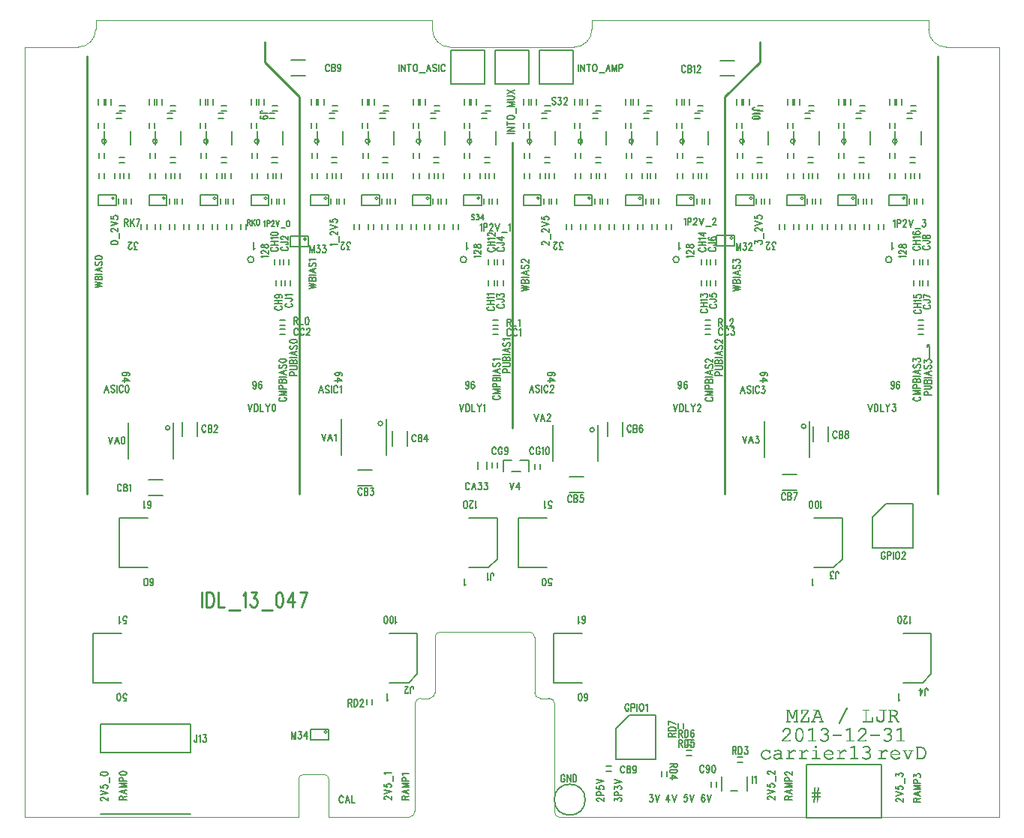
<source format=gto>
*
*
G04 PADS 9.5 Build Number: 522968 generated Gerber (RS-274-X) file*
G04 PC Version=2.1*
*
%IN "carrier13.revD.layout.p"*%
*
%MOIN*%
*
%FSLAX35Y35*%
*
*
*
*
G04 PC Standard Apertures*
*
*
G04 Thermal Relief Aperture macro.*
%AMTER*
1,1,$1,0,0*
1,0,$1-$2,0,0*
21,0,$3,$4,0,0,45*
21,0,$3,$4,0,0,135*
%
*
*
G04 Annular Aperture macro.*
%AMANN*
1,1,$1,0,0*
1,0,$2,0,0*
%
*
*
G04 Odd Aperture macro.*
%AMODD*
1,1,$1,0,0*
1,0,$1-0.005,0,0*
%
*
*
G04 PC Custom Aperture Macros*
*
*
*
*
*
*
G04 PC Aperture Table*
*
%ADD010C,0.001*%
%ADD012C,0.005*%
%ADD013C,0.01*%
%ADD244C,0.00394*%
*
*
*
*
G04 PC Circuitry*
G04 Layer Name carrier13.revD.layout.p - circuitry*
%LPD*%
*
G54D10*
G01X480506Y128988D02*
X480414Y129815D01*
X479865Y130731*
X479594Y130912*
X479586Y130918*
X479316Y131188*
X478402Y131371*
X476456*
X476287Y131286*
X476224Y131224*
X476288Y131097*
X476631*
X476681Y131047*
Y126374*
X476631Y126324*
X476456*
X476287Y126239*
X476224Y126177*
X476288Y126050*
X478402*
X478954Y126142*
X479409Y126324*
X479955Y126779*
X480229Y127328*
X480414Y127881*
X480506Y128434*
Y128988*
X480232Y129084D02*
Y128336D01*
X480231Y128327*
X480044Y127392*
X480035Y127372*
X479755Y126998*
X479750Y126993*
X479376Y126619*
X479360Y126608*
X478892Y126421*
X478884Y126418*
X478416Y126325*
X478407Y126324*
X477005*
X476955Y126374*
Y131047*
X477005Y131097*
X478407*
X478419Y131095*
X479166Y130908*
X479185Y130899*
X479653Y130525*
X479664Y130512*
X480131Y129765*
X480138Y129745*
X480232Y129091*
Y129084*
X474981Y129822D02*
X474919Y129884D01*
X474750Y129969*
X473278*
X473109Y129884*
X473047Y129822*
X473110Y129695*
X473921*
X473967Y129626*
X472659Y126355*
X472612Y126324*
X472519*
X472472Y126355*
X471164Y129626*
X471210Y129695*
X472020*
X472020D02*
X472084Y129822D01*
X472022Y129884*
X471853Y129969*
X470381*
X470212Y129884*
X470150Y129822*
X470213Y129695*
X470836*
X470883Y129663*
X472273Y126050*
X472858*
X474248Y129663*
X474294Y129695*
X474918*
X474981Y129822*
X468911Y128013D02*
X468825Y128787D01*
X468371Y129514*
X467734Y129878*
X466911Y130061*
X466088Y129878*
X465450Y129513*
X464995Y128876*
X464813Y128056*
X464995Y127236*
X465451Y126598*
X466183Y126140*
X467010Y125957*
X467557*
X468109Y126140*
X468565Y126323*
X468833Y126590*
X468906Y126738*
X468780Y126864*
X468722Y126806*
X468709Y126796*
X467962Y126423*
X467949Y126418*
X467014Y126231*
X466998*
X466343Y126324*
X466323Y126332*
X465762Y126706*
X465751Y126716*
X465284Y127276*
X465274Y127295*
X465087Y127949*
X465136Y128013*
X468911*
X468593Y128286D02*
X465136D01*
X465088Y128352*
X465275Y128913*
X465283Y128928*
X465657Y129396*
X465674Y129409*
X466235Y129690*
X466250Y129694*
X466904Y129788*
X466919*
X467480Y129694*
X467494Y129690*
X468055Y129409*
X468072Y129396*
X468446Y128928*
X468454Y128913*
X468641Y128352*
X468593Y128286*
X471024Y134134D02*
X470962Y134196D01*
X470793Y134281*
X469496*
X469446Y134331*
Y139777*
X467654Y139240*
X467511Y139097*
X467648Y138960*
X467807*
X469109Y139332*
X469172Y139284*
Y134331*
X469122Y134281*
X467826*
X467657Y134196*
X467595Y134134*
X467658Y134007*
X470961*
X471024Y134134*
X463491Y129458D02*
X463412Y129615D01*
X463235Y129793*
X462965Y129972*
X462614Y130060*
X462348Y129971*
X462344Y129970*
X461981Y129879*
X461523Y129513*
X460869Y128953*
X460786Y128991*
Y129969*
X459820*
X459651Y129884*
X459589Y129822*
X459652Y129695*
X460463*
X460513Y129645*
Y126374*
X460463Y126324*
X459540*
X459371Y126239*
X459309Y126177*
X459309D02*
X459372Y126050D01*
X462675*
X462738Y126177*
X462676Y126239*
X462507Y126324*
X460836*
X460786Y126374*
Y128523*
X460804Y128561*
X461551Y129215*
X461553Y129217*
X462020Y129590*
X462036Y129599*
X462596Y129786*
X462628*
X462908Y129692*
X462928Y129680*
X463287Y129321*
X463422*
X463491Y129458*
X465427Y135545D02*
X465336Y135998D01*
X465156Y136448*
X464795Y136719*
X464330Y136998*
Y137084*
X464792Y137361*
X465059Y137627*
X465240Y138351*
X465150Y138889*
X464789Y139340*
X464244Y139703*
X463608Y139794*
X462968Y139703*
X462324Y139427*
X462058Y139250*
X461982Y139097*
X462051Y138960*
X462186*
X462265Y139039*
X462272Y139045*
X462833Y139419*
X462855Y139427*
X463602Y139520*
X463617*
X464177Y139427*
X464199Y139417*
X464573Y139137*
X464578Y139132*
X464859Y138852*
X464872Y138826*
X464966Y138359*
X464965Y138337*
X464872Y137963*
X464863Y137945*
X464583Y137572*
X464565Y137557*
X464192Y137370*
X464179Y137366*
X463712Y137272*
X463702Y137271*
X463433*
X463264Y137187*
X463202Y137124*
X463266Y136997*
X463422*
X463432Y136996*
X464273Y136809*
X464293Y136800*
X464666Y136520*
X464672Y136515*
X464952Y136235*
X464964Y136215*
X465058Y135935*
X465059Y135931*
X465152Y135558*
X465153Y135536*
X465059Y135068*
X465049Y135047*
X464676Y134580*
X464662Y134568*
X464195Y134288*
X464176Y134281*
X463522Y134188*
X463509Y134187*
X462761Y134281*
X462745Y134286*
X461843Y134737*
X461789Y134684*
Y134623*
X461872Y134458*
X462137Y134282*
X463057Y133913*
X463512*
X464336Y134005*
X464881Y134459*
X465337Y135006*
X465427Y135545*
X468625Y142746D02*
X468478Y142893D01*
X468219*
X468176Y142917*
X467616Y143851*
X467245Y144406*
X466594Y145057*
X466607Y145137*
X467166Y145417*
X467166D02*
X467618Y145687D01*
X467797Y146136*
X467887Y146496*
X467798Y147034*
X467437Y147485*
X466891Y147848*
X466345Y147939*
X464118*
X463949Y147855*
X463887Y147793*
X463950Y147666*
X464480*
X464530Y147616*
Y142943*
X464480Y142893*
X464118*
X463949Y142808*
X463887Y142746*
X463950Y142619*
X465664*
X465728Y142746*
X465666Y142808*
X465497Y142893*
X464854*
X464804Y142943*
Y144999*
X464854Y145049*
X466069*
X466095Y145042*
X466562Y144761*
X466572Y144754*
X467226Y144100*
X467237Y144083*
X467422Y143619*
X467700Y143156*
X468058Y142619*
X468562*
X468625Y142746*
X467614Y146494D02*
Y146214D01*
X467600Y146178*
X467416Y145995*
X467232Y145719*
X467213Y145702*
X466839Y145515*
X466835Y145513*
X466368Y145326*
X466349Y145323*
X464854*
X464804Y145373*
Y147616*
X464854Y147666*
X466256*
X466266Y147665*
X466733Y147571*
X466749Y147565*
X467216Y147285*
X467231Y147272*
X467511Y146898*
X467519Y146880*
X467613Y146506*
X467614Y146494*
X459914Y136804D02*
X456088D01*
Y136343*
X459914*
Y136804*
X463111Y147793D02*
X463049Y147855D01*
X462880Y147939*
X460100*
X459930Y147855*
X459868Y147793*
X459932Y147666*
X461583*
X461633Y147616*
Y143784*
X461625Y143756*
X461251Y143195*
X461237Y143181*
X461237D02*
X460957Y142995D01*
X460951Y142991*
X460577Y142805*
X460555Y142799*
X460275*
X460263Y142801*
X459515Y142988*
X459498Y142995*
X459498D02*
X458844Y143463D01*
X458823Y143503*
Y144707*
X458738Y144876*
X458686Y144928*
X458634Y144876*
X458549Y144707*
Y143341*
X458995Y142984*
X459458Y142706*
X459819Y142525*
X460271*
X460911Y142617*
X461454Y142979*
X461816Y143522*
X461907Y144161*
Y147616*
X461957Y147666*
X463048*
X463111Y147793*
X455982Y127588D02*
X455891Y128042D01*
X455711Y128492*
X455351Y128762*
X454885Y129041*
Y129127*
X455348Y129404*
X455614Y129670*
X455795Y130395*
X455705Y130932*
X455344Y131383*
X454799Y131746*
X454799D02*
X454164Y131837D01*
X453523Y131746*
X452879Y131470*
X452614Y131293*
X452537Y131140*
X452606Y131003*
X452741*
X452820Y131082*
X452827Y131088*
X453388Y131462*
X453410Y131470*
X454157Y131564*
X454172Y131563*
X454733Y131470*
X454754Y131461*
X455128Y131180*
X455133Y131176*
X455414Y130895*
X455428Y130870*
X455521Y130402*
X455520Y130380*
X455427Y130007*
X455419Y129989*
X455138Y129615*
X455120Y129600*
X454747Y129413*
X454734Y129409*
X454267Y129315*
X454257Y129314*
X453988*
X453819Y129230*
X453757Y129168*
X453821Y129041*
X453977*
X453987Y129039*
X454829Y128853*
X454848Y128844*
X455222Y128563*
X455227Y128559*
X455507Y128278*
X455519Y128259*
X455613Y127978*
X455614Y127975*
X455707Y127601*
X455708Y127579*
X455614Y127112*
X455604Y127090*
X455231Y126623*
X455217Y126611*
X454750Y126331*
X454731Y126324*
X454077Y126231*
X454064*
X453316Y126324*
X453300Y126329*
X452398Y126780*
X452344Y126727*
Y126666*
X452427Y126502*
X452692Y126325*
X453612Y125957*
X454067*
X454891Y126048*
X455436Y126503*
X455892Y127050*
X455982Y127588*
X454026Y134412D02*
X453941Y134581D01*
X453889Y134634*
X453836Y134581*
X453752Y134412*
Y134331*
X453702Y134281*
X450711*
X450661Y134331*
Y134424*
X450680Y134463*
X451706Y135302*
X453662Y137259*
X453935Y137713*
X454025Y138164*
X453935Y138795*
X453481Y139340*
X452936Y139703*
X452301Y139794*
X451844Y139702*
X451484Y139612*
X450844Y138972*
X450663Y138701*
X450578Y138447*
X450649Y138306*
X450774*
X451040Y138839*
X451050Y138852*
X451424Y139226*
X451437Y139235*
X451810Y139422*
X451823Y139426*
X452290Y139520*
X452308*
X452869Y139427*
X452886Y139420*
X453354Y139140*
X453371Y139123*
X453651Y138655*
X453657Y138639*
X453751Y138172*
X453750Y138150*
X453657Y137776*
X453648Y137758*
X453368Y137385*
X453363Y137379*
X453085Y137101*
X452713Y136636*
X452708Y136630*
X450387Y134496*
X450387D02*
Y134007D01*
X454026*
Y134412*
X457047Y144426D02*
X456963Y144595D01*
X456910Y144648*
X456858Y144595*
X456773Y144426*
Y142943*
X456723Y142893*
X454106*
X454056Y142943*
Y147616*
X454106Y147666*
X455197*
X455261Y147793*
X455198Y147855*
X455029Y147939*
X452810*
X452641Y147855*
X452578Y147793*
X452578D02*
X452642Y147666D01*
X453733*
X453783Y147616*
Y142943*
X453733Y142893*
X452810*
X452641Y142808*
X452578Y142746*
X452578D02*
X452642Y142619D01*
X457047*
Y144426*
X450364Y126177D02*
X450302Y126239D01*
X450133Y126324*
X448836*
X448786Y126374*
Y131821*
X446994Y131283*
X446851Y131140*
X446988Y131003*
X447147*
X448449Y131375*
X448513Y131327*
Y126374*
X448463Y126324*
X447166*
X446997Y126239*
X446935Y126177*
X446998Y126050*
X450301*
X450364Y126177*
X448594Y134134D02*
X448532Y134196D01*
X448363Y134281*
X447066*
X447016Y134331*
Y139777*
X445224Y139240*
X445081Y139097*
X445218Y138960*
X445377*
X446679Y139332*
X446743Y139284*
Y134331*
X446693Y134281*
X445396*
X445227Y134196*
X445165Y134134*
X445228Y134007*
X448531*
X448594Y134134*
X445136Y129458D02*
X445057Y129615D01*
X444879Y129793*
X444610Y129972*
X444259Y130060*
X443992Y129971*
X443989Y129970*
X443626Y129879*
X443167Y129513*
X442514Y128953*
X442431Y128991*
Y129969*
X441465*
X441296Y129884*
X441234Y129822*
X441297Y129695*
X442107*
X442157Y129645*
Y126374*
X442107Y126324*
X441185*
X441016Y126239*
X440953Y126177*
X441017Y126050*
X444320*
X444383Y126177*
X444321Y126239*
X444152Y126324*
X442481*
X442431Y126374*
Y128523*
X442448Y128561*
X443196Y129215*
X443198Y129217*
X443665Y129590*
X443680Y129599*
X444241Y129786*
X444273*
X444553Y129692*
X444573Y129680*
X444932Y129321*
X445067*
X445136Y129458*
X439341Y128013D02*
X439255Y128787D01*
X438801Y129514*
X438164Y129878*
X437341Y130061*
X436518Y129878*
X435880Y129513*
X435425Y128876*
X435243Y128056*
X435425Y127236*
X435881Y126598*
X436613Y126140*
X437440Y125957*
X437987*
X438539Y126140*
X438995Y126323*
X439263Y126590*
X439336Y126738*
X439210Y126864*
X439152Y126806*
X439139Y126796*
X438392Y126423*
X438379Y126418*
X437444Y126231*
X437428*
X436773Y126324*
X436753Y126332*
X436192Y126706*
X436181Y126716*
X435714Y127276*
X435704Y127295*
X435517Y127949*
X435565Y128013*
X439341*
X439023Y128286D02*
X435565D01*
X435518Y128352*
X435705Y128913*
X435713Y128928*
X436087Y129396*
X436104Y129409*
X436665Y129690*
X436680Y129694*
X437334Y129788*
X437349*
X437910Y129694*
X437924Y129690*
X438485Y129409*
X438502Y129396*
X438875Y128928*
X438884Y128913*
X439071Y128352*
X439023Y128286*
X443091Y136804D02*
X439266D01*
Y136343*
X443091*
Y136804*
X445458Y148810D02*
X445394Y148874D01*
X445259*
X445179Y148715*
X442007Y142184*
Y141935*
X442071Y141871*
X442206*
X442286Y142031*
X445458Y148562*
Y148810*
X437389Y135545D02*
X437299Y135998D01*
X437119Y136448*
X436758Y136719*
X436293Y136998*
Y137084*
X436755Y137361*
X437021Y137627*
X437202Y138351*
X437113Y138889*
X436752Y139340*
X436207Y139703*
X435571Y139794*
X434930Y139703*
X434287Y139427*
X434021Y139250*
X433945Y139097*
X434013Y138960*
X434148*
X434227Y139039*
X434235Y139045*
X434796Y139419*
X434817Y139427*
X435565Y139520*
X435579*
X436140Y139427*
X436162Y139417*
X436536Y139137*
X436541Y139132*
X436821Y138852*
X436835Y138826*
X436928Y138359*
Y138337*
X436835Y137963*
X436826Y137945*
X436546Y137572*
X436528Y137557*
X436154Y137370*
X436142Y137366*
X435674Y137272*
X435665Y137271*
X435396*
X435227Y137187*
X435165Y137124*
X435228Y136997*
X435384*
X435395Y136996*
X436236Y136809*
X436255Y136800*
X436629Y136520*
X436634Y136515*
X436915Y136235*
X436927Y136215*
X437020Y135935*
X437021Y135931*
X437115Y135558*
Y135536*
X437022Y135068*
X437012Y135047*
X436638Y134580*
X436625Y134568*
X436158Y134288*
X436139Y134281*
X435485Y134188*
X435471Y134187*
X434724Y134281*
X434708Y134286*
X433805Y134737*
X433752Y134684*
Y134623*
X433834Y134458*
X434099Y134282*
X435020Y133913*
X435475*
X436298Y134005*
X436844Y134459*
X437300Y135006*
X437389Y135545*
X433620Y110958D02*
X433558Y111020D01*
X433389Y111105*
X432653*
X432603Y111155*
Y111159*
X432790Y113213*
Y113292*
X432715Y113441*
X432673*
X432600Y113368*
X432515Y113197*
X432329Y111150*
X432279Y111105*
X431251*
X431201Y111155*
Y111159*
X431388Y113213*
Y113292*
X431313Y113441*
X431272*
X431199Y113368*
X431113Y113197*
X430927Y111150*
X430877Y111105*
X430141*
X429972Y111020*
X429910Y110958*
X429973Y110831*
X430877*
X430927Y110781*
Y109472*
X430877Y109422*
X430141*
X429972Y109338*
X429910Y109276*
X429973Y109149*
X430877*
X430927Y109099*
Y109094*
X430740Y107040*
Y106961*
X430814Y106812*
X430856*
X430929Y106885*
X431015Y107056*
X431201Y109103*
X431251Y109149*
X432279*
X432329Y109099*
Y109094*
X432142Y107040*
Y106961*
X432216Y106812*
X432258*
X432331Y106885*
X432417Y107056*
X432603Y109103*
X432653Y109149*
X433556*
X433620Y109276*
X433558Y109338*
X433389Y109422*
X432653*
X432603Y109472*
Y110781*
X432653Y110831*
X433556*
X433620Y110958*
X432329Y110781D02*
Y109472D01*
X432279Y109422*
X431251*
X431201Y109472*
Y110781*
X431251Y110831*
X432279*
X432329Y110781*
X433635Y126177D02*
X433573Y126239D01*
X433404Y126324*
X431921*
X431871Y126374*
Y129969*
X430437*
X430268Y129884*
X430206Y129822*
X430269Y129695*
X431547*
X431597Y129645*
Y126374*
X431547Y126324*
X430063*
X429894Y126239*
X429832Y126177*
X429895Y126050*
X433572*
X433635Y126177*
X435074Y142746D02*
X435011Y142808D01*
X434842Y142893*
X434667*
X434620Y142926*
X432856Y147939*
X430754*
X430585Y147855*
X430522Y147793*
X430586Y147666*
X431863*
X431911Y147599*
X431911D02*
X430228Y142926D01*
X430181Y142893*
X429913*
X429744Y142808*
X429681Y142746*
X429745Y142619*
X431365*
X431429Y142746*
X431367Y142808*
X431197Y142893*
X430555*
X430508Y142960*
X431069Y144456*
X431116Y144488*
X433733*
X433779Y144456*
X434340Y142960*
X434293Y142893*
X433558*
X433388Y142808*
X433326Y142746*
X433390Y142619*
X435010*
X435074Y142746*
X433689Y144812D02*
X433639Y144762D01*
X431209*
X431159Y144812*
X431162Y144829*
X432190Y147633*
X432237Y147666*
X432611*
X432658Y147633*
X433686Y144829*
X433689Y144812*
X431871Y131931D02*
X431410D01*
Y131003*
X431871*
Y131931*
X431772Y134134D02*
X431710Y134196D01*
X431541Y134281*
X430244*
X430194Y134331*
Y139777*
X428401Y139240*
X428259Y139097*
X428395Y138960*
X428555*
X429856Y139332*
X429920Y139284*
Y134331*
X429870Y134281*
X428574*
X428404Y134196*
X428342Y134134*
X428406Y134007*
X431708*
X431772Y134134*
X428313Y129458D02*
X428235Y129615D01*
X428057Y129793*
X427788Y129972*
X427437Y130060*
X427170Y129971*
X427166Y129970*
X426803Y129879*
X426345Y129513*
X425691Y128953*
X425609Y128991*
Y129969*
X424643*
X424474Y129884*
X424411Y129822*
X424475Y129695*
X425285*
X425335Y129645*
Y126374*
X425285Y126324*
X424362*
X424193Y126239*
X424131Y126177*
X424194Y126050*
X427497*
X427561Y126177*
X427498Y126239*
X427329Y126324*
X425659*
X425609Y126374*
Y128523*
X425626Y128561*
X426374Y129215*
X426375Y129217*
X426843Y129590*
X426858Y129599*
X427419Y129786*
X427450*
X427731Y129692*
X427750Y129680*
X428109Y129321*
X428245*
X428313Y129458*
X422706D02*
X422627Y129615D01*
X422449Y129793*
X422180Y129972*
X421829Y130060*
X421563Y129971*
X421559Y129970*
X421196Y129879*
X420738Y129513*
X420084Y128953*
X420001Y128991*
Y129969*
X419035*
X418866Y129884*
X418804Y129822*
X418867Y129695*
X419678*
X419728Y129645*
Y126374*
X419678Y126324*
X418755*
X418586Y126239*
X418523Y126177*
X418587Y126050*
X421890*
X421953Y126177*
X421891Y126239*
X421722Y126324*
X420051*
X420001Y126374*
Y128523*
X420018Y128561*
X420766Y129215*
X420768Y129217*
X421235Y129590*
X421251Y129599*
X421811Y129786*
X421843*
X422123Y129692*
X422143Y129680*
X422502Y129321*
X422637*
X422706Y129458*
X426082Y137319D02*
X425990Y138242D01*
X425714Y138792*
X425439Y139250*
X424987Y139612*
X424356Y139793*
X423723Y139612*
X423181Y139250*
X422816Y138428*
X422630Y137317*
Y136389*
X422723Y135466*
X422999Y134914*
X423003Y134903*
X423093Y134543*
X423268Y134368*
X423722Y134004*
X424356Y133914*
X424987Y134004*
X425437Y134454*
X425897Y135282*
X426082Y136391*
Y137319*
X425808Y137228D02*
Y136387D01*
Y136381*
X425714Y135540*
X425710Y135526*
X425430Y134872*
X425423Y134859*
X424955Y134299*
X424925Y134281*
X424364Y134188*
X424348*
X423787Y134281*
X423760Y134295*
X423386Y134669*
X423380Y134677*
X423193Y134957*
X423186Y134973*
X423093Y135346*
X423092Y135350*
X422905Y136378*
X422904Y136387*
Y137228*
X422905Y137233*
X422998Y138074*
X423001Y138086*
X423281Y138834*
X423293Y138852*
X423760Y139319*
X423780Y139331*
X424340Y139518*
X424372*
X424933Y139331*
X424947Y139324*
X425321Y139043*
X425332Y139031*
X425519Y138751*
X425527Y138733*
X425620Y138265*
X425807Y137237*
X425808Y137228*
X428542Y144417D02*
X428489Y144471D01*
X428349Y144401*
X428269Y144239*
Y142943*
X428219Y142893*
X425321*
X425280Y142971*
X428356Y147444*
Y147939*
X425184*
Y146506*
X425269Y146337*
X425321Y146284*
X425374Y146337*
X425458Y146506*
Y147616*
X425508Y147666*
X428032*
X428073Y147587*
X424998Y143114*
Y142619*
X428542*
Y144417*
X423672Y147793D02*
X423610Y147855D01*
X423440Y147939*
X422553*
X421350Y144608*
X421257Y144605*
X419775Y147939*
X418885*
X418715Y147855*
X418653Y147793*
X418717Y147666*
X419060*
X419110Y147616*
Y142943*
X419060Y142893*
X418885*
X418715Y142808*
X418653Y142746*
X418717Y142619*
X420244*
X420307Y142746*
X420245Y142808*
X420076Y142893*
X419434*
X419384Y142943*
Y147616*
X419434Y147666*
X419527*
X419573Y147636*
X421055Y144301*
X421455*
X422751Y147634*
X422798Y147666*
X422891*
X422941Y147616*
Y142943*
X422891Y142893*
X422249*
X422080Y142808*
X422018Y142746*
X422081Y142619*
X423608*
X423672Y142746*
X423610Y142808*
X423440Y142893*
X423265*
X423215Y142943*
Y147616*
X423265Y147666*
X423608*
X423672Y147793*
X417000Y126177D02*
X416938Y126239D01*
X416769Y126324*
X416407*
X416357Y126374*
Y128892*
X416266Y129344*
X416000Y129699*
X415456Y129971*
X414912Y130061*
X414454Y129970*
X414451Y129969*
X413799Y129876*
X413433Y129785*
X413279Y129707*
Y129657*
X413353Y129508*
X413597*
X414338Y129693*
X414341Y129694*
X414808Y129787*
X414826Y129788*
X415387Y129694*
X415401Y129690*
X415775Y129503*
X415788Y129493*
X415975Y129306*
X415988Y129283*
X416081Y128909*
X416083Y128897*
Y128243*
X416019Y128195*
X415372Y128380*
X414820*
X413897Y128288*
X413352Y128015*
X412902Y127565*
X412813Y127030*
X412901Y126676*
X413170Y126318*
X413620Y126048*
X414256Y125957*
X415174Y126141*
X416008Y126604*
X416083Y126561*
Y126050*
X416936*
X417000Y126177*
X416083Y127869D02*
Y127121D01*
X416064Y127082*
X415597Y126709*
X415595Y126708*
X415222Y126427*
X415210Y126421*
X414743Y126234*
X414724Y126230*
X414257*
X414247Y126231*
X413780Y126325*
X413778*
X413404Y126419*
X413374Y126440*
X413187Y126720*
X413182Y126732*
X413088Y127012*
X413087Y127040*
X413180Y127414*
X413194Y127437*
X413474Y127718*
X413487Y127727*
X414048Y128007*
X414064Y128012*
X414812Y128106*
X414818*
X415472*
X415488Y128104*
X416049Y127917*
X416083Y127869*
X420381Y134412D02*
X420296Y134581D01*
X420244Y134634*
X420192Y134581*
X420107Y134412*
Y134331*
X420057Y134281*
X417066*
X417016Y134331*
Y134424*
X417035Y134463*
X418061Y135302*
X420017Y137259*
X420290Y137713*
X420380Y138164*
X420290Y138795*
X419836Y139340*
X419291Y139703*
X418657Y139794*
X418199Y139702*
X417840Y139612*
X417199Y138972*
X417018Y138701*
X416933Y138447*
X417004Y138306*
X417129*
X417395Y138839*
X417405Y138852*
X417779Y139226*
X417792Y139235*
X418166Y139422*
X418178Y139426*
X418645Y139520*
X418663*
X419224Y139427*
X419242Y139420*
X419709Y139140*
X419726Y139123*
X420006Y138655*
X420013Y138639*
X420106Y138172*
Y138150*
X420012Y137776*
X420004Y137758*
X419723Y137385*
X419719Y137379*
X419440Y137101*
X419068Y136636*
X419063Y136630*
X416743Y134496*
X416743D02*
Y134007D01*
X420381*
Y134412*
X411497Y126997D02*
X411370Y127061D01*
X411302Y126993*
X411298Y126989*
X410830Y126615*
X410821Y126609*
X410448Y126423*
X410441Y126420*
X409880Y126233*
X409864Y126230*
X409397*
X409390Y126231*
X408736Y126324*
X408718Y126330*
X408064Y126704*
X408047Y126720*
X407673Y127281*
X407665Y127301*
X407572Y127956*
Y127970*
X407665Y128624*
X407673Y128645*
X408047Y129205*
X408057Y129216*
X408618Y129683*
X408643Y129694*
X409391Y129788*
X409404*
X410058Y129694*
X410070Y129691*
X410537Y129504*
X410549Y129498*
X410923Y129218*
X410940Y129193*
X411032Y128916*
X411110Y128760*
X411152*
X411225Y128833*
X411310Y129002*
Y129727*
X411225Y129896*
X411173Y129948*
X411121Y129896*
X411036Y129727*
Y129645*
X410961Y129601*
X410316Y129970*
X409493Y130062*
X408576Y129878*
X407938Y129422*
X407481Y128783*
X407299Y127963*
X407481Y127142*
X407938Y126503*
X408575Y126048*
X409397Y125957*
X410318Y126049*
X411053Y126417*
X411411Y126685*
X411497Y126943*
Y126997*
X407300Y127958D02*
Y127968D01*
X407400Y127508D02*
Y128418D01*
X407500Y127116D02*
Y128809D01*
X407600Y126976D02*
Y127760D01*
Y128166D02*
Y128949D01*
X407700Y126836D02*
Y127241D01*
Y128685D02*
Y129089D01*
X407800Y126696D02*
Y127091D01*
Y128835D02*
Y129229D01*
X407900Y126556D02*
Y126941D01*
Y128985D02*
Y129369D01*
X408000Y126459D02*
Y126791D01*
Y129135D02*
Y129467D01*
X408100Y126387D02*
Y126684D01*
Y129252D02*
Y129538D01*
X408200Y126316D02*
Y126627D01*
Y129335D02*
Y129609D01*
X408300Y126244D02*
Y126569D01*
Y129419D02*
Y129681D01*
X408400Y126173D02*
Y126512D01*
Y129502D02*
Y129752D01*
X408500Y126101D02*
Y126455D01*
Y129585D02*
Y129824D01*
X408600Y126045D02*
Y126398D01*
Y129669D02*
Y129883D01*
X408700Y126034D02*
Y126341D01*
Y129702D02*
Y129903D01*
X408800Y126023D02*
Y126315D01*
Y129714D02*
Y129923D01*
X408900Y126012D02*
Y126301D01*
Y129727D02*
Y129943D01*
X409000Y126001D02*
Y126287D01*
Y129739D02*
Y129963D01*
X409100Y125990D02*
Y126272D01*
Y129752D02*
Y129983D01*
X409200Y125979D02*
Y126258D01*
Y129764D02*
Y130003D01*
X409300Y125968D02*
Y126244D01*
Y129777D02*
Y130023D01*
X409400Y125957D02*
Y126230D01*
Y129788D02*
Y130043D01*
X409500Y125967D02*
Y126230D01*
Y129774D02*
Y130061D01*
X409600Y125977D02*
Y126230D01*
Y129760D02*
Y130050D01*
X409700Y125987D02*
Y126230D01*
Y129746D02*
Y130039D01*
X409800Y125997D02*
Y126230D01*
Y129731D02*
Y130027D01*
X409900Y126007D02*
Y126240D01*
Y129717D02*
Y130016D01*
X410000Y126017D02*
Y126273D01*
Y129703D02*
Y130005D01*
X410100Y126027D02*
Y126306D01*
Y129679D02*
Y129994D01*
X410200Y126037D02*
Y126340D01*
Y129639D02*
Y129983D01*
X410300Y126047D02*
Y126373D01*
Y129599D02*
Y129972D01*
X410400Y126090D02*
Y126406D01*
Y129559D02*
Y129922D01*
X410500Y126140D02*
Y126449D01*
Y129519D02*
Y129865D01*
X410600Y126190D02*
Y126499D01*
Y129459D02*
Y129808D01*
X410700Y126240D02*
Y126549D01*
Y129384D02*
Y129751D01*
X410800Y126290D02*
Y126599D01*
Y129309D02*
Y129694D01*
X410900Y126340D02*
Y126671D01*
Y129234D02*
Y129636D01*
X411000Y126390D02*
Y126751D01*
Y129013D02*
Y129597D01*
X411100Y126452D02*
Y126831D01*
Y128781D02*
Y129855D01*
X411200Y126527D02*
Y126911D01*
Y128808D02*
Y129921D01*
X411300Y126602D02*
Y126991D01*
Y128983D02*
Y129746D01*
X411400Y126677D02*
Y127046D01*
X412900Y126681D02*
Y127554D01*
X413000Y126544D02*
Y127663D01*
X413100Y126411D02*
Y126976D01*
Y127092D02*
Y127763D01*
X413200Y126300D02*
Y126701D01*
Y127444D02*
Y127863D01*
X413300Y126240D02*
Y126551D01*
Y127544D02*
Y127963D01*
Y129615D02*
Y129718D01*
X413400Y126180D02*
Y126420D01*
Y127644D02*
Y128039D01*
Y129508D02*
Y129768D01*
X413500Y126120D02*
Y126395D01*
Y127733D02*
Y128089D01*
Y129508D02*
Y129801D01*
X413600Y126060D02*
Y126370D01*
Y127783D02*
Y128139D01*
Y129509D02*
Y129826D01*
X413700Y126037D02*
Y126345D01*
Y127833D02*
Y128189D01*
Y129534D02*
Y129851D01*
X413800Y126022D02*
Y126321D01*
Y127883D02*
Y128239D01*
Y129559D02*
Y129876D01*
X413900Y126008D02*
Y126301D01*
Y127933D02*
Y128288D01*
Y129584D02*
Y129890D01*
X414000Y125994D02*
Y126281D01*
Y127983D02*
Y128298D01*
Y129609D02*
Y129905D01*
X414100Y125979D02*
Y126261D01*
Y128017D02*
Y128308D01*
Y129634D02*
Y129919D01*
X414200Y125965D02*
Y126241D01*
Y128029D02*
Y128318D01*
Y129659D02*
Y129933D01*
X414300Y125966D02*
Y126230D01*
Y128042D02*
Y128328D01*
Y129684D02*
Y129948D01*
X414400Y125986D02*
Y126230D01*
Y128054D02*
Y128338D01*
Y129706D02*
Y129962D01*
X414500Y126006D02*
Y126230D01*
Y128067D02*
Y128348D01*
Y129726D02*
Y129979D01*
X414600Y126026D02*
Y126230D01*
Y128079D02*
Y128358D01*
Y129746D02*
Y129999D01*
X414700Y126046D02*
Y126230D01*
Y128092D02*
Y128368D01*
Y129766D02*
Y130019D01*
X414800Y126066D02*
Y126257D01*
Y128104D02*
Y128378D01*
Y129786D02*
Y130039D01*
X414900Y126086D02*
Y126297D01*
Y128106D02*
Y128380D01*
Y129775D02*
Y130059D01*
X415000Y126106D02*
Y126337D01*
Y128106D02*
Y128380D01*
Y129759D02*
Y130047D01*
X415100Y126126D02*
Y126377D01*
Y128106D02*
Y128380D01*
Y129742D02*
Y130030D01*
X415200Y126155D02*
Y126417D01*
Y128106D02*
Y128380D01*
Y129725D02*
Y130013D01*
X415300Y126211D02*
Y126486D01*
Y128106D02*
Y128380D01*
Y129709D02*
Y129997D01*
X415400Y126266D02*
Y126561D01*
Y128106D02*
Y128372D01*
Y129690D02*
Y129980D01*
X415500Y126322D02*
Y126636D01*
Y128099D02*
Y128343D01*
Y129640D02*
Y129949D01*
X415600Y126378D02*
Y126711D01*
Y128066D02*
Y128315D01*
Y129590D02*
Y129899D01*
X415700Y126433D02*
Y126791D01*
Y128033D02*
Y128286D01*
Y129540D02*
Y129849D01*
X415800Y126489D02*
Y126871D01*
Y127999D02*
Y128257D01*
Y129481D02*
Y129799D01*
X415900Y126544D02*
Y126951D01*
Y127966D02*
Y128229D01*
Y129381D02*
Y129749D01*
X416000Y126600D02*
Y127031D01*
Y127933D02*
Y128200D01*
Y129234D02*
Y129699D01*
X416100Y126050D02*
Y129565D01*
X416200Y126050D02*
Y129432D01*
X416300Y126050D02*
Y129175D01*
X416400Y126050D02*
Y126324D01*
X416500Y126050D02*
Y126324D01*
X416600Y126050D02*
Y126324D01*
X416700Y126050D02*
Y126324D01*
X416800Y126050D02*
Y126308D01*
Y134007D02*
Y134548D01*
X416900Y126050D02*
Y126258D01*
Y134007D02*
Y134640D01*
X417000Y134007D02*
Y134732D01*
Y138313D02*
Y138646D01*
X417100Y134007D02*
Y134281D01*
Y134516D02*
Y134824D01*
Y138306D02*
Y138824D01*
X417200Y134007D02*
Y134281D01*
Y134598D02*
Y134916D01*
Y138448D02*
Y138973D01*
X417300Y134007D02*
Y134281D01*
Y134680D02*
Y135008D01*
Y138648D02*
Y139073D01*
X417400Y134007D02*
Y134281D01*
Y134762D02*
Y135100D01*
Y138846D02*
Y139173D01*
X417500Y134007D02*
Y134281D01*
Y134843D02*
Y135192D01*
Y138947D02*
Y139273D01*
X417600Y134007D02*
Y134281D01*
Y134925D02*
Y135284D01*
Y139047D02*
Y139373D01*
X417700Y134007D02*
Y134281D01*
Y135007D02*
Y135376D01*
Y139147D02*
Y139473D01*
X417800Y134007D02*
Y134281D01*
Y135089D02*
Y135468D01*
Y139239D02*
Y139573D01*
X417900Y134007D02*
Y134281D01*
Y135171D02*
Y135560D01*
Y139289D02*
Y139628D01*
X418000Y134007D02*
Y134281D01*
Y135252D02*
Y135652D01*
Y139339D02*
Y139653D01*
X418100Y134007D02*
Y134281D01*
Y135341D02*
Y135744D01*
Y139389D02*
Y139678D01*
X418200Y134007D02*
Y134281D01*
Y135441D02*
Y135836D01*
Y139431D02*
Y139703D01*
X418300Y134007D02*
Y134281D01*
Y135541D02*
Y135928D01*
Y139451D02*
Y139723D01*
X418400Y134007D02*
Y134281D01*
Y135641D02*
Y136020D01*
Y139471D02*
Y139743D01*
X418500Y134007D02*
Y134281D01*
Y135741D02*
Y136112D01*
Y139491D02*
Y139763D01*
X418600Y126050D02*
Y126246D01*
Y134007D02*
Y134281D01*
Y135841D02*
Y136204D01*
Y139511D02*
Y139783D01*
X418700Y126050D02*
Y126296D01*
Y134007D02*
Y134281D01*
Y135941D02*
Y136296D01*
Y139514D02*
Y139788D01*
Y142652D02*
Y142793D01*
Y147699D02*
Y147839D01*
X418800Y126050D02*
Y126324D01*
Y134007D02*
Y134281D01*
Y136041D02*
Y136388D01*
Y139497D02*
Y139773D01*
Y142619D02*
Y142850D01*
Y147666D02*
Y147897D01*
X418900Y126050D02*
Y126324D01*
Y129695D02*
Y129901D01*
Y134007D02*
Y134281D01*
Y136141D02*
Y136480D01*
Y139481D02*
Y139759D01*
Y142619D02*
Y142893D01*
Y147666D02*
Y147939D01*
X419000Y126050D02*
Y126324D01*
Y129695D02*
Y129951D01*
Y134007D02*
Y134281D01*
Y136241D02*
Y136572D01*
Y139464D02*
Y139745D01*
Y142619D02*
Y142893D01*
Y147666D02*
Y147939D01*
X419100Y126050D02*
Y126324D01*
Y129695D02*
Y129969D01*
Y134007D02*
Y134281D01*
Y136341D02*
Y136676D01*
Y139447D02*
Y139730D01*
Y142619D02*
Y142913D01*
Y147645D02*
Y147939D01*
X419200Y126050D02*
Y126324D01*
Y129695D02*
Y129969D01*
Y134007D02*
Y134281D01*
Y136441D02*
Y136801D01*
Y139431D02*
Y139716D01*
Y142619D02*
Y147939D01*
X419300Y126050D02*
Y126324D01*
Y129695D02*
Y129969D01*
Y134007D02*
Y134281D01*
Y136541D02*
Y136926D01*
Y139385D02*
Y139697D01*
Y142619D02*
Y147939D01*
X419400Y126050D02*
Y126324D01*
Y129695D02*
Y129969D01*
Y134007D02*
Y134281D01*
Y136641D02*
Y137051D01*
Y139325D02*
Y139631D01*
Y142619D02*
Y142906D01*
Y147653D02*
Y147939D01*
X419500Y126050D02*
Y126324D01*
Y129695D02*
Y129969D01*
Y134007D02*
Y134281D01*
Y136741D02*
Y137161D01*
Y139265D02*
Y139564D01*
Y142619D02*
Y142893D01*
Y147666D02*
Y147939D01*
X419600Y126050D02*
Y126324D01*
Y129695D02*
Y129969D01*
Y134007D02*
Y134281D01*
Y136841D02*
Y137261D01*
Y139205D02*
Y139497D01*
Y142619D02*
Y142893D01*
Y147575D02*
Y147939D01*
X419700Y126050D02*
Y126329D01*
Y129690D02*
Y129969D01*
Y134007D02*
Y134281D01*
Y136941D02*
Y137361D01*
Y139145D02*
Y139431D01*
Y142619D02*
Y142893D01*
Y147350D02*
Y147939D01*
X419800Y126050D02*
Y129969D01*
Y134007D02*
Y134281D01*
Y137041D02*
Y137487D01*
Y138999D02*
Y139364D01*
Y142619D02*
Y142893D01*
Y147125D02*
Y147883D01*
X419900Y126050D02*
Y129969D01*
Y134007D02*
Y134281D01*
Y137141D02*
Y137620D01*
Y138833D02*
Y139263D01*
Y142619D02*
Y142893D01*
Y146900D02*
Y147658D01*
X420000Y126050D02*
Y129969D01*
Y134007D02*
Y134281D01*
Y137241D02*
Y137754D01*
Y138666D02*
Y139143D01*
Y142619D02*
Y142893D01*
Y146675D02*
Y147433D01*
X420100Y126050D02*
Y126324D01*
Y128632D02*
Y128966D01*
Y134007D02*
Y134305D01*
Y137397D02*
Y138128D01*
Y138202D02*
Y139023D01*
Y142619D02*
Y142881D01*
Y146450D02*
Y147208D01*
X420200Y126050D02*
Y126324D01*
Y128720D02*
Y129052D01*
Y134007D02*
Y134590D01*
Y137563D02*
Y138903D01*
Y142619D02*
Y142831D01*
Y146225D02*
Y146983D01*
X420300Y126050D02*
Y126324D01*
Y128807D02*
Y129138D01*
Y134007D02*
Y134574D01*
Y137763D02*
Y138725D01*
Y142731D02*
Y142753D01*
Y146000D02*
Y146758D01*
X420400Y126050D02*
Y126324D01*
Y128895D02*
Y129224D01*
Y145775D02*
Y146533D01*
X420500Y126050D02*
Y126324D01*
Y128982D02*
Y129309D01*
Y145550D02*
Y146308D01*
X420600Y126050D02*
Y126324D01*
Y129070D02*
Y129395D01*
Y145325D02*
Y146083D01*
X420700Y126050D02*
Y126324D01*
Y129157D02*
Y129481D01*
Y145100D02*
Y145858D01*
X420800Y126050D02*
Y126324D01*
Y129242D02*
Y129563D01*
Y144875D02*
Y145633D01*
X420900Y126050D02*
Y126324D01*
Y129322D02*
Y129643D01*
Y144650D02*
Y145408D01*
X421000Y126050D02*
Y126324D01*
Y129402D02*
Y129723D01*
Y144425D02*
Y145183D01*
X421100Y126050D02*
Y126324D01*
Y129482D02*
Y129803D01*
Y144301D02*
Y144958D01*
X421200Y126050D02*
Y126324D01*
Y129562D02*
Y129880D01*
Y144301D02*
Y144733D01*
X421300Y126050D02*
Y126324D01*
Y129615D02*
Y129905D01*
Y144301D02*
Y144575D01*
X421400Y126050D02*
Y126324D01*
Y129649D02*
Y129930D01*
Y144301D02*
Y144747D01*
X421500Y126050D02*
Y126324D01*
Y129682D02*
Y129955D01*
Y144416D02*
Y145024D01*
X421600Y126050D02*
Y126324D01*
Y129715D02*
Y129984D01*
Y144673D02*
Y145301D01*
X421700Y126050D02*
Y126324D01*
Y129749D02*
Y130017D01*
Y144930D02*
Y145578D01*
X421800Y126050D02*
Y126285D01*
Y129782D02*
Y130050D01*
Y145187D02*
Y145855D01*
X421900Y126071D02*
Y126230D01*
Y129767D02*
Y130042D01*
Y145444D02*
Y146132D01*
X422000Y129733D02*
Y130017D01*
Y145701D02*
Y146409D01*
X422100Y129700D02*
Y129992D01*
Y142619D02*
Y142818D01*
Y145959D02*
Y146686D01*
X422200Y129623D02*
Y129959D01*
Y142619D02*
Y142868D01*
Y146216D02*
Y146963D01*
X422300Y129523D02*
Y129893D01*
Y142619D02*
Y142893D01*
Y146473D02*
Y147239D01*
X422400Y129423D02*
Y129826D01*
Y142619D02*
Y142893D01*
Y146730D02*
Y147516D01*
X422500Y129323D02*
Y129742D01*
Y142619D02*
Y142893D01*
Y146987D02*
Y147793D01*
X422600Y129321D02*
Y129642D01*
Y142619D02*
Y142893D01*
Y147244D02*
Y147939D01*
X422700Y129446D02*
Y129470D01*
Y135693D02*
Y137735D01*
Y142619D02*
Y142893D01*
Y147501D02*
Y147939D01*
X422800Y135312D02*
Y138335D01*
Y142619D02*
Y142893D01*
Y147666D02*
Y147939D01*
X422900Y135112D02*
Y138618D01*
Y142619D02*
Y142893D01*
Y147665D02*
Y147939D01*
X423000Y134911D02*
Y135855D01*
Y138084D02*
Y138843D01*
Y142619D02*
Y147939D01*
X423100Y134536D02*
Y135317D01*
Y138351D02*
Y139068D01*
Y142619D02*
Y147939D01*
X423200Y134436D02*
Y134946D01*
Y138617D02*
Y139263D01*
Y142619D02*
Y147939D01*
X423300Y134342D02*
Y134796D01*
Y138859D02*
Y139330D01*
Y142619D02*
Y142893D01*
Y147666D02*
Y147939D01*
X423400Y134262D02*
Y134655D01*
Y138959D02*
Y139396D01*
Y142619D02*
Y142893D01*
Y147666D02*
Y147939D01*
X423500Y134182D02*
Y134555D01*
Y139059D02*
Y139463D01*
Y142619D02*
Y142863D01*
Y147666D02*
Y147910D01*
X423600Y134102D02*
Y134455D01*
Y139159D02*
Y139530D01*
Y142619D02*
Y142813D01*
Y147666D02*
Y147860D01*
X423700Y134022D02*
Y134355D01*
Y139259D02*
Y139596D01*
X423800Y133993D02*
Y134279D01*
Y139338D02*
Y139634D01*
X423900Y133979D02*
Y134262D01*
Y139371D02*
Y139662D01*
X424000Y133965D02*
Y134246D01*
Y139405D02*
Y139691D01*
X424100Y133950D02*
Y134229D01*
Y139438D02*
Y139719D01*
X424200Y126050D02*
Y126243D01*
Y133936D02*
Y134212D01*
Y139471D02*
Y139748D01*
X424300Y126050D02*
Y126293D01*
Y133922D02*
Y134196D01*
Y139505D02*
Y139777D01*
X424400Y126050D02*
Y126324D01*
Y133920D02*
Y134194D01*
Y139509D02*
Y139780D01*
X424500Y126050D02*
Y126324D01*
Y129695D02*
Y129897D01*
Y133934D02*
Y134210D01*
Y139475D02*
Y139751D01*
X424600Y126050D02*
Y126324D01*
Y129695D02*
Y129947D01*
Y133949D02*
Y134227D01*
Y139442D02*
Y139723D01*
X424700Y126050D02*
Y126324D01*
Y129695D02*
Y129969D01*
Y133963D02*
Y134244D01*
Y139409D02*
Y139694D01*
X424800Y126050D02*
Y126324D01*
Y129695D02*
Y129969D01*
Y133977D02*
Y134260D01*
Y139375D02*
Y139666D01*
X424900Y126050D02*
Y126324D01*
Y129695D02*
Y129969D01*
Y133991D02*
Y134277D01*
Y139342D02*
Y139637D01*
X425000Y126050D02*
Y126324D01*
Y129695D02*
Y129969D01*
Y134017D02*
Y134352D01*
Y139284D02*
Y139602D01*
Y142619D02*
Y143118D01*
X425100Y126050D02*
Y126324D01*
Y129695D02*
Y129969D01*
Y134117D02*
Y134472D01*
Y139209D02*
Y139522D01*
Y142619D02*
Y143263D01*
X425200Y126050D02*
Y126324D01*
Y129695D02*
Y129969D01*
Y134217D02*
Y134592D01*
Y139134D02*
Y139442D01*
Y142619D02*
Y143409D01*
Y146475D02*
Y147939D01*
X425300Y126050D02*
Y126326D01*
Y129693D02*
Y129969D01*
Y134317D02*
Y134712D01*
Y139059D02*
Y139362D01*
Y142619D02*
Y142898D01*
Y143000D02*
Y143554D01*
Y146306D02*
Y147939D01*
X425400Y126050D02*
Y129969D01*
Y134417D02*
Y134832D01*
Y138930D02*
Y139282D01*
Y142619D02*
Y142893D01*
Y143145D02*
Y143699D01*
Y146389D02*
Y147939D01*
X425500Y126050D02*
Y129969D01*
Y134567D02*
Y135035D01*
Y138780D02*
Y139149D01*
Y142619D02*
Y142893D01*
Y143291D02*
Y143845D01*
Y147665D02*
Y147939D01*
X425600Y126050D02*
Y129969D01*
Y134747D02*
Y135268D01*
Y138366D02*
Y138983D01*
Y142619D02*
Y142893D01*
Y143436D02*
Y143990D01*
Y147666D02*
Y147939D01*
X425700Y126050D02*
Y126324D01*
Y128626D02*
Y128960D01*
Y134927D02*
Y135501D01*
Y137826D02*
Y138816D01*
Y142619D02*
Y142893D01*
Y143582D02*
Y144136D01*
Y147666D02*
Y147939D01*
X425800Y126050D02*
Y126324D01*
Y128713D02*
Y129046D01*
Y135107D02*
Y136312D01*
Y137276D02*
Y138621D01*
Y142619D02*
Y142893D01*
Y143727D02*
Y144281D01*
Y147666D02*
Y147939D01*
X425900Y126050D02*
Y126324D01*
Y128801D02*
Y129131D01*
Y135300D02*
Y138421D01*
Y142619D02*
Y142893D01*
Y143873D02*
Y144427D01*
Y147666D02*
Y147939D01*
X426000Y126050D02*
Y126324D01*
Y128888D02*
Y129217D01*
Y135900D02*
Y138137D01*
Y142619D02*
Y142893D01*
Y144018D02*
Y144572D01*
Y147666D02*
Y147939D01*
X426100Y126050D02*
Y126324D01*
Y128976D02*
Y129303D01*
Y142619D02*
Y142893D01*
Y144163D02*
Y144718D01*
Y147666D02*
Y147939D01*
X426200Y126050D02*
Y126324D01*
Y129063D02*
Y129389D01*
Y142619D02*
Y142893D01*
Y144309D02*
Y144863D01*
Y147666D02*
Y147939D01*
X426300Y126050D02*
Y126324D01*
Y129151D02*
Y129474D01*
Y142619D02*
Y142893D01*
Y144454D02*
Y145009D01*
Y147666D02*
Y147939D01*
X426400Y126050D02*
Y126324D01*
Y129236D02*
Y129557D01*
Y142619D02*
Y142893D01*
Y144600D02*
Y145154D01*
Y147666D02*
Y147939D01*
X426500Y126050D02*
Y126324D01*
Y129316D02*
Y129637D01*
Y142619D02*
Y142893D01*
Y144745D02*
Y145299D01*
Y147666D02*
Y147939D01*
X426600Y126050D02*
Y126324D01*
Y129396D02*
Y129717D01*
Y142619D02*
Y142893D01*
Y144891D02*
Y145445D01*
Y147666D02*
Y147939D01*
X426700Y126050D02*
Y126324D01*
Y129476D02*
Y129797D01*
Y142619D02*
Y142893D01*
Y145036D02*
Y145590D01*
Y147666D02*
Y147939D01*
X426800Y126050D02*
Y126324D01*
Y129556D02*
Y129877D01*
Y142619D02*
Y142893D01*
Y145182D02*
Y145736D01*
Y147666D02*
Y147939D01*
X426900Y126050D02*
Y126324D01*
Y129613D02*
Y129904D01*
Y142619D02*
Y142893D01*
Y145327D02*
Y145881D01*
Y147666D02*
Y147939D01*
X427000Y126050D02*
Y126324D01*
Y129646D02*
Y129929D01*
Y142619D02*
Y142893D01*
Y145473D02*
Y146027D01*
Y147666D02*
Y147939D01*
X427100Y126050D02*
Y126324D01*
Y129679D02*
Y129954D01*
Y142619D02*
Y142893D01*
Y145618D02*
Y146172D01*
Y147666D02*
Y147939D01*
X427200Y126050D02*
Y126324D01*
Y129713D02*
Y129981D01*
Y142619D02*
Y142893D01*
Y145763D02*
Y146318D01*
Y147666D02*
Y147939D01*
X427300Y126050D02*
Y126324D01*
Y129746D02*
Y130015D01*
Y142619D02*
Y142893D01*
Y145909D02*
Y146463D01*
Y147666D02*
Y147939D01*
X427400Y126050D02*
Y126288D01*
Y129779D02*
Y130048D01*
Y142619D02*
Y142893D01*
Y146054D02*
Y146609D01*
Y147666D02*
Y147939D01*
X427500Y126056D02*
Y126238D01*
Y129769D02*
Y130044D01*
Y142619D02*
Y142893D01*
Y146200D02*
Y146754D01*
Y147666D02*
Y147939D01*
X427600Y129736D02*
Y130019D01*
Y142619D02*
Y142893D01*
Y146345D02*
Y146899D01*
Y147666D02*
Y147939D01*
X427700Y129703D02*
Y129994D01*
Y142619D02*
Y142893D01*
Y146491D02*
Y147045D01*
Y147666D02*
Y147939D01*
X427800Y129631D02*
Y129964D01*
Y142619D02*
Y142893D01*
Y146636D02*
Y147190D01*
Y147666D02*
Y147939D01*
X427900Y129531D02*
Y129898D01*
Y142619D02*
Y142893D01*
Y146782D02*
Y147336D01*
Y147666D02*
Y147939D01*
X428000Y129431D02*
Y129831D01*
Y142619D02*
Y142893D01*
Y146927D02*
Y147481D01*
Y147666D02*
Y147939D01*
X428100Y129331D02*
Y129750D01*
Y142619D02*
Y142893D01*
Y147073D02*
Y147939D01*
X428200Y129321D02*
Y129650D01*
Y142619D02*
Y142893D01*
Y147218D02*
Y147939D01*
X428300Y129431D02*
Y129484D01*
Y139055D02*
Y139138D01*
Y142619D02*
Y144302D01*
Y147363D02*
Y147939D01*
X428400Y134018D02*
Y134192D01*
Y138960D02*
Y139238D01*
Y142619D02*
Y144426D01*
X428500Y134007D02*
Y134244D01*
Y138960D02*
Y139269D01*
Y142619D02*
Y144460D01*
X428600Y134007D02*
Y134281D01*
Y138973D02*
Y139299D01*
X428700Y134007D02*
Y134281D01*
Y139001D02*
Y139329D01*
X428800Y134007D02*
Y134281D01*
Y139030D02*
Y139359D01*
X428900Y134007D02*
Y134281D01*
Y139059D02*
Y139389D01*
X429000Y134007D02*
Y134281D01*
Y139087D02*
Y139419D01*
X429100Y134007D02*
Y134281D01*
Y139116D02*
Y139449D01*
X429200Y134007D02*
Y134281D01*
Y139144D02*
Y139479D01*
X429300Y134007D02*
Y134281D01*
Y139173D02*
Y139509D01*
X429400Y134007D02*
Y134281D01*
Y139201D02*
Y139539D01*
X429500Y134007D02*
Y134281D01*
Y139230D02*
Y139569D01*
X429600Y134007D02*
Y134281D01*
Y139259D02*
Y139599D01*
X429700Y134007D02*
Y134281D01*
Y139287D02*
Y139629D01*
Y142709D02*
Y142765D01*
X429800Y134007D02*
Y134281D01*
Y139316D02*
Y139659D01*
Y142619D02*
Y142836D01*
X429900Y126050D02*
Y126242D01*
Y134007D02*
Y134290D01*
Y139324D02*
Y139689D01*
Y142619D02*
Y142886D01*
X430000Y109149D02*
Y109352D01*
Y110831D02*
Y111034D01*
Y126050D02*
Y126292D01*
Y134007D02*
Y139719D01*
Y142619D02*
Y142893D01*
X430100Y109149D02*
Y109402D01*
Y110831D02*
Y111084D01*
Y126050D02*
Y126324D01*
Y134007D02*
Y139749D01*
Y142619D02*
Y142893D01*
X430200Y109149D02*
Y109422D01*
Y110831D02*
Y111105D01*
Y126050D02*
Y126324D01*
Y134007D02*
Y134307D01*
Y142619D02*
Y142896D01*
X430300Y109149D02*
Y109422D01*
Y110831D02*
Y111105D01*
Y126050D02*
Y126324D01*
Y129695D02*
Y129900D01*
Y134007D02*
Y134281D01*
Y142619D02*
Y143125D01*
X430400Y109149D02*
Y109422D01*
Y110831D02*
Y111105D01*
Y126050D02*
Y126324D01*
Y129695D02*
Y129950D01*
Y134007D02*
Y134281D01*
Y142619D02*
Y143403D01*
X430500Y109149D02*
Y109422D01*
Y110831D02*
Y111105D01*
Y126050D02*
Y126324D01*
Y129695D02*
Y129969D01*
Y134007D02*
Y134281D01*
Y142619D02*
Y143681D01*
X430600Y109149D02*
Y109422D01*
Y110831D02*
Y111105D01*
Y126050D02*
Y126324D01*
Y129695D02*
Y129969D01*
Y134007D02*
Y134281D01*
Y142619D02*
Y142893D01*
Y143205D02*
Y143958D01*
Y147666D02*
Y147863D01*
X430700Y109149D02*
Y109422D01*
Y110831D02*
Y111105D01*
Y126050D02*
Y126324D01*
Y129695D02*
Y129969D01*
Y134007D02*
Y134281D01*
Y142619D02*
Y142893D01*
Y143472D02*
Y144236D01*
Y147666D02*
Y147913D01*
X430800Y106841D02*
Y107699D01*
Y109149D02*
Y109422D01*
Y110831D02*
Y111105D01*
Y126050D02*
Y126324D01*
Y129695D02*
Y129969D01*
Y134007D02*
Y134281D01*
Y142619D02*
Y142893D01*
Y143738D02*
Y144514D01*
Y147666D02*
Y147939D01*
X430900Y106856D02*
Y108799D01*
Y109143D02*
Y109428D01*
Y110825D02*
Y111110D01*
Y126050D02*
Y126324D01*
Y129695D02*
Y129969D01*
Y134007D02*
Y134281D01*
Y142619D02*
Y142893D01*
Y144005D02*
Y144792D01*
Y147666D02*
Y147939D01*
X431000Y107026D02*
Y111955D01*
Y126050D02*
Y126324D01*
Y129695D02*
Y129969D01*
Y134007D02*
Y134281D01*
Y142619D02*
Y142893D01*
Y144272D02*
Y145070D01*
Y147666D02*
Y147939D01*
X431100Y107991D02*
Y113055D01*
Y126050D02*
Y126324D01*
Y129695D02*
Y129969D01*
Y134007D02*
Y134281D01*
Y142619D02*
Y142893D01*
Y144485D02*
Y145347D01*
Y147666D02*
Y147939D01*
X431200Y109091D02*
Y113369D01*
Y126050D02*
Y126324D01*
Y129695D02*
Y129969D01*
Y134007D02*
Y134281D01*
Y142619D02*
Y142891D01*
Y144488D02*
Y144763D01*
Y144932D02*
Y145625D01*
Y147666D02*
Y147939D01*
X431300Y109149D02*
Y109422D01*
Y110831D02*
Y111105D01*
Y112247D02*
Y113441D01*
Y126050D02*
Y126324D01*
Y129695D02*
Y129969D01*
Y134007D02*
Y134281D01*
Y142619D02*
Y142841D01*
Y144488D02*
Y144762D01*
Y145205D02*
Y145903D01*
Y147666D02*
Y147939D01*
X431400Y109149D02*
Y109422D01*
Y110831D02*
Y111105D01*
Y126050D02*
Y126324D01*
Y129695D02*
Y129969D01*
Y134007D02*
Y134281D01*
Y142688D02*
Y142775D01*
Y144488D02*
Y144762D01*
Y145477D02*
Y146181D01*
Y147666D02*
Y147939D01*
X431500Y109149D02*
Y109422D01*
Y110831D02*
Y111105D01*
Y126050D02*
Y126324D01*
Y129695D02*
Y129969D01*
Y131003D02*
Y131931D01*
Y134007D02*
Y134281D01*
Y144488D02*
Y144762D01*
Y145750D02*
Y146458D01*
Y147666D02*
Y147939D01*
X431600Y109149D02*
Y109422D01*
Y110831D02*
Y111105D01*
Y126050D02*
Y129969D01*
Y131003D02*
Y131931D01*
Y134007D02*
Y134251D01*
Y144488D02*
Y144762D01*
Y146023D02*
Y146736D01*
Y147666D02*
Y147939D01*
X431700Y109149D02*
Y109422D01*
Y110831D02*
Y111105D01*
Y126050D02*
Y129969D01*
Y131003D02*
Y131931D01*
Y134007D02*
Y134201D01*
Y144488D02*
Y144762D01*
Y146296D02*
Y147014D01*
Y147666D02*
Y147939D01*
X431800Y109149D02*
Y109422D01*
Y110831D02*
Y111105D01*
Y126050D02*
Y129969D01*
Y131003D02*
Y131931D01*
Y144488D02*
Y144762D01*
Y146568D02*
Y147292D01*
Y147666D02*
Y147939D01*
X431900Y109149D02*
Y109422D01*
Y110831D02*
Y111105D01*
Y126050D02*
Y126328D01*
Y144488D02*
Y144762D01*
Y146841D02*
Y147570D01*
Y147650D02*
Y147939D01*
X432000Y109149D02*
Y109422D01*
Y110831D02*
Y111105D01*
Y126050D02*
Y126324D01*
Y144488D02*
Y144762D01*
Y147114D02*
Y147939D01*
X432100Y109149D02*
Y109422D01*
Y110831D02*
Y111105D01*
Y126050D02*
Y126324D01*
Y144488D02*
Y144762D01*
Y147386D02*
Y147939D01*
X432200Y106845D02*
Y107678D01*
Y109149D02*
Y109422D01*
Y110831D02*
Y111105D01*
Y126050D02*
Y126324D01*
Y144488D02*
Y144762D01*
Y147649D02*
Y147939D01*
X432300Y106854D02*
Y108778D01*
Y109144D02*
Y109427D01*
Y110826D02*
Y111109D01*
Y126050D02*
Y126324D01*
Y144488D02*
Y144762D01*
Y147666D02*
Y147939D01*
X432400Y107023D02*
Y111934D01*
Y126050D02*
Y126324D01*
Y144488D02*
Y144762D01*
Y147666D02*
Y147939D01*
X432500Y107971D02*
Y113034D01*
Y126050D02*
Y126324D01*
Y144488D02*
Y144762D01*
Y147666D02*
Y147939D01*
X432600Y109071D02*
Y113367D01*
Y126050D02*
Y126324D01*
Y144488D02*
Y144762D01*
Y147666D02*
Y147939D01*
X432700Y109149D02*
Y109422D01*
Y110831D02*
Y111105D01*
Y112227D02*
Y113441D01*
Y126050D02*
Y126324D01*
Y144488D02*
Y144762D01*
Y147518D02*
Y147939D01*
X432800Y109149D02*
Y109422D01*
Y110831D02*
Y111105D01*
Y126050D02*
Y126324D01*
Y144488D02*
Y144762D01*
Y147246D02*
Y147939D01*
X432900Y109149D02*
Y109422D01*
Y110831D02*
Y111105D01*
Y126050D02*
Y126324D01*
Y144488D02*
Y144762D01*
Y146973D02*
Y147815D01*
X433000Y109149D02*
Y109422D01*
Y110831D02*
Y111105D01*
Y126050D02*
Y126324D01*
Y144488D02*
Y144762D01*
Y146700D02*
Y147530D01*
X433100Y109149D02*
Y109422D01*
Y110831D02*
Y111105D01*
Y126050D02*
Y126324D01*
Y144488D02*
Y144762D01*
Y146428D02*
Y147246D01*
X433200Y109149D02*
Y109422D01*
Y110831D02*
Y111105D01*
Y126050D02*
Y126324D01*
Y144488D02*
Y144762D01*
Y146155D02*
Y146962D01*
X433300Y109149D02*
Y109422D01*
Y110831D02*
Y111105D01*
Y126050D02*
Y126324D01*
Y144488D02*
Y144762D01*
Y145882D02*
Y146678D01*
X433400Y109149D02*
Y109417D01*
Y110831D02*
Y111099D01*
Y126050D02*
Y126324D01*
Y142619D02*
Y142814D01*
Y144488D02*
Y144762D01*
Y145609D02*
Y146394D01*
X433500Y109149D02*
Y109367D01*
Y110831D02*
Y111049D01*
Y126050D02*
Y126276D01*
Y142619D02*
Y142864D01*
Y144488D02*
Y144762D01*
Y145337D02*
Y146109D01*
X433600Y109236D02*
Y109296D01*
Y110918D02*
Y110978D01*
Y126106D02*
Y126212D01*
Y142619D02*
Y142893D01*
Y144488D02*
Y144762D01*
Y145064D02*
Y145825D01*
X433700Y142619D02*
Y142893D01*
Y144488D02*
Y145541D01*
X433800Y134526D02*
Y134732D01*
Y142619D02*
Y142893D01*
Y144401D02*
Y145257D01*
X433900Y134414D02*
Y134690D01*
Y142619D02*
Y142893D01*
Y144134D02*
Y144973D01*
X434000Y134348D02*
Y134640D01*
Y138986D02*
Y139207D01*
Y142619D02*
Y142893D01*
Y143867D02*
Y144688D01*
X434100Y134281D02*
Y134590D01*
Y138960D02*
Y139302D01*
Y142619D02*
Y142893D01*
Y143601D02*
Y144404D01*
X434200Y134241D02*
Y134540D01*
Y139011D02*
Y139369D01*
Y142619D02*
Y142893D01*
Y143334D02*
Y144120D01*
X434300Y134201D02*
Y134490D01*
Y139088D02*
Y139432D01*
Y142619D02*
Y142893D01*
Y143067D02*
Y143836D01*
X434400Y134161D02*
Y134440D01*
Y139155D02*
Y139475D01*
Y142619D02*
Y143551D01*
X434500Y134121D02*
Y134390D01*
Y139222D02*
Y139518D01*
Y142619D02*
Y143267D01*
X434600Y134081D02*
Y134340D01*
Y139288D02*
Y139561D01*
Y142619D02*
Y142983D01*
X434700Y134041D02*
Y134290D01*
Y139355D02*
Y139604D01*
Y142619D02*
Y142893D01*
X434800Y134001D02*
Y134271D01*
Y139421D02*
Y139647D01*
Y142619D02*
Y142893D01*
X434900Y133961D02*
Y134259D01*
Y139437D02*
Y139689D01*
Y142619D02*
Y142864D01*
X435000Y133921D02*
Y134246D01*
Y139450D02*
Y139712D01*
Y142619D02*
Y142814D01*
X435100Y133913D02*
Y134234D01*
Y139462D02*
Y139727D01*
X435200Y133913D02*
Y134221D01*
Y137054D02*
Y137160D01*
Y139475D02*
Y139741D01*
X435300Y127799D02*
Y128313D01*
Y133913D02*
Y134209D01*
Y136997D02*
Y137223D01*
Y139487D02*
Y139755D01*
X435400Y127349D02*
Y128763D01*
Y133913D02*
Y134196D01*
Y136995D02*
Y137271D01*
Y139500D02*
Y139770D01*
X435500Y127131D02*
Y128981D01*
Y133916D02*
Y134190D01*
Y136973D02*
Y137271D01*
Y139512D02*
Y139784D01*
X435600Y126991D02*
Y127660D01*
Y128013D02*
Y128286D01*
Y128598D02*
Y129121D01*
Y133927D02*
Y134204D01*
Y136951D02*
Y137271D01*
Y139517D02*
Y139790D01*
X435700Y126851D02*
Y127310D01*
Y128013D02*
Y128286D01*
Y128898D02*
Y129261D01*
Y133938D02*
Y134218D01*
Y136928D02*
Y137277D01*
Y139500D02*
Y139776D01*
X435800Y126711D02*
Y127173D01*
Y128013D02*
Y128286D01*
Y129037D02*
Y129401D01*
Y133949D02*
Y134233D01*
Y136906D02*
Y137297D01*
Y139483D02*
Y139761D01*
X435900Y126586D02*
Y127053D01*
Y128013D02*
Y128286D01*
Y129162D02*
Y129525D01*
Y133960D02*
Y134247D01*
Y136884D02*
Y137317D01*
Y139467D02*
Y139747D01*
X436000Y126523D02*
Y126933D01*
Y128013D02*
Y128286D01*
Y129287D02*
Y129582D01*
Y133972D02*
Y134261D01*
Y136862D02*
Y137337D01*
Y139450D02*
Y139733D01*
X436100Y126461D02*
Y126813D01*
Y128013D02*
Y128286D01*
Y129407D02*
Y129639D01*
Y133983D02*
Y134275D01*
Y136839D02*
Y137357D01*
Y139433D02*
Y139718D01*
X436200Y126398D02*
Y126701D01*
Y128013D02*
Y128286D01*
Y129457D02*
Y129696D01*
Y133994D02*
Y134313D01*
Y136817D02*
Y137393D01*
Y139389D02*
Y139704D01*
X436300Y126336D02*
Y126634D01*
Y128013D02*
Y128286D01*
Y129507D02*
Y129753D01*
Y134006D02*
Y134373D01*
Y136767D02*
Y136994D01*
Y137088D02*
Y137443D01*
Y139314D02*
Y139641D01*
X436400Y126273D02*
Y126567D01*
Y128013D02*
Y128286D01*
Y129557D02*
Y129811D01*
Y134090D02*
Y134433D01*
Y136692D02*
Y136934D01*
Y137148D02*
Y137493D01*
Y139239D02*
Y139574D01*
X436500Y126211D02*
Y126501D01*
Y128013D02*
Y128286D01*
Y129607D02*
Y129868D01*
Y134173D02*
Y134493D01*
Y136617D02*
Y136874D01*
Y137208D02*
Y137543D01*
Y139164D02*
Y139508D01*
X436600Y126148D02*
Y126434D01*
Y128013D02*
Y128286D01*
Y129657D02*
Y129896D01*
Y134256D02*
Y134553D01*
Y136542D02*
Y136814D01*
Y137268D02*
Y137644D01*
Y139073D02*
Y139441D01*
X436700Y126121D02*
Y126367D01*
Y128013D02*
Y128286D01*
Y129697D02*
Y129918D01*
Y134340D02*
Y134657D01*
Y136450D02*
Y136754D01*
Y137328D02*
Y137777D01*
Y138973D02*
Y139374D01*
X436800Y126099D02*
Y126321D01*
Y128013D02*
Y128286D01*
Y129712D02*
Y129941D01*
Y134423D02*
Y134782D01*
Y136350D02*
Y136687D01*
Y137406D02*
Y137911D01*
Y138873D02*
Y139280D01*
X436900Y126077D02*
Y126306D01*
Y128013D02*
Y128286D01*
Y129726D02*
Y129963D01*
Y134527D02*
Y134907D01*
Y136250D02*
Y136612D01*
Y137506D02*
Y138225D01*
Y138501D02*
Y139155D01*
X437000Y126054D02*
Y126292D01*
Y128013D02*
Y128286D01*
Y129740D02*
Y129985D01*
Y134647D02*
Y135032D01*
Y135996D02*
Y136537D01*
Y137606D02*
Y139030D01*
X437100Y126032D02*
Y126278D01*
Y128013D02*
Y128286D01*
Y129754D02*
Y130007D01*
Y134767D02*
Y135459D01*
Y135617D02*
Y136462D01*
Y137942D02*
Y138905D01*
X437200Y126010D02*
Y126263D01*
Y128013D02*
Y128286D01*
Y129769D02*
Y130030D01*
Y134887D02*
Y136245D01*
Y138342D02*
Y138365D01*
X437300Y125988D02*
Y126249D01*
Y128013D02*
Y128286D01*
Y129783D02*
Y130052D01*
Y135008D02*
Y135992D01*
X437400Y125965D02*
Y126235D01*
Y128013D02*
Y128286D01*
Y129779D02*
Y130048D01*
X437500Y125957D02*
Y126242D01*
Y128013D02*
Y128286D01*
Y129763D02*
Y130026D01*
X437600Y125957D02*
Y126262D01*
Y128013D02*
Y128286D01*
Y129746D02*
Y130003D01*
X437700Y125957D02*
Y126282D01*
Y128013D02*
Y128286D01*
Y129729D02*
Y129981D01*
X437800Y125957D02*
Y126302D01*
Y128013D02*
Y128286D01*
Y129713D02*
Y129959D01*
X437900Y125957D02*
Y126322D01*
Y128013D02*
Y128286D01*
Y129696D02*
Y129937D01*
X438000Y125961D02*
Y126342D01*
Y128013D02*
Y128286D01*
Y129652D02*
Y129915D01*
X438100Y125994D02*
Y126362D01*
Y128013D02*
Y128286D01*
Y129602D02*
Y129892D01*
X438200Y126027D02*
Y126382D01*
Y128013D02*
Y128286D01*
Y129552D02*
Y129857D01*
X438300Y126061D02*
Y126402D01*
Y128013D02*
Y128286D01*
Y129502D02*
Y129800D01*
X438400Y126094D02*
Y126427D01*
Y128013D02*
Y128286D01*
Y129452D02*
Y129743D01*
X438500Y126127D02*
Y126477D01*
Y128013D02*
Y128286D01*
Y129398D02*
Y129686D01*
X438600Y126165D02*
Y126527D01*
Y128013D02*
Y128286D01*
Y129273D02*
Y129629D01*
X438700Y126205D02*
Y126577D01*
Y128013D02*
Y128286D01*
Y129148D02*
Y129572D01*
X438800Y126245D02*
Y126627D01*
Y128013D02*
Y128286D01*
Y129023D02*
Y129515D01*
X438900Y126285D02*
Y126677D01*
Y128013D02*
Y128286D01*
Y128865D02*
Y129355D01*
X439000Y126328D02*
Y126727D01*
Y128013D02*
Y128286D01*
Y128565D02*
Y129195D01*
X439100Y126428D02*
Y126777D01*
Y128013D02*
Y129035D01*
X439200Y126528D02*
Y126854D01*
Y128013D02*
Y128875D01*
X439300Y126665D02*
Y126774D01*
Y128013D02*
Y128385D01*
Y136343D02*
Y136804D01*
X439400Y136343D02*
Y136804D01*
X439500Y136343D02*
Y136804D01*
X439600Y136343D02*
Y136804D01*
X439700Y136343D02*
Y136804D01*
X439800Y136343D02*
Y136804D01*
X439900Y136343D02*
Y136804D01*
X440000Y136343D02*
Y136804D01*
X440100Y136343D02*
Y136804D01*
X440200Y136343D02*
Y136804D01*
X440300Y136343D02*
Y136804D01*
X440400Y136343D02*
Y136804D01*
X440500Y136343D02*
Y136804D01*
X440600Y136343D02*
Y136804D01*
X440700Y136343D02*
Y136804D01*
X440800Y136343D02*
Y136804D01*
X440900Y136343D02*
Y136804D01*
X441000Y126084D02*
Y126224D01*
Y136343D02*
Y136804D01*
X441100Y126050D02*
Y126281D01*
Y136343D02*
Y136804D01*
X441200Y126050D02*
Y126324D01*
Y136343D02*
Y136804D01*
X441300Y126050D02*
Y126324D01*
Y129695D02*
Y129886D01*
Y136343D02*
Y136804D01*
X441400Y126050D02*
Y126324D01*
Y129695D02*
Y129936D01*
Y136343D02*
Y136804D01*
X441500Y126050D02*
Y126324D01*
Y129695D02*
Y129969D01*
Y136343D02*
Y136804D01*
X441600Y126050D02*
Y126324D01*
Y129695D02*
Y129969D01*
Y136343D02*
Y136804D01*
X441700Y126050D02*
Y126324D01*
Y129695D02*
Y129969D01*
Y136343D02*
Y136804D01*
X441800Y126050D02*
Y126324D01*
Y129695D02*
Y129969D01*
Y136343D02*
Y136804D01*
X441900Y126050D02*
Y126324D01*
Y129695D02*
Y129969D01*
Y136343D02*
Y136804D01*
X442000Y126050D02*
Y126324D01*
Y129695D02*
Y129969D01*
Y136343D02*
Y136804D01*
X442100Y126050D02*
Y126324D01*
Y129695D02*
Y129969D01*
Y136343D02*
Y136804D01*
Y141871D02*
Y142375D01*
X442200Y126050D02*
Y129969D01*
Y136343D02*
Y136804D01*
Y141871D02*
Y142581D01*
X442300Y126050D02*
Y129969D01*
Y136343D02*
Y136804D01*
Y142059D02*
Y142787D01*
X442400Y126050D02*
Y129969D01*
Y136343D02*
Y136804D01*
Y142265D02*
Y142993D01*
X442500Y126050D02*
Y126324D01*
Y128606D02*
Y128944D01*
Y136343D02*
Y136804D01*
Y142471D02*
Y143199D01*
X442600Y126050D02*
Y126324D01*
Y128694D02*
Y129027D01*
Y136343D02*
Y136804D01*
Y142677D02*
Y143405D01*
X442700Y126050D02*
Y126324D01*
Y128781D02*
Y129112D01*
Y136343D02*
Y136804D01*
Y142883D02*
Y143611D01*
X442800Y126050D02*
Y126324D01*
Y128869D02*
Y129198D01*
Y136343D02*
Y136804D01*
Y143089D02*
Y143816D01*
X442900Y126050D02*
Y126324D01*
Y128956D02*
Y129284D01*
Y136343D02*
Y136804D01*
Y143295D02*
Y144022D01*
X443000Y126050D02*
Y126324D01*
Y129044D02*
Y129369D01*
Y136343D02*
Y136804D01*
Y143500D02*
Y144228D01*
X443100Y126050D02*
Y126324D01*
Y129131D02*
Y129455D01*
Y143706D02*
Y144434D01*
X443200Y126050D02*
Y126324D01*
Y129218D02*
Y129539D01*
Y143912D02*
Y144640D01*
X443300Y126050D02*
Y126324D01*
Y129298D02*
Y129619D01*
Y144118D02*
Y144846D01*
X443400Y126050D02*
Y126324D01*
Y129378D02*
Y129699D01*
Y144324D02*
Y145052D01*
X443500Y126050D02*
Y126324D01*
Y129458D02*
Y129779D01*
Y144530D02*
Y145258D01*
X443600Y126050D02*
Y126324D01*
Y129538D02*
Y129859D01*
Y144736D02*
Y145463D01*
X443700Y126050D02*
Y126324D01*
Y129605D02*
Y129898D01*
Y144942D02*
Y145669D01*
X443800Y126050D02*
Y126324D01*
Y129639D02*
Y129923D01*
Y145148D02*
Y145875D01*
X443900Y126050D02*
Y126324D01*
Y129672D02*
Y129948D01*
Y145353D02*
Y146081D01*
X444000Y126050D02*
Y126324D01*
Y129705D02*
Y129974D01*
Y145559D02*
Y146287D01*
X444100Y126050D02*
Y126324D01*
Y129739D02*
Y130007D01*
Y145765D02*
Y146493D01*
X444200Y126050D02*
Y126300D01*
Y129772D02*
Y130040D01*
Y145971D02*
Y146699D01*
X444300Y126050D02*
Y126250D01*
Y129777D02*
Y130050D01*
Y146177D02*
Y146905D01*
X444400Y129743D02*
Y130025D01*
Y146383D02*
Y147111D01*
X444500Y129710D02*
Y130000D01*
Y146589D02*
Y147316D01*
X444600Y129653D02*
Y129975D01*
Y146795D02*
Y147522D01*
X444700Y129553D02*
Y129912D01*
Y147000D02*
Y147728D01*
X444800Y129453D02*
Y129846D01*
Y147206D02*
Y147934D01*
X444900Y129353D02*
Y129772D01*
Y147412D02*
Y148140D01*
X445000Y129321D02*
Y129672D01*
Y147618D02*
Y148346D01*
X445100Y129387D02*
Y129529D01*
Y139078D02*
Y139116D01*
Y147824D02*
Y148552D01*
X445200Y134063D02*
Y134169D01*
Y138978D02*
Y139216D01*
Y148030D02*
Y148756D01*
X445300Y134007D02*
Y134233D01*
Y138960D02*
Y139262D01*
Y148236D02*
Y148874D01*
X445400Y134007D02*
Y134281D01*
Y138966D02*
Y139292D01*
Y148442D02*
Y148868D01*
X445500Y134007D02*
Y134281D01*
Y138995D02*
Y139322D01*
X445600Y134007D02*
Y134281D01*
Y139024D02*
Y139352D01*
X445700Y134007D02*
Y134281D01*
Y139052D02*
Y139382D01*
X445800Y134007D02*
Y134281D01*
Y139081D02*
Y139412D01*
X445900Y134007D02*
Y134281D01*
Y139109D02*
Y139442D01*
X446000Y134007D02*
Y134281D01*
Y139138D02*
Y139472D01*
X446100Y134007D02*
Y134281D01*
Y139166D02*
Y139502D01*
X446200Y134007D02*
Y134281D01*
Y139195D02*
Y139532D01*
X446300Y134007D02*
Y134281D01*
Y139224D02*
Y139562D01*
X446400Y134007D02*
Y134281D01*
Y139252D02*
Y139592D01*
X446500Y134007D02*
Y134281D01*
Y139281D02*
Y139622D01*
X446600Y134007D02*
Y134281D01*
Y139309D02*
Y139652D01*
X446700Y134007D02*
Y134281D01*
Y139333D02*
Y139682D01*
X446800Y134007D02*
Y139712D01*
X446900Y131091D02*
Y131189D01*
Y134007D02*
Y139742D01*
X447000Y126050D02*
Y126241D01*
Y131003D02*
Y131285D01*
Y134007D02*
Y139772D01*
X447100Y126050D02*
Y126291D01*
Y131003D02*
Y131315D01*
Y134007D02*
Y134281D01*
X447200Y126050D02*
Y126324D01*
Y131018D02*
Y131345D01*
Y134007D02*
Y134281D01*
X447300Y126050D02*
Y126324D01*
Y131047D02*
Y131375D01*
Y134007D02*
Y134281D01*
X447400Y126050D02*
Y126324D01*
Y131075D02*
Y131405D01*
Y134007D02*
Y134281D01*
X447500Y126050D02*
Y126324D01*
Y131104D02*
Y131435D01*
Y134007D02*
Y134281D01*
X447600Y126050D02*
Y126324D01*
Y131133D02*
Y131465D01*
Y134007D02*
Y134281D01*
X447700Y126050D02*
Y126324D01*
Y131161D02*
Y131495D01*
Y134007D02*
Y134281D01*
X447800Y126050D02*
Y126324D01*
Y131190D02*
Y131525D01*
Y134007D02*
Y134281D01*
X447900Y126050D02*
Y126324D01*
Y131218D02*
Y131555D01*
Y134007D02*
Y134281D01*
X448000Y126050D02*
Y126324D01*
Y131247D02*
Y131585D01*
Y134007D02*
Y134281D01*
X448100Y126050D02*
Y126324D01*
Y131275D02*
Y131615D01*
Y134007D02*
Y134281D01*
X448200Y126050D02*
Y126324D01*
Y131304D02*
Y131645D01*
Y134007D02*
Y134281D01*
X448300Y126050D02*
Y126324D01*
Y131333D02*
Y131675D01*
Y134007D02*
Y134281D01*
X448400Y126050D02*
Y126324D01*
Y131361D02*
Y131705D01*
Y134007D02*
Y134262D01*
X448500Y126050D02*
Y126341D01*
Y131360D02*
Y131735D01*
Y134007D02*
Y134212D01*
X448600Y126050D02*
Y131765D01*
X448700Y126050D02*
Y131795D01*
X448800Y126050D02*
Y126340D01*
X448900Y126050D02*
Y126324D01*
X449000Y126050D02*
Y126324D01*
X449100Y126050D02*
Y126324D01*
X449200Y126050D02*
Y126324D01*
X449300Y126050D02*
Y126324D01*
X449400Y126050D02*
Y126324D01*
X449500Y126050D02*
Y126324D01*
X449600Y126050D02*
Y126324D01*
X449700Y126050D02*
Y126324D01*
X449800Y126050D02*
Y126324D01*
X449900Y126050D02*
Y126324D01*
X450000Y126050D02*
Y126324D01*
X450100Y126050D02*
Y126324D01*
X450200Y126050D02*
Y126290D01*
X450300Y126050D02*
Y126240D01*
X450400Y134007D02*
Y134507D01*
X450500Y134007D02*
Y134599D01*
X450600Y134007D02*
Y134691D01*
Y138403D02*
Y138512D01*
X450700Y134007D02*
Y134282D01*
Y134479D02*
Y134783D01*
Y138306D02*
Y138756D01*
X450800Y134007D02*
Y134281D01*
Y134561D02*
Y134875D01*
Y138358D02*
Y138906D01*
X450900Y134007D02*
Y134281D01*
Y134643D02*
Y134967D01*
Y138558D02*
Y139028D01*
X451000Y134007D02*
Y134281D01*
Y134725D02*
Y135059D01*
Y138758D02*
Y139128D01*
X451100Y134007D02*
Y134281D01*
Y134807D02*
Y135151D01*
Y138902D02*
Y139228D01*
X451200Y134007D02*
Y134281D01*
Y134888D02*
Y135243D01*
Y139002D02*
Y139328D01*
X451300Y134007D02*
Y134281D01*
Y134970D02*
Y135335D01*
Y139102D02*
Y139428D01*
X451400Y134007D02*
Y134281D01*
Y135052D02*
Y135427D01*
Y139202D02*
Y139528D01*
X451500Y134007D02*
Y134281D01*
Y135134D02*
Y135519D01*
Y139267D02*
Y139616D01*
X451600Y134007D02*
Y134281D01*
Y135216D02*
Y135611D01*
Y139317D02*
Y139641D01*
X451700Y134007D02*
Y134281D01*
Y135298D02*
Y135703D01*
Y139367D02*
Y139666D01*
X451800Y134007D02*
Y134281D01*
Y135397D02*
Y135795D01*
Y139417D02*
Y139691D01*
X451900Y134007D02*
Y134281D01*
Y135497D02*
Y135887D01*
Y139442D02*
Y139714D01*
X452000Y134007D02*
Y134281D01*
Y135597D02*
Y135979D01*
Y139462D02*
Y139734D01*
X452100Y134007D02*
Y134281D01*
Y135697D02*
Y136071D01*
Y139482D02*
Y139754D01*
X452200Y134007D02*
Y134281D01*
Y135797D02*
Y136163D01*
Y139502D02*
Y139774D01*
X452300Y134007D02*
Y134281D01*
Y135897D02*
Y136255D01*
Y139521D02*
Y139794D01*
X452400Y126555D02*
Y126779D01*
Y134007D02*
Y134281D01*
Y135997D02*
Y136347D01*
Y139505D02*
Y139780D01*
X452500Y126453D02*
Y126729D01*
Y134007D02*
Y134281D01*
Y136097D02*
Y136439D01*
Y139488D02*
Y139765D01*
X452600Y126386D02*
Y126679D01*
Y131015D02*
Y131266D01*
Y134007D02*
Y134281D01*
Y136197D02*
Y136531D01*
Y139471D02*
Y139751D01*
Y142703D02*
Y142767D01*
Y147750D02*
Y147814D01*
X452700Y126322D02*
Y126629D01*
Y131003D02*
Y131350D01*
Y134007D02*
Y134281D01*
Y136297D02*
Y136623D01*
Y139455D02*
Y139737D01*
Y142619D02*
Y142838D01*
Y147666D02*
Y147885D01*
X452800Y126282D02*
Y126579D01*
Y131062D02*
Y131417D01*
Y134007D02*
Y134281D01*
Y136397D02*
Y136745D01*
Y139438D02*
Y139723D01*
Y142619D02*
Y142888D01*
Y147666D02*
Y147935D01*
X452900Y126242D02*
Y126529D01*
Y131137D02*
Y131479D01*
Y134007D02*
Y134281D01*
Y136497D02*
Y136870D01*
Y139412D02*
Y139708D01*
Y142619D02*
Y142893D01*
Y147666D02*
Y147939D01*
X453000Y126202D02*
Y126479D01*
Y131203D02*
Y131522D01*
Y134007D02*
Y134281D01*
Y136597D02*
Y136995D01*
Y139352D02*
Y139660D01*
Y142619D02*
Y142893D01*
Y147666D02*
Y147939D01*
X453100Y126162D02*
Y126429D01*
Y131270D02*
Y131565D01*
Y134007D02*
Y134281D01*
Y136697D02*
Y137116D01*
Y139292D02*
Y139594D01*
Y142619D02*
Y142893D01*
Y147666D02*
Y147939D01*
X453200Y126122D02*
Y126379D01*
Y131337D02*
Y131607D01*
Y134007D02*
Y134281D01*
Y136797D02*
Y137216D01*
Y139232D02*
Y139527D01*
Y142619D02*
Y142893D01*
Y147666D02*
Y147939D01*
X453300Y126082D02*
Y126329D01*
Y131403D02*
Y131650D01*
Y134007D02*
Y134281D01*
Y136897D02*
Y137316D01*
Y139172D02*
Y139460D01*
Y142619D02*
Y142893D01*
Y147666D02*
Y147939D01*
X453400Y126042D02*
Y126314D01*
Y131468D02*
Y131693D01*
Y134007D02*
Y134281D01*
Y136997D02*
Y137427D01*
Y139074D02*
Y139394D01*
Y142619D02*
Y142893D01*
Y147666D02*
Y147939D01*
X453500Y126002D02*
Y126301D01*
Y131481D02*
Y131736D01*
Y134007D02*
Y134281D01*
Y137097D02*
Y137561D01*
Y138907D02*
Y139317D01*
Y142619D02*
Y142893D01*
Y147666D02*
Y147939D01*
X453600Y125962D02*
Y126289D01*
Y131494D02*
Y131757D01*
Y134007D02*
Y134281D01*
Y137197D02*
Y137694D01*
Y138741D02*
Y139197D01*
Y142619D02*
Y142893D01*
Y147666D02*
Y147939D01*
X453700Y125957D02*
Y126276D01*
Y131506D02*
Y131771D01*
Y134007D02*
Y134281D01*
Y137322D02*
Y137949D01*
Y138427D02*
Y139077D01*
Y142619D02*
Y142893D01*
Y147666D02*
Y147939D01*
X453800Y125957D02*
Y126264D01*
Y129082D02*
Y129211D01*
Y131519D02*
Y131785D01*
Y134007D02*
Y134508D01*
Y137488D02*
Y138957D01*
Y142619D02*
Y147939D01*
X453900Y125957D02*
Y126251D01*
Y129041D02*
Y129270D01*
Y131531D02*
Y131800D01*
Y134007D02*
Y134622D01*
Y137655D02*
Y138837D01*
Y142619D02*
Y147939D01*
X454000Y125957D02*
Y126239D01*
Y129037D02*
Y129314D01*
Y131544D02*
Y131814D01*
Y134007D02*
Y134464D01*
Y138039D02*
Y138339D01*
Y142619D02*
Y147939D01*
X454100Y125960D02*
Y126234D01*
Y129014D02*
Y129314D01*
Y131556D02*
Y131828D01*
Y142619D02*
Y142893D01*
Y147665D02*
Y147939D01*
X454200Y125971D02*
Y126248D01*
Y128992D02*
Y129314D01*
Y131559D02*
Y131832D01*
Y142619D02*
Y142893D01*
Y147666D02*
Y147939D01*
X454300Y125982D02*
Y126263D01*
Y128970D02*
Y129322D01*
Y131542D02*
Y131818D01*
Y142619D02*
Y142893D01*
Y147666D02*
Y147939D01*
X454400Y125994D02*
Y126277D01*
Y128948D02*
Y129342D01*
Y131525D02*
Y131804D01*
Y142619D02*
Y142893D01*
Y147666D02*
Y147939D01*
X454500Y126005D02*
Y126291D01*
Y128926D02*
Y129362D01*
Y131509D02*
Y131789D01*
Y142619D02*
Y142893D01*
Y147666D02*
Y147939D01*
X454600Y126016D02*
Y126306D01*
Y128903D02*
Y129382D01*
Y131492D02*
Y131775D01*
Y142619D02*
Y142893D01*
Y147666D02*
Y147939D01*
X454700Y126027D02*
Y126320D01*
Y128881D02*
Y129402D01*
Y131475D02*
Y131761D01*
Y142619D02*
Y142893D01*
Y147666D02*
Y147939D01*
X454800Y126038D02*
Y126361D01*
Y128859D02*
Y129440D01*
Y131426D02*
Y131746D01*
Y142619D02*
Y142893D01*
Y147666D02*
Y147939D01*
X454900Y126056D02*
Y126421D01*
Y128805D02*
Y129033D01*
Y129136D02*
Y129490D01*
Y131351D02*
Y131679D01*
Y142619D02*
Y142893D01*
Y147666D02*
Y147939D01*
X455000Y126139D02*
Y126481D01*
Y128730D02*
Y128973D01*
Y129196D02*
Y129540D01*
Y131276D02*
Y131613D01*
Y142619D02*
Y142893D01*
Y147666D02*
Y147939D01*
X455100Y126222D02*
Y126541D01*
Y128655D02*
Y128913D01*
Y129256D02*
Y129590D01*
Y131201D02*
Y131546D01*
Y142619D02*
Y142893D01*
Y147666D02*
Y147904D01*
X455200Y126306D02*
Y126601D01*
Y128580D02*
Y128853D01*
Y129316D02*
Y129697D01*
Y131109D02*
Y131479D01*
Y142619D02*
Y142893D01*
Y147672D02*
Y147853D01*
X455300Y126389D02*
Y126710D01*
Y128486D02*
Y128793D01*
Y129376D02*
Y129831D01*
Y131009D02*
Y131413D01*
Y142619D02*
Y142893D01*
X455400Y126472D02*
Y126835D01*
Y128386D02*
Y128725D01*
Y129457D02*
Y129964D01*
Y130909D02*
Y131314D01*
Y142619D02*
Y142893D01*
X455500Y126579D02*
Y126960D01*
Y128286D02*
Y128650D01*
Y129557D02*
Y130299D01*
Y130507D02*
Y131189D01*
Y142619D02*
Y142893D01*
X455600Y126699D02*
Y127085D01*
Y128017D02*
Y128575D01*
Y129657D02*
Y131064D01*
Y142619D02*
Y142893D01*
X455700Y126819D02*
Y127539D01*
Y127630D02*
Y128500D01*
Y130015D02*
Y130939D01*
Y142619D02*
Y142893D01*
X455800Y126939D02*
Y128270D01*
Y142619D02*
Y142893D01*
X455900Y127097D02*
Y127997D01*
Y142619D02*
Y142893D01*
X456000Y142619D02*
Y142893D01*
X456100Y136343D02*
Y136804D01*
Y142619D02*
Y142893D01*
X456200Y136343D02*
Y136804D01*
Y142619D02*
Y142893D01*
X456300Y136343D02*
Y136804D01*
Y142619D02*
Y142893D01*
X456400Y136343D02*
Y136804D01*
Y142619D02*
Y142893D01*
X456500Y136343D02*
Y136804D01*
Y142619D02*
Y142893D01*
X456600Y136343D02*
Y136804D01*
Y142619D02*
Y142893D01*
X456700Y136343D02*
Y136804D01*
Y142619D02*
Y142893D01*
X456800Y136343D02*
Y136804D01*
Y142619D02*
Y144480D01*
X456900Y136343D02*
Y136804D01*
Y142619D02*
Y144638D01*
X457000Y136343D02*
Y136804D01*
Y142619D02*
Y144520D01*
X457100Y136343D02*
Y136804D01*
X457200Y136343D02*
Y136804D01*
X457300Y136343D02*
Y136804D01*
X457400Y136343D02*
Y136804D01*
X457500Y136343D02*
Y136804D01*
X457600Y136343D02*
Y136804D01*
X457700Y136343D02*
Y136804D01*
X457800Y136343D02*
Y136804D01*
X457900Y136343D02*
Y136804D01*
X458000Y136343D02*
Y136804D01*
X458100Y136343D02*
Y136804D01*
X458200Y136343D02*
Y136804D01*
X458300Y136343D02*
Y136804D01*
X458400Y136343D02*
Y136804D01*
X458500Y136343D02*
Y136804D01*
X458600Y136343D02*
Y136804D01*
Y143300D02*
Y144809D01*
X458700Y136343D02*
Y136804D01*
Y143220D02*
Y144914D01*
X458800Y136343D02*
Y136804D01*
Y143140D02*
Y144752D01*
X458900Y136343D02*
Y136804D01*
Y143060D02*
Y143423D01*
X459000Y136343D02*
Y136804D01*
Y142981D02*
Y143351D01*
X459100Y136343D02*
Y136804D01*
Y142921D02*
Y143280D01*
X459200Y136343D02*
Y136804D01*
Y142861D02*
Y143208D01*
X459300Y136343D02*
Y136804D01*
Y142801D02*
Y143137D01*
X459400Y126050D02*
Y126254D01*
Y136343D02*
Y136804D01*
Y142741D02*
Y143065D01*
X459500Y126050D02*
Y126304D01*
Y136343D02*
Y136804D01*
Y142685D02*
Y142994D01*
X459600Y126050D02*
Y126324D01*
Y129800D02*
Y129833D01*
Y136343D02*
Y136804D01*
Y142635D02*
Y142966D01*
X459700Y126050D02*
Y126324D01*
Y129695D02*
Y129909D01*
Y136343D02*
Y136804D01*
Y142585D02*
Y142941D01*
X459800Y126050D02*
Y126324D01*
Y129695D02*
Y129959D01*
Y136343D02*
Y136804D01*
Y142535D02*
Y142916D01*
X459900Y126050D02*
Y126324D01*
Y129695D02*
Y129969D01*
Y136343D02*
Y136804D01*
Y142525D02*
Y142891D01*
Y147729D02*
Y147824D01*
X460000Y126050D02*
Y126324D01*
Y129695D02*
Y129969D01*
Y142525D02*
Y142866D01*
Y147666D02*
Y147890D01*
X460100Y126050D02*
Y126324D01*
Y129695D02*
Y129969D01*
Y142525D02*
Y142841D01*
Y147666D02*
Y147939D01*
X460200Y126050D02*
Y126324D01*
Y129695D02*
Y129969D01*
Y142525D02*
Y142816D01*
Y147666D02*
Y147939D01*
X460300Y126050D02*
Y126324D01*
Y129695D02*
Y129969D01*
Y142530D02*
Y142799D01*
Y147666D02*
Y147939D01*
X460400Y126050D02*
Y126324D01*
Y129695D02*
Y129969D01*
Y142544D02*
Y142799D01*
Y147666D02*
Y147939D01*
X460500Y126050D02*
Y126341D01*
Y129678D02*
Y129969D01*
Y142558D02*
Y142799D01*
Y147666D02*
Y147939D01*
X460600Y126050D02*
Y129969D01*
Y142572D02*
Y142816D01*
Y147666D02*
Y147939D01*
X460700Y126050D02*
Y129969D01*
Y142587D02*
Y142866D01*
Y147666D02*
Y147939D01*
X460800Y126050D02*
Y126340D01*
Y128558D02*
Y128956D01*
Y142601D02*
Y142916D01*
Y147666D02*
Y147939D01*
X460900Y126050D02*
Y126324D01*
Y128645D02*
Y128979D01*
Y142615D02*
Y142966D01*
Y147666D02*
Y147939D01*
X461000Y126050D02*
Y126324D01*
Y128733D02*
Y129065D01*
Y142676D02*
Y143024D01*
Y147666D02*
Y147939D01*
X461100Y126050D02*
Y126324D01*
Y128820D02*
Y129151D01*
Y142743D02*
Y143090D01*
Y147666D02*
Y147939D01*
X461200Y126050D02*
Y126324D01*
Y128908D02*
Y129236D01*
Y142810D02*
Y143157D01*
Y147666D02*
Y147939D01*
X461300Y126050D02*
Y126324D01*
Y128995D02*
Y129322D01*
Y142876D02*
Y143269D01*
Y147666D02*
Y147939D01*
X461400Y126050D02*
Y126324D01*
Y129083D02*
Y129408D01*
Y142943D02*
Y143419D01*
Y147666D02*
Y147939D01*
X461500Y126050D02*
Y126324D01*
Y129170D02*
Y129494D01*
Y143048D02*
Y143569D01*
Y147666D02*
Y147939D01*
X461600Y126050D02*
Y126324D01*
Y129254D02*
Y129575D01*
Y143198D02*
Y143719D01*
Y147663D02*
Y147939D01*
X461700Y126050D02*
Y126324D01*
Y129334D02*
Y129655D01*
Y143348D02*
Y147939D01*
X461800Y126050D02*
Y126324D01*
Y129414D02*
Y129735D01*
Y134601D02*
Y134694D01*
Y143498D02*
Y147939D01*
X461900Y126050D02*
Y126324D01*
Y129494D02*
Y129815D01*
Y134439D02*
Y134708D01*
Y144113D02*
Y147939D01*
X462000Y126050D02*
Y126324D01*
Y129574D02*
Y129884D01*
Y134373D02*
Y134658D01*
Y139061D02*
Y139133D01*
Y147666D02*
Y147939D01*
X462100Y126050D02*
Y126324D01*
Y129620D02*
Y129909D01*
Y134306D02*
Y134608D01*
Y138960D02*
Y139277D01*
Y147666D02*
Y147939D01*
X462200Y126050D02*
Y126324D01*
Y129654D02*
Y129934D01*
Y134256D02*
Y134558D01*
Y138974D02*
Y139344D01*
Y147666D02*
Y147939D01*
X462300Y126050D02*
Y126324D01*
Y129687D02*
Y129959D01*
Y134216D02*
Y134508D01*
Y139064D02*
Y139411D01*
Y147666D02*
Y147939D01*
X462400Y126050D02*
Y126324D01*
Y129720D02*
Y129989D01*
Y134176D02*
Y134458D01*
Y139130D02*
Y139459D01*
Y147666D02*
Y147939D01*
X462500Y126050D02*
Y126324D01*
Y129754D02*
Y130022D01*
Y134136D02*
Y134408D01*
Y139197D02*
Y139502D01*
Y147666D02*
Y147939D01*
X462600Y126050D02*
Y126277D01*
Y129787D02*
Y130055D01*
Y134096D02*
Y134358D01*
Y139264D02*
Y139545D01*
Y147666D02*
Y147939D01*
X462700Y126101D02*
Y126215D01*
Y129762D02*
Y130039D01*
Y134056D02*
Y134308D01*
Y139330D02*
Y139588D01*
Y147666D02*
Y147939D01*
X462800Y129728D02*
Y130014D01*
Y134016D02*
Y134276D01*
Y139397D02*
Y139631D01*
Y147666D02*
Y147939D01*
X462900Y129695D02*
Y129989D01*
Y133976D02*
Y134264D01*
Y139433D02*
Y139673D01*
Y147666D02*
Y147929D01*
X463000Y129608D02*
Y129949D01*
Y133936D02*
Y134251D01*
Y139445D02*
Y139707D01*
Y147666D02*
Y147879D01*
X463100Y129508D02*
Y129883D01*
Y133913D02*
Y134239D01*
Y139458D02*
Y139721D01*
Y147771D02*
Y147804D01*
X463200Y129408D02*
Y129816D01*
Y133913D02*
Y134226D01*
Y139470D02*
Y139736D01*
X463300Y129321D02*
Y129727D01*
Y133913D02*
Y134214D01*
Y136997D02*
Y137205D01*
Y139483D02*
Y139750D01*
X463400Y129321D02*
Y129627D01*
Y133913D02*
Y134201D01*
Y136997D02*
Y137255D01*
Y139495D02*
Y139764D01*
X463500Y133913D02*
Y134189D01*
Y136981D02*
Y137271D01*
Y139508D02*
Y139779D01*
X463600Y133923D02*
Y134199D01*
Y136959D02*
Y137271D01*
Y139520D02*
Y139793D01*
X463700Y133934D02*
Y134213D01*
Y136937D02*
Y137271D01*
Y139506D02*
Y139781D01*
X463800Y133945D02*
Y134227D01*
Y136914D02*
Y137290D01*
Y139489D02*
Y139767D01*
X463900Y133956D02*
Y134242D01*
Y136892D02*
Y137310D01*
Y139473D02*
Y139752D01*
Y142720D02*
Y142759D01*
Y147766D02*
Y147806D01*
X464000Y133967D02*
Y134256D01*
Y136870D02*
Y137330D01*
Y139456D02*
Y139738D01*
Y142619D02*
Y142834D01*
Y147666D02*
Y147880D01*
X464100Y133979D02*
Y134270D01*
Y136848D02*
Y137350D01*
Y139439D02*
Y139724D01*
Y142619D02*
Y142884D01*
Y147666D02*
Y147930D01*
X464200Y133990D02*
Y134291D01*
Y136826D02*
Y137374D01*
Y139417D02*
Y139710D01*
Y142619D02*
Y142893D01*
Y147666D02*
Y147939D01*
X464300Y134001D02*
Y134351D01*
Y136795D02*
Y137424D01*
Y139342D02*
Y139666D01*
Y142619D02*
Y142893D01*
Y147666D02*
Y147939D01*
X464400Y134058D02*
Y134411D01*
Y136720D02*
Y136956D01*
Y137125D02*
Y137474D01*
Y139267D02*
Y139599D01*
Y142619D02*
Y142893D01*
Y147666D02*
Y147939D01*
X464500Y134142D02*
Y134471D01*
Y136645D02*
Y136896D01*
Y137185D02*
Y137524D01*
Y139192D02*
Y139533D01*
Y142619D02*
Y142897D01*
Y147662D02*
Y147939D01*
X464600Y134225D02*
Y134531D01*
Y136570D02*
Y136836D01*
Y137245D02*
Y137594D01*
Y139111D02*
Y139466D01*
Y142619D02*
Y147939D01*
X464700Y134308D02*
Y134610D01*
Y136487D02*
Y136776D01*
Y137305D02*
Y137728D01*
Y139011D02*
Y139399D01*
Y142619D02*
Y147939D01*
X464800Y134392D02*
Y134735D01*
Y136387D02*
Y136715D01*
Y137369D02*
Y137861D01*
Y138911D02*
Y139326D01*
Y142619D02*
Y147939D01*
X464900Y127664D02*
Y128448D01*
Y134482D02*
Y134860D01*
Y136287D02*
Y136640D01*
Y137469D02*
Y138076D01*
Y138688D02*
Y139201D01*
Y142619D02*
Y142893D01*
Y145049D02*
Y145323D01*
Y147666D02*
Y147939D01*
X465000Y127229D02*
Y128883D01*
Y134602D02*
Y134985D01*
Y136108D02*
Y136565D01*
Y137569D02*
Y139076D01*
Y142619D02*
Y142893D01*
Y145049D02*
Y145323D01*
Y147666D02*
Y147939D01*
X465100Y127089D02*
Y127905D01*
Y127998D02*
Y128301D01*
Y128388D02*
Y129023D01*
Y134722D02*
Y135272D01*
Y135767D02*
Y136490D01*
Y137793D02*
Y138951D01*
Y142619D02*
Y142893D01*
Y145049D02*
Y145323D01*
Y147666D02*
Y147939D01*
X465200Y126949D02*
Y127555D01*
Y128013D02*
Y128286D01*
Y128688D02*
Y129163D01*
Y134842D02*
Y136338D01*
Y138193D02*
Y138589D01*
Y142619D02*
Y142893D01*
Y145049D02*
Y145323D01*
Y147666D02*
Y147939D01*
X465300Y126809D02*
Y127257D01*
Y128013D02*
Y128286D01*
Y128949D02*
Y129303D01*
Y134962D02*
Y136088D01*
Y142619D02*
Y142893D01*
Y145049D02*
Y145323D01*
Y147666D02*
Y147939D01*
X465400Y126669D02*
Y127137D01*
Y128013D02*
Y128286D01*
Y129074D02*
Y129443D01*
Y135384D02*
Y135678D01*
Y142619D02*
Y142893D01*
Y145049D02*
Y145323D01*
Y147666D02*
Y147939D01*
X465500Y126567D02*
Y127017D01*
Y128013D02*
Y128286D01*
Y129199D02*
Y129542D01*
Y142619D02*
Y142891D01*
Y145049D02*
Y145323D01*
Y147666D02*
Y147939D01*
X465600Y126505D02*
Y126897D01*
Y128013D02*
Y128286D01*
Y129324D02*
Y129599D01*
Y142619D02*
Y142841D01*
Y145049D02*
Y145323D01*
Y147666D02*
Y147939D01*
X465700Y126442D02*
Y126777D01*
Y128013D02*
Y128286D01*
Y129422D02*
Y129656D01*
Y142690D02*
Y142774D01*
Y145049D02*
Y145323D01*
Y147666D02*
Y147939D01*
X465800Y126380D02*
Y126681D01*
Y128013D02*
Y128286D01*
Y129472D02*
Y129713D01*
Y145049D02*
Y145323D01*
Y147666D02*
Y147939D01*
X465900Y126317D02*
Y126614D01*
Y128013D02*
Y128286D01*
Y129522D02*
Y129770D01*
Y145049D02*
Y145323D01*
Y147666D02*
Y147939D01*
X466000Y126255D02*
Y126547D01*
Y128013D02*
Y128286D01*
Y129572D02*
Y129828D01*
Y145049D02*
Y145323D01*
Y147666D02*
Y147939D01*
X466100Y126192D02*
Y126481D01*
Y128013D02*
Y128286D01*
Y129622D02*
Y129881D01*
Y145039D02*
Y145323D01*
Y147666D02*
Y147939D01*
X466200Y126137D02*
Y126414D01*
Y128013D02*
Y128286D01*
Y129672D02*
Y129903D01*
Y144979D02*
Y145323D01*
Y147666D02*
Y147939D01*
X466300Y126114D02*
Y126347D01*
Y128013D02*
Y128286D01*
Y129702D02*
Y129925D01*
Y144919D02*
Y145323D01*
Y147658D02*
Y147939D01*
X466400Y126092D02*
Y126316D01*
Y128013D02*
Y128286D01*
Y129716D02*
Y129947D01*
Y144859D02*
Y145339D01*
Y147638D02*
Y147930D01*
X466500Y126070D02*
Y126302D01*
Y128013D02*
Y128286D01*
Y129730D02*
Y129970D01*
Y144799D02*
Y145379D01*
Y147618D02*
Y147914D01*
X466600Y126048D02*
Y126288D01*
Y128013D02*
Y128286D01*
Y129744D02*
Y129992D01*
Y144725D02*
Y145051D01*
Y145132D02*
Y145419D01*
Y147598D02*
Y147897D01*
X466700Y126025D02*
Y126273D01*
Y128013D02*
Y128286D01*
Y129759D02*
Y130014D01*
Y144625D02*
Y144951D01*
Y145183D02*
Y145459D01*
Y147578D02*
Y147880D01*
X466800Y126003D02*
Y126259D01*
Y128013D02*
Y128286D01*
Y129773D02*
Y130036D01*
Y144525D02*
Y144851D01*
Y145233D02*
Y145499D01*
Y147534D02*
Y147864D01*
X466900Y125981D02*
Y126245D01*
Y128013D02*
Y128286D01*
Y129787D02*
Y130058D01*
Y144425D02*
Y144751D01*
Y145283D02*
Y145545D01*
Y147474D02*
Y147843D01*
X467000Y125959D02*
Y126231D01*
Y128013D02*
Y128286D01*
Y129774D02*
Y130041D01*
Y144325D02*
Y144651D01*
Y145333D02*
Y145595D01*
Y147414D02*
Y147776D01*
X467100Y125957D02*
Y126248D01*
Y128013D02*
Y128286D01*
Y129758D02*
Y130019D01*
Y144225D02*
Y144551D01*
Y145383D02*
Y145645D01*
Y147354D02*
Y147709D01*
X467200Y125957D02*
Y126268D01*
Y128013D02*
Y128286D01*
Y129741D02*
Y129997D01*
Y144125D02*
Y144451D01*
Y145437D02*
Y145695D01*
Y147294D02*
Y147643D01*
X467300Y125957D02*
Y126288D01*
Y128013D02*
Y128286D01*
Y129724D02*
Y129975D01*
Y143925D02*
Y144324D01*
Y145497D02*
Y145820D01*
Y147179D02*
Y147576D01*
X467400Y125957D02*
Y126308D01*
Y128013D02*
Y128286D01*
Y129708D02*
Y129952D01*
Y143675D02*
Y144174D01*
Y145557D02*
Y145970D01*
Y147046D02*
Y147509D01*
X467500Y125957D02*
Y126328D01*
Y128013D02*
Y128286D01*
Y129687D02*
Y129930D01*
Y143490D02*
Y144024D01*
Y145617D02*
Y146079D01*
Y146913D02*
Y147406D01*
X467600Y125971D02*
Y126348D01*
Y128013D02*
Y128286D01*
Y129637D02*
Y129908D01*
Y134123D02*
Y134139D01*
Y139008D02*
Y139186D01*
Y143323D02*
Y143874D01*
Y145677D02*
Y146179D01*
Y146558D02*
Y147281D01*
X467700Y126004D02*
Y126368D01*
Y128013D02*
Y128286D01*
Y129587D02*
Y129886D01*
Y134007D02*
Y134218D01*
Y138960D02*
Y139253D01*
Y143157D02*
Y143710D01*
Y145893D02*
Y147156D01*
X467800Y126037D02*
Y126388D01*
Y128013D02*
Y128286D01*
Y129537D02*
Y129840D01*
Y134007D02*
Y134268D01*
Y138960D02*
Y139283D01*
Y143007D02*
Y143543D01*
Y146147D02*
Y147019D01*
X467900Y126071D02*
Y126408D01*
Y128013D02*
Y128286D01*
Y129487D02*
Y129783D01*
Y134007D02*
Y134281D01*
Y138987D02*
Y139313D01*
Y142857D02*
Y143377D01*
X468000Y126104D02*
Y126442D01*
Y128013D02*
Y128286D01*
Y129437D02*
Y129726D01*
Y134007D02*
Y134281D01*
Y139015D02*
Y139343D01*
Y142707D02*
Y143210D01*
X468100Y126137D02*
Y126492D01*
Y128013D02*
Y128286D01*
Y129360D02*
Y129669D01*
Y134007D02*
Y134281D01*
Y139044D02*
Y139373D01*
Y142619D02*
Y143043D01*
X468200Y126177D02*
Y126542D01*
Y128013D02*
Y128286D01*
Y129235D02*
Y129612D01*
Y134007D02*
Y134281D01*
Y139072D02*
Y139403D01*
Y142619D02*
Y142896D01*
X468300Y126217D02*
Y126592D01*
Y128013D02*
Y128286D01*
Y129110D02*
Y129555D01*
Y134007D02*
Y134281D01*
Y139101D02*
Y139433D01*
Y142619D02*
Y142893D01*
X468400Y126257D02*
Y126642D01*
Y128013D02*
Y128286D01*
Y128985D02*
Y129468D01*
Y134007D02*
Y134281D01*
Y139129D02*
Y139463D01*
Y142619D02*
Y142893D01*
X468500Y126297D02*
Y126692D01*
Y128013D02*
Y128286D01*
Y128775D02*
Y129308D01*
Y134007D02*
Y134281D01*
Y139158D02*
Y139493D01*
Y142619D02*
Y142871D01*
X468600Y126358D02*
Y126742D01*
Y128013D02*
Y128287D01*
Y128475D02*
Y129148D01*
Y134007D02*
Y134281D01*
Y139187D02*
Y139523D01*
Y142696D02*
Y142771D01*
X468700Y126458D02*
Y126792D01*
Y128013D02*
Y128988D01*
Y134007D02*
Y134281D01*
Y139215D02*
Y139553D01*
X468800Y126558D02*
Y126844D01*
Y128013D02*
Y128828D01*
Y134007D02*
Y134281D01*
Y139244D02*
Y139583D01*
X468900Y126725D02*
Y126744D01*
Y128013D02*
Y128115D01*
Y134007D02*
Y134281D01*
Y139272D02*
Y139613D01*
X469000Y134007D02*
Y134281D01*
Y139301D02*
Y139643D01*
X469100Y134007D02*
Y134281D01*
Y139329D02*
Y139673D01*
X469200Y134007D02*
Y139703D01*
X469300Y134007D02*
Y139733D01*
X469400Y134007D02*
Y139763D01*
X469500Y134007D02*
Y134281D01*
X469600Y134007D02*
Y134281D01*
X469700Y134007D02*
Y134281D01*
X469800Y134007D02*
Y134281D01*
X469900Y134007D02*
Y134281D01*
X470000Y134007D02*
Y134281D01*
X470100Y134007D02*
Y134281D01*
X470200Y129721D02*
Y129872D01*
Y134007D02*
Y134281D01*
X470300Y129695D02*
Y129928D01*
Y134007D02*
Y134281D01*
X470400Y129695D02*
Y129969D01*
Y134007D02*
Y134281D01*
X470500Y129695D02*
Y129969D01*
Y134007D02*
Y134281D01*
X470600Y129695D02*
Y129969D01*
Y134007D02*
Y134281D01*
X470700Y129695D02*
Y129969D01*
Y134007D02*
Y134281D01*
X470800Y129695D02*
Y129969D01*
Y134007D02*
Y134277D01*
X470900Y129619D02*
Y129969D01*
Y134007D02*
Y134227D01*
X471000Y129359D02*
Y129969D01*
Y134085D02*
Y134158D01*
X471100Y129099D02*
Y129969D01*
X471200Y128839D02*
Y129536D01*
Y129694D02*
Y129969D01*
X471300Y128579D02*
Y129286D01*
Y129695D02*
Y129969D01*
X471400Y128319D02*
Y129036D01*
Y129695D02*
Y129969D01*
X471500Y128059D02*
Y128786D01*
Y129695D02*
Y129969D01*
X471600Y127799D02*
Y128536D01*
Y129695D02*
Y129969D01*
X471700Y127539D02*
Y128286D01*
Y129695D02*
Y129969D01*
X471800Y127279D02*
Y128036D01*
Y129695D02*
Y129969D01*
X471900Y127019D02*
Y127786D01*
Y129695D02*
Y129945D01*
X472000Y126759D02*
Y127536D01*
Y129695D02*
Y129895D01*
X472100Y126499D02*
Y127286D01*
X472200Y126239D02*
Y127036D01*
X472300Y126050D02*
Y126786D01*
X472400Y126050D02*
Y126536D01*
X472500Y126050D02*
Y126327D01*
X472600Y126050D02*
Y126324D01*
X472700Y126050D02*
Y126459D01*
X472800Y126050D02*
Y126709D01*
X472900Y126159D02*
Y126959D01*
X473000Y126419D02*
Y127209D01*
X473100Y126679D02*
Y127459D01*
Y129716D02*
Y129875D01*
X473200Y126939D02*
Y127709D01*
Y129695D02*
Y129930D01*
X473300Y127199D02*
Y127959D01*
Y129695D02*
Y129969D01*
X473400Y127459D02*
Y128209D01*
Y129695D02*
Y129969D01*
X473500Y127719D02*
Y128459D01*
Y129695D02*
Y129969D01*
X473600Y127979D02*
Y128709D01*
Y129695D02*
Y129969D01*
X473700Y128239D02*
Y128959D01*
Y129695D02*
Y129969D01*
X473800Y128499D02*
Y129209D01*
Y129695D02*
Y129969D01*
X473900Y128759D02*
Y129459D01*
Y129695D02*
Y129969D01*
X474000Y129019D02*
Y129969D01*
X474100Y129279D02*
Y129969D01*
X474200Y129539D02*
Y129969D01*
X474300Y129695D02*
Y129969D01*
X474400Y129695D02*
Y129969D01*
X474500Y129695D02*
Y129969D01*
X474600Y129695D02*
Y129969D01*
X474700Y129695D02*
Y129969D01*
X474800Y129695D02*
Y129944D01*
X474900Y129695D02*
Y129894D01*
X476300Y126050D02*
Y126246D01*
Y131097D02*
Y131293D01*
X476400Y126050D02*
Y126296D01*
Y131097D02*
Y131343D01*
X476500Y126050D02*
Y126324D01*
Y131097D02*
Y131371D01*
X476600Y126050D02*
Y126324D01*
Y131097D02*
Y131371D01*
X476700Y126050D02*
Y131371D01*
X476800Y126050D02*
Y131371D01*
X476900Y126050D02*
Y131371D01*
X477000Y126050D02*
Y126324D01*
Y131097D02*
Y131371D01*
X477100Y126050D02*
Y126324D01*
Y131097D02*
Y131371D01*
X477200Y126050D02*
Y126324D01*
Y131097D02*
Y131371D01*
X477300Y126050D02*
Y126324D01*
Y131097D02*
Y131371D01*
X477400Y126050D02*
Y126324D01*
Y131097D02*
Y131371D01*
X477500Y126050D02*
Y126324D01*
Y131097D02*
Y131371D01*
X477600Y126050D02*
Y126324D01*
Y131097D02*
Y131371D01*
X477700Y126050D02*
Y126324D01*
Y131097D02*
Y131371D01*
X477800Y126050D02*
Y126324D01*
Y131097D02*
Y131371D01*
X477900Y126050D02*
Y126324D01*
Y131097D02*
Y131371D01*
X478000Y126050D02*
Y126324D01*
Y131097D02*
Y131371D01*
X478100Y126050D02*
Y126324D01*
Y131097D02*
Y131371D01*
X478200Y126050D02*
Y126324D01*
Y131097D02*
Y131371D01*
X478300Y126050D02*
Y126324D01*
Y131097D02*
Y131371D01*
X478400Y126050D02*
Y126324D01*
Y131097D02*
Y131371D01*
X478500Y126066D02*
Y126342D01*
Y131075D02*
Y131351D01*
X478600Y126083D02*
Y126362D01*
Y131050D02*
Y131331D01*
X478700Y126100D02*
Y126382D01*
Y131025D02*
Y131311D01*
X478800Y126116D02*
Y126402D01*
Y131000D02*
Y131291D01*
X478900Y126133D02*
Y126424D01*
Y130975D02*
Y131271D01*
X479000Y126160D02*
Y126464D01*
Y130950D02*
Y131251D01*
X479100Y126200D02*
Y126504D01*
Y130925D02*
Y131231D01*
X479200Y126240D02*
Y126544D01*
Y130887D02*
Y131211D01*
X479300Y126280D02*
Y126584D01*
Y130807D02*
Y131191D01*
X479400Y126320D02*
Y126642D01*
Y130727D02*
Y131104D01*
X479500Y126400D02*
Y126742D01*
Y130647D02*
Y131004D01*
X479600Y126483D02*
Y126842D01*
Y130567D02*
Y130908D01*
X479700Y126567D02*
Y126942D01*
Y130455D02*
Y130841D01*
X479800Y126650D02*
Y127058D01*
Y130295D02*
Y130774D01*
X479900Y126733D02*
Y127191D01*
Y130135D02*
Y130672D01*
X480000Y126869D02*
Y127325D01*
Y129975D02*
Y130506D01*
X480100Y127069D02*
Y127670D01*
Y129815D02*
Y130339D01*
X480200Y127269D02*
Y128170D01*
Y129313D02*
Y130172D01*
X480300Y127539D02*
Y130006D01*
X480400Y127839D02*
Y129839D01*
X480500Y128398D02*
Y129043D01*
*
G04 PC Custom Flashes*
G04 Layer Name carrier13.revD.layout.p - flashes*
%LPD*%
*
*
G04 PC Circuitry*
G04 Layer Name carrier13.revD.layout.p - circuitry*
%LPD*%
*
G54D10*
G54D12*
X277559Y211024D02*
X286220D01*
X290157Y214961*
Y233071*
X277559*
X135039Y211024D02*
X122441D01*
Y233071*
X135039*
X276181Y203643D02*
X275954Y203487D01*
X275613Y203018*
Y206299*
X281102Y238092D02*
X280875Y237936D01*
X280534Y237467*
Y240748*
X279398Y238248D02*
Y238092D01*
X279284Y237779*
X279171Y237623*
X278943Y237467*
X278489*
X278261Y237623*
X278148Y237779*
X278034Y238092*
Y238404*
X278148Y238717*
X278375Y239186*
X279511Y240748*
X277921*
X276216Y237467D02*
X276557Y237623D01*
X276784Y238092*
X276898Y238873*
Y239342*
X276784Y240123*
X276557Y240592*
X276216Y240748*
X275989*
X275648Y240592*
X275421Y240123*
X275307Y239342*
Y238873*
X275421Y238092*
X275648Y237623*
X275989Y237467*
X276216*
X136038Y203487D02*
X136152Y203174D01*
X136492Y203018*
X136720*
X137061Y203174*
X137288Y203643*
X137402Y204424*
Y205205*
X137288Y205830*
X137061Y206143*
X136720Y206299*
X136606*
X136265Y206143*
X136038Y205830*
X135924Y205362*
Y205205*
X136038Y204737*
X136265Y204424*
X136606Y204268*
X136720*
X137061Y204424*
X137288Y204737*
X137402Y205205*
X134220Y203018D02*
X134561Y203174D01*
X134788Y203643*
X134902Y204424*
Y204893*
X134788Y205674*
X134561Y206143*
X134220Y206299*
X133992*
X133652Y206143*
X133424Y205674*
X133311Y204893*
Y204424*
X133424Y203643*
X133652Y203174*
X133992Y203018*
X134220*
X135054Y237936D02*
X135167Y237623D01*
X135508Y237467*
X135736*
X136076Y237623*
X136304Y238092*
X136417Y238873*
Y239654*
X136304Y240279*
X136076Y240592*
X135736Y240748*
X135622*
X135281Y240592*
X135054Y240279*
X134940Y239811*
Y239654*
X135054Y239186*
X135281Y238873*
X135622Y238717*
X135736*
X136076Y238873*
X136304Y239186*
X136417Y239654*
X133917Y238092D02*
X133690Y237936D01*
X133349Y237467*
Y240748*
X242126Y159843D02*
X250787D01*
X254724Y163780*
Y181890*
X242126*
X123228Y159843D02*
X110630D01*
Y181890*
X123228*
X241732Y152462D02*
X241505Y152306D01*
X241164Y151837*
Y155118*
X245669Y186911D02*
X245442Y186754D01*
X245101Y186286*
Y189567*
X243397Y186286D02*
X243737Y186442D01*
X243965Y186911*
X244078Y187692*
Y188161*
X243965Y188942*
X243737Y189411*
X243397Y189567*
X243169*
X242828Y189411*
X242601Y188942*
X242487Y188161*
Y187692*
X242601Y186911*
X242828Y186442*
X243169Y186286*
X243397*
X240783D02*
X241124Y186442D01*
X241351Y186911*
X241465Y187692*
Y188161*
X241351Y188942*
X241124Y189411*
X240783Y189567*
X240556*
X240215Y189411*
X239987Y188942*
X239874Y188161*
Y187692*
X239987Y186911*
X240215Y186442*
X240556Y186286*
X240783*
X124113D02*
X125250D01*
X125363Y187692*
X125250Y187536*
X124909Y187379*
X124568*
X124227Y187536*
X124000Y187848*
X123886Y188317*
X124000Y188629*
X124113Y189098*
X124341Y189411*
X124681Y189567*
X125022*
X125363Y189411*
X125477Y189254*
X125591Y188942*
X122863Y186911D02*
X122636Y186754D01*
X122295Y186286*
Y189567*
X124113Y151837D02*
X125250D01*
X125363Y153243*
X125250Y153087*
X124909Y152931*
X124568*
X124227Y153087*
X124000Y153399*
X123886Y153868*
X124000Y154181*
X124113Y154649*
X124341Y154962*
X124681Y155118*
X125022*
X125363Y154962*
X125477Y154806*
X125591Y154493*
X122181Y151837D02*
X122522Y151993D01*
X122750Y152462*
X122863Y153243*
Y153712*
X122750Y154493*
X122522Y154962*
X122181Y155118*
X121954*
X121613Y154962*
X121386Y154493*
X121272Y153712*
Y153243*
X121386Y152462*
X121613Y151993*
X121954Y151837*
X122181*
X470472Y159843D02*
X479134D01*
X483071Y163780*
Y181890*
X470472*
X327953Y159843D02*
X315354D01*
Y181890*
X327953*
X469094Y152462D02*
X468867Y152306D01*
X468526Y151837*
Y155118*
X474016Y186911D02*
X473788Y186754D01*
X473448Y186286*
Y189567*
X472311Y187067D02*
Y186911D01*
X472198Y186598*
X472084Y186442*
X471857Y186286*
X471402*
X471175Y186442*
X471061Y186598*
X470948Y186911*
Y187223*
X471061Y187536*
X471288Y188004*
X472425Y189567*
X470834*
X469129Y186286D02*
X469470Y186442D01*
X469698Y186911*
X469811Y187692*
Y188161*
X469698Y188942*
X469470Y189411*
X469129Y189567*
X468902*
X468561Y189411*
X468334Y188942*
X468220Y188161*
Y187692*
X468334Y186911*
X468561Y186442*
X468902Y186286*
X469129*
X328951Y152306D02*
X329065Y151993D01*
X329406Y151837*
X329633*
X329974Y151993*
X330201Y152462*
X330315Y153243*
Y154024*
X330201Y154649*
X329974Y154962*
X329633Y155118*
X329520*
X329179Y154962*
X328951Y154649*
X328838Y154181*
Y154024*
X328951Y153556*
X329179Y153243*
X329520Y153087*
X329633*
X329974Y153243*
X330201Y153556*
X330315Y154024*
X327133Y151837D02*
X327474Y151993D01*
X327701Y152462*
X327815Y153243*
Y153712*
X327701Y154493*
X327474Y154962*
X327133Y155118*
X326906*
X326565Y154962*
X326338Y154493*
X326224Y153712*
Y153243*
X326338Y152462*
X326565Y151993*
X326906Y151837*
X327133*
X327967Y186754D02*
X328081Y186442D01*
X328422Y186286*
X328649*
X328990Y186442*
X329217Y186911*
X329331Y187692*
Y188473*
X329217Y189098*
X328990Y189411*
X328649Y189567*
X328535*
X328194Y189411*
X327967Y189098*
X327853Y188629*
Y188473*
X327967Y188004*
X328194Y187692*
X328535Y187536*
X328649*
X328990Y187692*
X329217Y188004*
X329331Y188473*
X326831Y186911D02*
X326603Y186754D01*
X326263Y186286*
Y189567*
X431102Y211024D02*
X439764D01*
X443701Y214961*
Y233071*
X431102*
X312205Y211024D02*
X299606D01*
Y233071*
X312205*
X430709Y203643D02*
X430481Y203487D01*
X430140Y203018*
Y206299*
X434646Y238092D02*
X434418Y237936D01*
X434077Y237467*
Y240748*
X432373Y237467D02*
X432714Y237623D01*
X432941Y238092*
X433055Y238873*
Y239342*
X432941Y240123*
X432714Y240592*
X432373Y240748*
X432146*
X431805Y240592*
X431577Y240123*
X431464Y239342*
Y238873*
X431577Y238092*
X431805Y237623*
X432146Y237467*
X432373*
X429759D02*
X430100Y237623D01*
X430327Y238092*
X430441Y238873*
Y239342*
X430327Y240123*
X430100Y240592*
X429759Y240748*
X429532*
X429191Y240592*
X428964Y240123*
X428850Y239342*
Y238873*
X428964Y238092*
X429191Y237623*
X429532Y237467*
X429759*
X313090D02*
X314226D01*
X314340Y238873*
X314226Y238717*
X313885Y238561*
X313544*
X313203Y238717*
X312976Y239029*
X312862Y239498*
X312976Y239811*
X313090Y240279*
X313317Y240592*
X313658Y240748*
X313999*
X314340Y240592*
X314453Y240436*
X314567Y240123*
X311840Y238092D02*
X311612Y237936D01*
X311271Y237467*
Y240748*
X313090Y203018D02*
X314226D01*
X314340Y204424*
X314226Y204268*
X313885Y204112*
X313544*
X313203Y204268*
X312976Y204580*
X312862Y205049*
X312976Y205362*
X313090Y205830*
X313317Y206143*
X313658Y206299*
X313999*
X314340Y206143*
X314453Y205987*
X314567Y205674*
X311158Y203018D02*
X311499Y203174D01*
X311726Y203643*
X311840Y204424*
Y204893*
X311726Y205674*
X311499Y206143*
X311158Y206299*
X310931*
X310590Y206143*
X310362Y205674*
X310249Y204893*
Y204424*
X310362Y203643*
X310590Y203174*
X310931Y203018*
X311158*
X193652Y317028D02*
X196014D01*
X193652Y314665D02*
X196014D01*
X193652Y321284D02*
X196014D01*
X193652Y318922D02*
X196014D01*
X182101Y348031D02*
G75*
G03X182101I-1392J0D01*
G01X182677Y353249D02*
X182450Y353093D01*
X182109Y352624*
Y355906*
X130285Y352624D02*
X129035D01*
X129716Y353874*
X129375*
X129148Y354031*
X129035Y354187*
X128921Y354656*
Y354968*
X129035Y355437*
X129262Y355749*
X129603Y355906*
X129944*
X130285Y355749*
X130398Y355593*
X130512Y355281*
X127785Y353406D02*
Y353249D01*
X127671Y352937*
X127557Y352781*
X127330Y352624*
X126875*
X126648Y352781*
X126535Y352937*
X126421Y353249*
Y353562*
X126535Y353874*
X126762Y354343*
X127898Y355906*
X126307*
X126435Y296471D02*
X126747Y296585D01*
X126903Y296926*
Y297153*
X126747Y297494*
X126278Y297721*
X125497Y297835*
X124716*
X124091Y297721*
X123778Y297494*
X123622Y297153*
Y297039*
X123778Y296698*
X124091Y296471*
X124560Y296357*
X124716*
X125185Y296471*
X125497Y296698*
X125653Y297039*
Y297153*
X125497Y297494*
X125185Y297721*
X124716Y297835*
X126903Y294198D02*
X124716Y295335D01*
Y293630*
X126903Y294198D02*
X123622D01*
X184153Y291710D02*
X184266Y292179D01*
X184494Y292491*
X184834Y292648*
X184948*
X185289Y292491*
X185516Y292179*
X185630Y291710*
Y291554*
X185516Y291085*
X185289Y290773*
X184948Y290616*
X184834*
X184494Y290773*
X184266Y291085*
X184153Y291710*
Y292491*
X184266Y293273*
X184494Y293741*
X184834Y293898*
X185062*
X185403Y293741*
X185516Y293429*
X181766Y291085D02*
X181880Y290773D01*
X182221Y290616*
X182448*
X182789Y290773*
X183016Y291241*
X183130Y292023*
Y292804*
X183016Y293429*
X182789Y293741*
X182448Y293898*
X182334*
X181994Y293741*
X181766Y293429*
X181653Y292960*
Y292804*
X181766Y292335*
X181994Y292023*
X182334Y291866*
X182448*
X182789Y292023*
X183016Y292335*
X183130Y292804*
X185926Y349016D02*
X185770Y349243D01*
X185301Y349584*
X188583*
X186083Y350720D02*
X185926D01*
X185614Y350834*
X185458Y350948*
X185301Y351175*
Y351629*
X185458Y351857*
X185614Y351970*
X185926Y352084*
X186239*
X186551Y351970*
X187020Y351743*
X188583Y350607*
Y352198*
X185301Y353788D02*
X185458Y353448D01*
X185770Y353334*
X186083*
X186395Y353448*
X186551Y353675*
X186708Y354129*
X186864Y354470*
X187176Y354698*
X187489Y354811*
X187958*
X188270Y354698*
X188426Y354584*
X188583Y354243*
Y353788*
X188426Y353448*
X188270Y353334*
X187958Y353220*
X187489*
X187176Y353334*
X186864Y353561*
X186708Y353902*
X186551Y354357*
X186395Y354584*
X186083Y354698*
X185770*
X185458Y354584*
X185301Y354243*
Y353788*
X181250Y384252D02*
Y386614D01*
X183612Y384252D02*
Y386614D01*
Y395472D02*
Y393110D01*
X181250Y395472D02*
Y393110D01*
X141586Y243209D02*
X135186D01*
X141586Y250098D02*
X135186D01*
X157087Y275936D02*
Y269536D01*
X150197Y275936D02*
Y269536D01*
X188706Y372023D02*
X180832D01*
Y376698*
X188706*
Y372023*
X187980Y375344D02*
G03X187980I-628J0D01*
G01X176173Y361508D02*
Y363870D01*
X178535Y361508D02*
Y363870D01*
X476772Y372933D02*
Y375295D01*
X479134Y372933D02*
Y375295D01*
X181004Y406398D02*
Y408760D01*
X183366Y406398D02*
Y408760D01*
X143430Y372023D02*
X135556D01*
Y376698*
X143430*
Y372023*
X142704Y375344D02*
G03X142704I-627J0D01*
G01X120792Y372023D02*
X112918D01*
Y376698*
X120792*
Y372023*
X120066Y375344D02*
G03X120066I-627J0D01*
G01X166068Y372023D02*
X158194D01*
Y376698*
X166068*
Y372023*
X165342Y375344D02*
G03X165342I-627J0D01*
G01X158366Y406398D02*
Y408760D01*
X160728Y406398D02*
Y408760D01*
X135728Y406398D02*
Y408760D01*
X138091Y406398D02*
Y408760D01*
X113091Y406398D02*
Y408760D01*
X115453Y406398D02*
Y408760D01*
X192470Y391142D02*
X190108D01*
X192470Y393504D02*
X190108D01*
X169833Y391142D02*
X167470D01*
X169833Y393504D02*
X167470D01*
X147195Y391142D02*
X144833D01*
X147195Y393504D02*
X144833D01*
X124557Y391142D02*
X122195D01*
X124557Y393504D02*
X122195D01*
X158612Y384252D02*
Y386614D01*
X160974Y384252D02*
Y386614D01*
X135974Y384252D02*
Y386614D01*
X138337Y384252D02*
Y386614D01*
X113337Y384252D02*
Y386614D01*
X115699Y384252D02*
Y386614D01*
X184203Y416978D02*
Y419341D01*
X186565Y416978D02*
Y419341D01*
X161565Y416978D02*
Y419341D01*
X163927Y416978D02*
Y419341D01*
X138927Y416978D02*
Y419341D01*
X141289Y416978D02*
Y419341D01*
X116289Y416978D02*
Y419341D01*
X118652Y416978D02*
Y419341D01*
X183366D02*
Y416978D01*
X181004Y419341D02*
Y416978D01*
X160728Y419341D02*
Y416978D01*
X158366Y419341D02*
Y416978D01*
X138091Y419341D02*
Y416978D01*
X135728Y419341D02*
Y416978D01*
X115453Y419341D02*
Y416978D01*
X113091Y419341D02*
Y416978D01*
X191240Y410827D02*
X188878D01*
X191240Y413189D02*
X188878D01*
X168602Y410827D02*
X166240D01*
X168602Y413189D02*
X166240D01*
X145965Y410827D02*
X143602D01*
X145965Y413189D02*
X143602D01*
X123327Y410827D02*
X120965D01*
X123327Y413189D02*
X120965D01*
X194439Y386614D02*
Y384252D01*
X192077Y386614D02*
Y384252D01*
X171801Y386614D02*
Y384252D01*
X169439Y386614D02*
Y384252D01*
X149163Y386614D02*
Y384252D01*
X146801Y386614D02*
Y384252D01*
X126526Y386614D02*
Y384252D01*
X124163Y386614D02*
Y384252D01*
X188140D02*
Y386614D01*
X190502Y384252D02*
Y386614D01*
X165502Y384252D02*
Y386614D01*
X167864Y384252D02*
Y386614D01*
X142864Y384252D02*
Y386614D01*
X145226Y384252D02*
Y386614D01*
X120226Y384252D02*
Y386614D01*
X122589Y384252D02*
Y386614D01*
X190354Y416388D02*
X192717D01*
X190354Y414026D02*
X192717D01*
X167717Y416388D02*
X170079D01*
X167717Y414026D02*
X170079D01*
X145079Y416388D02*
X147441D01*
X145079Y414026D02*
X147441D01*
X122441Y416388D02*
X124803D01*
X122441Y414026D02*
X124803D01*
X169917Y361508D02*
Y363870D01*
X172280Y361508D02*
Y363870D01*
X163583Y361508D02*
Y363870D01*
X165945Y361508D02*
Y363870D01*
X157307Y361508D02*
Y363870D01*
X159669Y361508D02*
Y363870D01*
X151020Y361508D02*
Y363870D01*
X153382Y361508D02*
Y363870D01*
X144602Y361508D02*
Y363870D01*
X146965Y361508D02*
Y363870D01*
X138315Y361508D02*
Y363870D01*
X140677Y361508D02*
Y363870D01*
X132087Y361508D02*
Y363870D01*
X134449Y361508D02*
Y363870D01*
X160974Y395472D02*
Y393110D01*
X158612Y395472D02*
Y393110D01*
X138337Y395472D02*
Y393110D01*
X135974Y395472D02*
Y393110D01*
X115699Y395472D02*
Y393110D01*
X113337Y395472D02*
Y393110D01*
X275492Y406398D02*
Y408760D01*
X277854Y406398D02*
Y408760D01*
X283194Y372023D02*
X275320D01*
Y376698*
X283194*
Y372023*
X282468Y375344D02*
G03X282468I-627J0D01*
G01X260556Y372023D02*
X252682D01*
Y376698*
X260556*
Y372023*
X259830Y375344D02*
G03X259830I-627J0D01*
G01X237918Y372023D02*
X230044D01*
Y376698*
X237918*
Y372023*
X237192Y375344D02*
G03X237192I-627J0D01*
G01X215281Y372023D02*
X207406D01*
Y376698*
X215281*
Y372023*
X214554Y375344D02*
G03X214554I-627J0D01*
G01X252854Y406398D02*
Y408760D01*
X255217Y406398D02*
Y408760D01*
X230217Y406398D02*
Y408760D01*
X232579Y406398D02*
Y408760D01*
X207579Y406398D02*
Y408760D01*
X209941Y406398D02*
Y408760D01*
X288140Y317028D02*
X290502D01*
X288140Y314665D02*
X290502D01*
X264321Y391142D02*
X261959D01*
X264321Y393504D02*
X261959D01*
X241683Y391142D02*
X239321D01*
X241683Y393504D02*
X239321D01*
X219045Y391142D02*
X216683D01*
X219045Y393504D02*
X216683D01*
X286959Y391142D02*
X284596D01*
X286959Y393504D02*
X284596D01*
X253100Y384252D02*
Y386614D01*
X255463Y384252D02*
Y386614D01*
X230463Y384252D02*
Y386614D01*
X232825Y384252D02*
Y386614D01*
X207825Y384252D02*
Y386614D01*
X210187Y384252D02*
Y386614D01*
X275738Y384252D02*
Y386614D01*
X278100Y384252D02*
Y386614D01*
X256053Y416978D02*
Y419341D01*
X258415Y416978D02*
Y419341D01*
X233415Y416978D02*
Y419341D01*
X235778Y416978D02*
Y419341D01*
X210778Y416978D02*
Y419341D01*
X213140Y416978D02*
Y419341D01*
X278691Y416978D02*
Y419341D01*
X281053Y416978D02*
Y419341D01*
X234598Y247638D02*
X228198D01*
X234598Y254528D02*
X228198D01*
X250445Y271700D02*
Y265300D01*
X243555Y271700D02*
Y265300D01*
X276589Y348031D02*
G03X276589I-1392J0D01*
G01X277165Y353249D02*
X276938Y353093D01*
X276597Y352624*
Y355906*
X224773Y352624D02*
X223523D01*
X224205Y353874*
X223864*
X223636Y354031*
X223523Y354187*
X223409Y354656*
Y354968*
X223523Y355437*
X223750Y355749*
X224091Y355906*
X224432*
X224773Y355749*
X224886Y355593*
X225000Y355281*
X222273Y353406D02*
Y353249D01*
X222159Y352937*
X222045Y352781*
X221818Y352624*
X221364*
X221136Y352781*
X221023Y352937*
X220909Y353249*
Y353562*
X221023Y353874*
X221250Y354343*
X222386Y355906*
X220795*
X220923Y296471D02*
X221235Y296585D01*
X221391Y296926*
Y297153*
X221235Y297494*
X220766Y297721*
X219985Y297835*
X219204*
X218579Y297721*
X218266Y297494*
X218110Y297153*
Y297039*
X218266Y296698*
X218579Y296471*
X219048Y296357*
X219204*
X219673Y296471*
X219985Y296698*
X220141Y297039*
Y297153*
X219985Y297494*
X219673Y297721*
X219204Y297835*
X221391Y294198D02*
X219204Y295335D01*
Y293630*
X221391Y294198D02*
X218110D01*
X278641Y291710D02*
X278754Y292179D01*
X278982Y292491*
X279323Y292648*
X279436*
X279777Y292491*
X280004Y292179*
X280118Y291710*
Y291554*
X280004Y291085*
X279777Y290773*
X279436Y290616*
X279323*
X278982Y290773*
X278754Y291085*
X278641Y291710*
Y292491*
X278754Y293273*
X278982Y293741*
X279323Y293898*
X279550*
X279891Y293741*
X280004Y293429*
X276254Y291085D02*
X276368Y290773D01*
X276709Y290616*
X276936*
X277277Y290773*
X277504Y291241*
X277618Y292023*
Y292804*
X277504Y293429*
X277277Y293741*
X276936Y293898*
X276823*
X276482Y293741*
X276254Y293429*
X276141Y292960*
Y292804*
X276254Y292335*
X276482Y292023*
X276823Y291866*
X276936*
X277277Y292023*
X277504Y292335*
X277618Y292804*
X280415Y349016D02*
X280258Y349243D01*
X279790Y349584*
X283071*
X280571Y350720D02*
X280415D01*
X280102Y350834*
X279946Y350948*
X279790Y351175*
Y351629*
X279946Y351857*
X280102Y351970*
X280415Y352084*
X280727*
X281040Y351970*
X281508Y351743*
X283071Y350607*
Y352198*
X279790Y353788D02*
X279946Y353448D01*
X280258Y353334*
X280571*
X280883Y353448*
X281040Y353675*
X281196Y354129*
X281352Y354470*
X281665Y354698*
X281977Y354811*
X282446*
X282758Y354698*
X282915Y354584*
X283071Y354243*
Y353788*
X282915Y353448*
X282758Y353334*
X282446Y353220*
X281977*
X281665Y353334*
X281352Y353561*
X281196Y353902*
X281040Y354357*
X280883Y354584*
X280571Y354698*
X280258*
X279946Y354584*
X279790Y354243*
Y353788*
X255217Y419341D02*
Y416978D01*
X252854Y419341D02*
Y416978D01*
X232579Y419341D02*
Y416978D01*
X230217Y419341D02*
Y416978D01*
X209941Y419341D02*
Y416978D01*
X207579Y419341D02*
Y416978D01*
X277854Y419341D02*
Y416978D01*
X275492Y419341D02*
Y416978D01*
X263091Y410827D02*
X260728D01*
X263091Y413189D02*
X260728D01*
X240453Y410827D02*
X238091D01*
X240453Y413189D02*
X238091D01*
X217815Y410827D02*
X215453D01*
X217815Y413189D02*
X215453D01*
X285728Y410827D02*
X283366D01*
X285728Y413189D02*
X283366D01*
X266289Y386614D02*
Y384252D01*
X263927Y386614D02*
Y384252D01*
X243652Y386614D02*
Y384252D01*
X241289Y386614D02*
Y384252D01*
X221014Y386614D02*
Y384252D01*
X218652Y386614D02*
Y384252D01*
X288927Y386614D02*
Y384252D01*
X286565Y386614D02*
Y384252D01*
X259990D02*
Y386614D01*
X262352Y384252D02*
Y386614D01*
X237352Y384252D02*
Y386614D01*
X239715Y384252D02*
Y386614D01*
X214715Y384252D02*
Y386614D01*
X217077Y384252D02*
Y386614D01*
X282628Y384252D02*
Y386614D01*
X284990Y384252D02*
Y386614D01*
X262205Y416388D02*
X264567D01*
X262205Y414026D02*
X264567D01*
X239567Y416388D02*
X241929D01*
X239567Y414026D02*
X241929D01*
X216929Y416388D02*
X219291D01*
X216929Y414026D02*
X219291D01*
X284843Y416388D02*
X287205D01*
X284843Y414026D02*
X287205D01*
X258071Y361508D02*
Y363870D01*
X260433Y361508D02*
Y363870D01*
X251795Y361508D02*
Y363870D01*
X254157Y361508D02*
Y363870D01*
X245508Y361508D02*
Y363870D01*
X247870Y361508D02*
Y363870D01*
X239091Y361508D02*
Y363870D01*
X241453Y361508D02*
Y363870D01*
X232803Y361508D02*
Y363870D01*
X235165Y361508D02*
Y363870D01*
X226575Y361508D02*
Y363870D01*
X228937Y361508D02*
Y363870D01*
X270661Y361508D02*
Y363870D01*
X273024Y361508D02*
Y363870D01*
X264406Y361508D02*
Y363870D01*
X266768Y361508D02*
Y363870D01*
X288140Y321284D02*
X290502D01*
X288140Y318922D02*
X290502D01*
X255463Y395472D02*
Y393110D01*
X253100Y395472D02*
Y393110D01*
X232825Y395472D02*
Y393110D01*
X230463Y395472D02*
Y393110D01*
X210187Y395472D02*
Y393110D01*
X207825Y395472D02*
Y393110D01*
X278100Y395472D02*
Y393110D01*
X275738Y395472D02*
Y393110D01*
X377682Y372023D02*
X369808D01*
Y376698*
X377682*
Y372023*
X376956Y375344D02*
G03X376956I-627J0D01*
G01X355044Y372023D02*
X347170D01*
Y376698*
X355044*
Y372023*
X354318Y375344D02*
G03X354318I-627J0D01*
G01X332406Y372023D02*
X324532D01*
Y376698*
X332406*
Y372023*
X331680Y375344D02*
G03X331680I-627J0D01*
G01X309769Y372023D02*
X301895D01*
Y376698*
X309769*
Y372023*
X309043Y375344D02*
G03X309043I-628J0D01*
G01X369980Y406398D02*
Y408760D01*
X372343Y406398D02*
Y408760D01*
X382283Y372933D02*
Y375295D01*
X384646Y372933D02*
Y375295D01*
X347343Y406398D02*
Y408760D01*
X349705Y406398D02*
Y408760D01*
X324705Y406398D02*
Y408760D01*
X327067Y406398D02*
Y408760D01*
X302067Y406398D02*
Y408760D01*
X304429Y406398D02*
Y408760D01*
X382628Y317028D02*
X384990D01*
X382628Y314665D02*
X384990D01*
X381447Y391142D02*
X379085D01*
X381447Y393504D02*
X379085D01*
X358809Y391142D02*
X356447D01*
X358809Y393504D02*
X356447D01*
X336171Y391142D02*
X333809D01*
X336171Y393504D02*
X333809D01*
X313533Y391142D02*
X311171D01*
X313533Y393504D02*
X311171D01*
X370226Y384252D02*
Y386614D01*
X372589Y384252D02*
Y386614D01*
X347589Y384252D02*
Y386614D01*
X349951Y384252D02*
Y386614D01*
X324951Y384252D02*
Y386614D01*
X327313Y384252D02*
Y386614D01*
X302313Y384252D02*
Y386614D01*
X304675Y384252D02*
Y386614D01*
X373179Y416978D02*
Y419341D01*
X375541Y416978D02*
Y419341D01*
X350541Y416978D02*
Y419341D01*
X352904Y416978D02*
Y419341D01*
X327904Y416978D02*
Y419341D01*
X330266Y416978D02*
Y419341D01*
X305266Y416978D02*
Y419341D01*
X307628Y416978D02*
Y419341D01*
X328700Y244555D02*
X322300D01*
X328700Y251445D02*
X322300D01*
X346063Y275936D02*
Y269536D01*
X339173Y275936D02*
Y269536D01*
X371077Y348031D02*
G03X371077I-1392J0D01*
G01X371654Y353249D02*
X371426Y353093D01*
X371085Y352624*
Y355906*
X319261Y352624D02*
X318011D01*
X318693Y353874*
X318352*
X318125Y354031*
X318011Y354187*
X317897Y354656*
Y354968*
X318011Y355437*
X318238Y355749*
X318579Y355906*
X318920*
X319261Y355749*
X319375Y355593*
X319488Y355281*
X316761Y353406D02*
Y353249D01*
X316647Y352937*
X316534Y352781*
X316306Y352624*
X315852*
X315625Y352781*
X315511Y352937*
X315397Y353249*
Y353562*
X315511Y353874*
X315738Y354343*
X316875Y355906*
X315284*
X315411Y296471D02*
X315723Y296585D01*
X315880Y296926*
Y297153*
X315723Y297494*
X315255Y297721*
X314473Y297835*
X313692*
X313067Y297721*
X312755Y297494*
X312598Y297153*
Y297039*
X312755Y296698*
X313067Y296471*
X313536Y296357*
X313692*
X314161Y296471*
X314473Y296698*
X314630Y297039*
Y297153*
X314473Y297494*
X314161Y297721*
X313692Y297835*
X315880Y294198D02*
X313692Y295335D01*
Y293630*
X315880Y294198D02*
X312598D01*
X373129Y291710D02*
X373243Y292179D01*
X373470Y292491*
X373811Y292648*
X373924*
X374265Y292491*
X374493Y292179*
X374606Y291710*
Y291554*
X374493Y291085*
X374265Y290773*
X373924Y290616*
X373811*
X373470Y290773*
X373243Y291085*
X373129Y291710*
Y292491*
X373243Y293273*
X373470Y293741*
X373811Y293898*
X374038*
X374379Y293741*
X374493Y293429*
X370743Y291085D02*
X370856Y290773D01*
X371197Y290616*
X371424*
X371765Y290773*
X371993Y291241*
X372106Y292023*
Y292804*
X371993Y293429*
X371765Y293741*
X371424Y293898*
X371311*
X370970Y293741*
X370743Y293429*
X370629Y292960*
Y292804*
X370743Y292335*
X370970Y292023*
X371311Y291866*
X371424*
X371765Y292023*
X371993Y292335*
X372106Y292804*
X374903Y349016D02*
X374747Y349243D01*
X374278Y349584*
X377559*
X375059Y350720D02*
X374903D01*
X374590Y350834*
X374434Y350948*
X374278Y351175*
Y351629*
X374434Y351857*
X374590Y351970*
X374903Y352084*
X375215*
X375528Y351970*
X375997Y351743*
X377559Y350607*
Y352198*
X374278Y353788D02*
X374434Y353448D01*
X374747Y353334*
X375059*
X375372Y353448*
X375528Y353675*
X375684Y354129*
X375840Y354470*
X376153Y354698*
X376465Y354811*
X376934*
X377247Y354698*
X377403Y354584*
X377559Y354243*
Y353788*
X377403Y353448*
X377247Y353334*
X376934Y353220*
X376465*
X376153Y353334*
X375840Y353561*
X375684Y353902*
X375528Y354357*
X375372Y354584*
X375059Y354698*
X374747*
X374434Y354584*
X374278Y354243*
Y353788*
X372343Y419341D02*
Y416978D01*
X369980Y419341D02*
Y416978D01*
X349705Y419341D02*
Y416978D01*
X347343Y419341D02*
Y416978D01*
X327067Y419341D02*
Y416978D01*
X324705Y419341D02*
Y416978D01*
X304429Y419341D02*
Y416978D01*
X302067Y419341D02*
Y416978D01*
X380217Y410827D02*
X377854D01*
X380217Y413189D02*
X377854D01*
X357579Y410827D02*
X355217D01*
X357579Y413189D02*
X355217D01*
X334941Y410827D02*
X332579D01*
X334941Y413189D02*
X332579D01*
X312303Y410827D02*
X309941D01*
X312303Y413189D02*
X309941D01*
X383415Y386614D02*
Y384252D01*
X381053Y386614D02*
Y384252D01*
X360778Y386614D02*
Y384252D01*
X358415Y386614D02*
Y384252D01*
X338140Y386614D02*
Y384252D01*
X335778Y386614D02*
Y384252D01*
X315502Y386614D02*
Y384252D01*
X313140Y386614D02*
Y384252D01*
X377116D02*
Y386614D01*
X379478Y384252D02*
Y386614D01*
X354478Y384252D02*
Y386614D01*
X356841Y384252D02*
Y386614D01*
X331841Y384252D02*
Y386614D01*
X334203Y384252D02*
Y386614D01*
X309203Y384252D02*
Y386614D01*
X311565Y384252D02*
Y386614D01*
X379331Y416388D02*
X381693D01*
X379331Y414026D02*
X381693D01*
X356693Y416388D02*
X359055D01*
X356693Y414026D02*
X359055D01*
X334055Y416388D02*
X336417D01*
X334055Y414026D02*
X336417D01*
X311417Y416388D02*
X313780D01*
X311417Y414026D02*
X313780D01*
X365150Y361508D02*
Y363870D01*
X367512Y361508D02*
Y363870D01*
X358894Y361508D02*
Y363870D01*
X361256Y361508D02*
Y363870D01*
X352559Y361508D02*
Y363870D01*
X354921Y361508D02*
Y363870D01*
X346283Y361508D02*
Y363870D01*
X348646Y361508D02*
Y363870D01*
X339996Y361508D02*
Y363870D01*
X342358Y361508D02*
Y363870D01*
X333579Y361508D02*
Y363870D01*
X335941Y361508D02*
Y363870D01*
X327291Y361508D02*
Y363870D01*
X329654Y361508D02*
Y363870D01*
X321063Y361508D02*
Y363870D01*
X323425Y361508D02*
Y363870D01*
X382628Y321284D02*
X384990D01*
X382628Y318922D02*
X384990D01*
X372589Y395472D02*
Y393110D01*
X370226Y395472D02*
Y393110D01*
X349951Y395472D02*
Y393110D01*
X347589Y395472D02*
Y393110D01*
X327313Y395472D02*
Y393110D01*
X324951Y395472D02*
Y393110D01*
X304675Y395472D02*
Y393110D01*
X302313Y395472D02*
Y393110D01*
X472170Y372023D02*
X464296D01*
Y376698*
X472170*
Y372023*
X471444Y375344D02*
G03X471444I-627J0D01*
G01X449532Y372023D02*
X441658D01*
Y376698*
X449532*
Y372023*
X448806Y375344D02*
G03X448806I-627J0D01*
G01X426895Y372023D02*
X419021D01*
Y376698*
X426895*
Y372023*
X426169Y375344D02*
G03X426169I-628J0D01*
G01X404257Y372023D02*
X396383D01*
Y376698*
X404257*
Y372023*
X403531Y375344D02*
G03X403531I-627J0D01*
G01X464469Y406398D02*
Y408760D01*
X466831Y406398D02*
Y408760D01*
X441831Y406398D02*
Y408760D01*
X444193Y406398D02*
Y408760D01*
X419193Y406398D02*
Y408760D01*
X421555Y406398D02*
Y408760D01*
X396555Y406398D02*
Y408760D01*
X398917Y406398D02*
Y408760D01*
X477116Y317028D02*
X479478D01*
X477116Y314665D02*
X479478D01*
X475935Y391142D02*
X473573D01*
X475935Y393504D02*
X473573D01*
X453297Y391142D02*
X450935D01*
X453297Y393504D02*
X450935D01*
X430659Y391142D02*
X428297D01*
X430659Y393504D02*
X428297D01*
X408022Y391142D02*
X405659D01*
X408022Y393504D02*
X405659D01*
X464715Y384252D02*
Y386614D01*
X467077Y384252D02*
Y386614D01*
X442077Y384252D02*
Y386614D01*
X444439Y384252D02*
Y386614D01*
X419439Y384252D02*
Y386614D01*
X421801Y384252D02*
Y386614D01*
X396801Y384252D02*
Y386614D01*
X399163Y384252D02*
Y386614D01*
X467667Y416978D02*
Y419341D01*
X470030Y416978D02*
Y419341D01*
X445030Y416978D02*
Y419341D01*
X447392Y416978D02*
Y419341D01*
X422392Y416978D02*
Y419341D01*
X424754Y416978D02*
Y419341D01*
X399754Y416978D02*
Y419341D01*
X402116Y416978D02*
Y419341D01*
X423200Y245555D02*
X416800D01*
X423200Y252445D02*
X416800D01*
X437445Y273700D02*
Y267300D01*
X430555Y273700D02*
Y267300D01*
X465565Y348031D02*
G03X465565I-1392J0D01*
G01X466142Y353249D02*
X465914Y353093D01*
X465574Y352624*
Y355906*
X413749Y352624D02*
X412499D01*
X413181Y353874*
X412840*
X412613Y354031*
X412499Y354187*
X412385Y354656*
Y354968*
X412499Y355437*
X412726Y355749*
X413067Y355906*
X413408*
X413749Y355749*
X413863Y355593*
X413976Y355281*
X411249Y353406D02*
Y353249D01*
X411135Y352937*
X411022Y352781*
X410795Y352624*
X410340*
X410113Y352781*
X409999Y352937*
X409885Y353249*
Y353562*
X409999Y353874*
X410226Y354343*
X411363Y355906*
X409772*
X409899Y296471D02*
X410212Y296585D01*
X410368Y296926*
Y297153*
X410212Y297494*
X409743Y297721*
X408962Y297835*
X408180*
X407555Y297721*
X407243Y297494*
X407087Y297153*
Y297039*
X407243Y296698*
X407555Y296471*
X408024Y296357*
X408180*
X408649Y296471*
X408962Y296698*
X409118Y297039*
Y297153*
X408962Y297494*
X408649Y297721*
X408180Y297835*
X410368Y294198D02*
X408180Y295335D01*
Y293630*
X410368Y294198D02*
X407087D01*
X467617Y291710D02*
X467731Y292179D01*
X467958Y292491*
X468299Y292648*
X468413*
X468754Y292491*
X468981Y292179*
X469094Y291710*
Y291554*
X468981Y291085*
X468754Y290773*
X468413Y290616*
X468299*
X467958Y290773*
X467731Y291085*
X467617Y291710*
Y292491*
X467731Y293273*
X467958Y293741*
X468299Y293898*
X468526*
X468867Y293741*
X468981Y293429*
X465231Y291085D02*
X465344Y290773D01*
X465685Y290616*
X465913*
X466254Y290773*
X466481Y291241*
X466594Y292023*
Y292804*
X466481Y293429*
X466254Y293741*
X465913Y293898*
X465799*
X465458Y293741*
X465231Y293429*
X465117Y292960*
Y292804*
X465231Y292335*
X465458Y292023*
X465799Y291866*
X465913*
X466254Y292023*
X466481Y292335*
X466594Y292804*
X469391Y349016D02*
X469235Y349243D01*
X468766Y349584*
X472047*
X469547Y350720D02*
X469391D01*
X469078Y350834*
X468922Y350948*
X468766Y351175*
Y351629*
X468922Y351857*
X469078Y351970*
X469391Y352084*
X469703*
X470016Y351970*
X470485Y351743*
X472047Y350607*
Y352198*
X468766Y353788D02*
X468922Y353448D01*
X469235Y353334*
X469547*
X469860Y353448*
X470016Y353675*
X470172Y354129*
X470328Y354470*
X470641Y354698*
X470953Y354811*
X471422*
X471735Y354698*
X471891Y354584*
X472047Y354243*
Y353788*
X471891Y353448*
X471735Y353334*
X471422Y353220*
X470953*
X470641Y353334*
X470328Y353561*
X470172Y353902*
X470016Y354357*
X469860Y354584*
X469547Y354698*
X469235*
X468922Y354584*
X468766Y354243*
Y353788*
X466831Y419341D02*
Y416978D01*
X464469Y419341D02*
Y416978D01*
X444193Y419341D02*
Y416978D01*
X441831Y419341D02*
Y416978D01*
X421555Y419341D02*
Y416978D01*
X419193Y419341D02*
Y416978D01*
X398917Y419341D02*
Y416978D01*
X396555Y419341D02*
Y416978D01*
X474705Y410827D02*
X472343D01*
X474705Y413189D02*
X472343D01*
X452067Y410827D02*
X449705D01*
X452067Y413189D02*
X449705D01*
X429429Y410827D02*
X427067D01*
X429429Y413189D02*
X427067D01*
X406791Y410827D02*
X404429D01*
X406791Y413189D02*
X404429D01*
X477904Y386614D02*
Y384252D01*
X475541Y386614D02*
Y384252D01*
X455266Y386614D02*
Y384252D01*
X452904Y386614D02*
Y384252D01*
X432628Y386614D02*
Y384252D01*
X430266Y386614D02*
Y384252D01*
X409990Y386614D02*
Y384252D01*
X407628Y386614D02*
Y384252D01*
X471604D02*
Y386614D01*
X473967Y384252D02*
Y386614D01*
X448967Y384252D02*
Y386614D01*
X451329Y384252D02*
Y386614D01*
X426329Y384252D02*
Y386614D01*
X428691Y384252D02*
Y386614D01*
X403691Y384252D02*
Y386614D01*
X406053Y384252D02*
Y386614D01*
X473819Y416388D02*
X476181D01*
X473819Y414026D02*
X476181D01*
X451181Y416388D02*
X453543D01*
X451181Y414026D02*
X453543D01*
X428543Y416388D02*
X430906D01*
X428543Y414026D02*
X430906D01*
X405906Y416388D02*
X408268D01*
X405906Y414026D02*
X408268D01*
X459638Y361508D02*
Y363870D01*
X462000Y361508D02*
Y363870D01*
X453382Y361508D02*
Y363870D01*
X455744Y361508D02*
Y363870D01*
X447047Y361508D02*
Y363870D01*
X449409Y361508D02*
Y363870D01*
X440772Y361508D02*
Y363870D01*
X443134Y361508D02*
Y363870D01*
X434484Y361508D02*
Y363870D01*
X436846Y361508D02*
Y363870D01*
X428067Y361508D02*
Y363870D01*
X430429Y361508D02*
Y363870D01*
X421780Y361508D02*
Y363870D01*
X424142Y361508D02*
Y363870D01*
X415551Y361508D02*
Y363870D01*
X417913Y361508D02*
Y363870D01*
X477116Y321284D02*
X479478D01*
X477116Y318922D02*
X479478D01*
X467077Y395472D02*
Y393110D01*
X464715Y395472D02*
Y393110D01*
X444439Y395472D02*
Y393110D01*
X442077Y395472D02*
Y393110D01*
X421801Y395472D02*
Y393110D01*
X419439Y395472D02*
Y393110D01*
X399163Y395472D02*
Y393110D01*
X396801Y395472D02*
Y393110D01*
X206176Y353814D02*
X198302D01*
Y358489*
X206176*
Y353814*
X205450Y357136D02*
G03X205450I-627J0D01*
G01X395645Y354306D02*
X387771D01*
Y358981*
X395645*
Y354306*
X394919Y357628D02*
G03X394919I-628J0D01*
G01X215281Y134572D02*
X207406D01*
Y139247*
X215281*
Y134572*
X214554Y137894D02*
G03X214554I-627J0D01*
G01X296728Y258862D02*
X292791D01*
Y253744*
X300272Y258862D02*
X304209D01*
Y253744*
X296531D02*
X300469D01*
X306819Y254819D02*
Y257181D01*
X309181Y254819D02*
Y257181D01*
X287819Y255319D02*
Y257681D01*
X290181Y255319D02*
Y257681D01*
X329331Y107874D02*
G03X329331I-6890J0D01*
G01X340846Y120472D02*
X338484D01*
X340846Y122835D02*
X338484D01*
X360551Y145617D02*
Y125833D01*
X342834*
Y139613*
X348838Y145617*
X360551*
X474803Y239603D02*
Y219820D01*
X457086*
Y233599*
X463090Y239603*
X474803*
X281531Y254925D02*
Y258075D01*
X285469Y254965D02*
Y258114D01*
X389264Y436622D02*
X395664D01*
X389264Y429732D02*
X395664D01*
X205062Y429951D02*
X198662D01*
X205062Y436841D02*
X198662D01*
X232283Y150000D02*
Y152362D01*
X234646Y150000D02*
Y152362D01*
X385348Y113384D02*
Y115746D01*
X387711Y113384D02*
Y115746D01*
X394054Y111687D02*
X397054D01*
X389845Y118002D02*
Y111703D01*
X401262Y118002D02*
Y111703D01*
X399409Y124409D02*
X397047D01*
X399409Y126772D02*
X397047D01*
X195030Y399016D02*
Y405315D01*
X183612Y399016D02*
Y405315D01*
X184400Y400689D02*
G03X184400I-985J0D01*
G01X266880Y399016D02*
Y405315D01*
X255463Y399016D02*
Y405315D01*
X256250Y400689D02*
G03X256250I-984J0D01*
G01X244242Y399016D02*
Y405315D01*
X232825Y399016D02*
Y405315D01*
X233612Y400689D02*
G03X233612I-984J0D01*
G01X221604Y399016D02*
Y405315D01*
X210187Y399016D02*
Y405315D01*
X210974Y400689D02*
G03X210974I-984J0D01*
G01X384006Y399016D02*
Y405315D01*
X372589Y399016D02*
Y405315D01*
X373376Y400689D02*
G03X373376I-984J0D01*
G01X361368Y399016D02*
Y405315D01*
X349951Y399016D02*
Y405315D01*
X350738Y400689D02*
G03X350738I-984J0D01*
G01X172392Y399016D02*
Y405315D01*
X160974Y399016D02*
Y405315D01*
X161762Y400689D02*
G03X161762I-984J0D01*
G01X338730Y399016D02*
Y405315D01*
X327313Y399016D02*
Y405315D01*
X328100Y400689D02*
G03X328100I-984J0D01*
G01X316093Y399016D02*
Y405315D01*
X304675Y399016D02*
Y405315D01*
X305463Y400689D02*
G03X305463I-985J0D01*
G01X478494Y399016D02*
Y405315D01*
X467077Y399016D02*
Y405315D01*
X467864Y400689D02*
G03X467864I-984J0D01*
G01X455856Y399016D02*
Y405315D01*
X444439Y399016D02*
Y405315D01*
X445226Y400689D02*
G03X445226I-984J0D01*
G01X433219Y399016D02*
Y405315D01*
X421801Y399016D02*
Y405315D01*
X422589Y400689D02*
G03X422589I-985J0D01*
G01X410581Y399016D02*
Y405315D01*
X399163Y399016D02*
Y405315D01*
X399951Y400689D02*
G03X399951I-984J0D01*
G01X149754Y399016D02*
Y405315D01*
X138337Y399016D02*
Y405315D01*
X139124Y400689D02*
G03X139124I-984J0D01*
G01X127116Y399016D02*
Y405315D01*
X115699Y399016D02*
Y405315D01*
X116486Y400689D02*
G03X116486I-984J0D01*
G01X289518Y399016D02*
Y405315D01*
X278100Y399016D02*
Y405315D01*
X278888Y400689D02*
G03X278888I-984J0D01*
G01X359646Y372933D02*
Y375295D01*
X362008Y372933D02*
Y375295D01*
X337008Y372933D02*
Y375295D01*
X339370Y372933D02*
Y375295D01*
X314370Y372933D02*
Y375295D01*
X316732Y372933D02*
Y375295D01*
X287795Y372933D02*
Y375295D01*
X290157Y372933D02*
Y375295D01*
X265157Y372933D02*
Y375295D01*
X267520Y372933D02*
Y375295D01*
X242520Y372933D02*
Y375295D01*
X244882Y372933D02*
Y375295D01*
X219882Y372933D02*
Y375295D01*
X222244Y372933D02*
Y375295D01*
X193307Y372933D02*
Y375295D01*
X195669Y372933D02*
Y375295D01*
X148031Y372933D02*
Y375295D01*
X150394Y372933D02*
Y375295D01*
X125394Y372933D02*
Y375295D01*
X127756Y372933D02*
Y375295D01*
X454134Y372933D02*
Y375295D01*
X456496Y372933D02*
Y375295D01*
X431496Y372933D02*
Y375295D01*
X433858Y372933D02*
Y375295D01*
X408858Y372933D02*
Y375295D01*
X411220Y372933D02*
Y375295D01*
X170669Y372933D02*
Y375295D01*
X173031Y372933D02*
Y375295D01*
X121949Y372933D02*
Y375295D01*
X124311Y372933D02*
Y375295D01*
X189862Y372933D02*
Y375295D01*
X192224Y372933D02*
Y375295D01*
X167224Y372933D02*
Y375295D01*
X169587Y372933D02*
Y375295D01*
X144587Y372933D02*
Y375295D01*
X146949Y372933D02*
Y375295D01*
X284350Y372933D02*
Y375295D01*
X286713Y372933D02*
Y375295D01*
X261713Y372933D02*
Y375295D01*
X264075Y372933D02*
Y375295D01*
X239075Y372933D02*
Y375295D01*
X241437Y372933D02*
Y375295D01*
X216437Y372933D02*
Y375295D01*
X218799Y372933D02*
Y375295D01*
X378839Y372933D02*
Y375295D01*
X381201Y372933D02*
Y375295D01*
X356201Y372933D02*
Y375295D01*
X358563Y372933D02*
Y375295D01*
X333563Y372933D02*
Y375295D01*
X335925Y372933D02*
Y375295D01*
X310925Y372933D02*
Y375295D01*
X313287Y372933D02*
Y375295D01*
X473327Y372933D02*
Y375295D01*
X475689Y372933D02*
Y375295D01*
X450689Y372933D02*
Y375295D01*
X453051Y372933D02*
Y375295D01*
X428051Y372933D02*
Y375295D01*
X430413Y372933D02*
Y375295D01*
X405413Y372933D02*
Y375295D01*
X407776Y372933D02*
Y375295D01*
X113976Y141339D02*
X153976D01*
Y128839*
X113976*
Y141339*
Y101339D02*
X153976D01*
X144776Y273213D02*
G03X144776I-985J0D01*
G01X146417Y275323D02*
Y259323D01*
X126417D02*
Y275323D01*
X239264Y275181D02*
G03X239264I-984J0D01*
G01X240906Y277291D02*
Y261291D01*
X220906D02*
Y277291D01*
X333358Y272390D02*
G03X333358I-984J0D01*
G01X335000Y274500D02*
Y258500D01*
X315000D02*
Y274500D01*
X427358Y273890D02*
G03X427358I-984J0D01*
G01X429000Y276000D02*
Y260000D01*
X409000D02*
Y276000D01*
X309055Y441142D02*
X324016D01*
Y426181*
X309055*
Y441142*
X269685D02*
X284646D01*
Y426181*
X269685*
Y441142*
X289370D02*
X304331D01*
Y426181*
X289370*
Y441142*
X191319Y345694D02*
Y348056D01*
X193681Y345694D02*
Y348056D01*
X288806Y338931D02*
Y336569D01*
X286444Y338931D02*
Y336569D01*
Y345694D02*
Y348056D01*
X288806Y345694D02*
Y348056D01*
X383181Y338931D02*
Y336569D01*
X380819Y338931D02*
Y336569D01*
Y345694D02*
Y348056D01*
X383181Y345694D02*
Y348056D01*
X477806Y338931D02*
Y336569D01*
X475444Y338931D02*
Y336569D01*
Y345819D02*
Y348181D01*
X477806Y345819D02*
Y348181D01*
X194306Y338806D02*
Y336444D01*
X191944Y338806D02*
Y336444D01*
X198306Y338806D02*
Y336444D01*
X195944Y338806D02*
Y336444D01*
X195319Y345694D02*
Y348056D01*
X197681Y345694D02*
Y348056D01*
X292806Y338931D02*
Y336569D01*
X290444Y338931D02*
Y336569D01*
Y345694D02*
Y348056D01*
X292806Y345694D02*
Y348056D01*
X387181Y338931D02*
Y336569D01*
X384819Y338931D02*
Y336569D01*
Y345694D02*
Y348056D01*
X387181Y345694D02*
Y348056D01*
X481681Y338931D02*
Y336569D01*
X479319Y338931D02*
Y336569D01*
Y345944D02*
Y348306D01*
X481681Y345944D02*
Y348306D01*
X365699Y120374D02*
Y118012D01*
X363337Y120374D02*
Y118012D01*
X374409Y129970D02*
X376772D01*
X374409Y127608D02*
X376772D01*
X374409Y134400D02*
X376772D01*
X374409Y132037D02*
X376772D01*
X370719Y139419D02*
Y141781D01*
X373081Y139419D02*
Y141781D01*
X287425Y205409D02*
Y207909D01*
X287425D02*
X287538Y208377D01*
X287652Y208534*
X287879Y208690*
X288106*
X288334Y208534*
X288447Y208377*
X288561Y207909*
Y207596*
X286402Y206034D02*
X286175Y205877D01*
X286175D02*
X285834Y205409D01*
Y208690*
X251768Y154992D02*
Y157492D01*
X251882Y157961*
X251995Y158117*
X252222Y158273*
X252450*
X252677Y158117*
X252791Y157961*
X252904Y157492*
Y157179*
X250632Y155773D02*
Y155617D01*
X250518Y155304*
X250404Y155148*
X250177Y154992*
X249722*
X249495Y155148*
X249382Y155304*
X249268Y155617*
Y155929*
X249382Y156242*
X249609Y156711*
X250745Y158273*
X249154*
X480338Y154228D02*
Y156728D01*
X480452Y157196*
X480565Y157353*
X480792Y157509*
X481020*
X481247Y157353*
X481361Y157196*
X481474Y156728*
Y156415*
X478179Y154228D02*
X479315Y156415D01*
X477611*
X478179Y154228D02*
Y157509D01*
X440744Y206173D02*
Y208673D01*
X440858Y209142*
X440972Y209298*
X441199Y209454*
X441426*
X441653Y209298*
X441767Y209142*
X441881Y208673*
Y208360*
X439494Y206173D02*
X438244D01*
X438926Y207423*
X438585*
X438358Y207579*
X438244Y207735*
X438131Y208204*
Y208517*
X438244Y208985*
X438472Y209298*
X438812Y209454*
X439153*
X439494Y209298*
X439608Y209142*
X439722Y208829*
X201693Y316823D02*
X201580Y317135D01*
X201353Y317448*
X201125Y317604*
X200671*
X200443Y317448*
X200216Y317135*
X200103Y316823*
X199989Y316354*
Y315573*
X200103Y315104*
X200216Y314791*
X200443Y314479*
X200671Y314323*
X201125*
X201353Y314479*
X201580Y314791*
X201693Y315104*
X204421Y316823D02*
X204307Y317135D01*
X204080Y317448*
X203853Y317604*
X203398*
X203171Y317448*
X202943Y317135*
X202830Y316823*
X202716Y316354*
Y315573*
X202830Y315104*
X202943Y314791*
X203171Y314479*
X203398Y314323*
X203853*
X204080Y314479*
X204307Y314791*
X204421Y315104*
X205557Y316823D02*
Y316979D01*
X205671Y317291*
X205784Y317448*
X206012Y317604*
X206466*
X206693Y317448*
X206807Y317291*
X206921Y316979*
Y316666*
X206807Y316354*
X206580Y315885*
X205443Y314323*
X207034*
X199936Y322328D02*
Y319046D01*
Y322328D02*
X200958D01*
X201299Y322171*
X201413Y322015*
X201526Y321703*
Y321390*
X201413Y321078*
X201299Y320921*
X200958Y320765*
X199936*
X200731D02*
X201526Y319046D01*
X202549Y322328D02*
Y319046D01*
X203913*
X205617Y322328D02*
X205276Y322171D01*
X205049Y321703*
X204936Y320921*
Y320453*
X205049Y319671*
X205276Y319203*
X205617Y319046*
X205845*
X206186Y319203*
X206413Y319671*
X206526Y320453*
Y320921*
X206413Y321703*
X206186Y322171*
X205845Y322328*
X205617*
X116657Y292258D02*
X115748Y288976D01*
X116657Y292258D02*
X117566Y288976D01*
X116089Y290070D02*
X117225D01*
X120180Y291789D02*
X119953Y292101D01*
X119612Y292258*
X119157*
X118816Y292101*
X118589Y291789*
Y291476*
X118703Y291164*
X118816Y291008*
X119043Y290851*
X119725Y290539*
X119953Y290383*
X120066Y290226*
X120180Y289914*
Y289445*
X119953Y289133*
X119612Y288976*
X119157*
X118816Y289133*
X118589Y289445*
X121203Y292258D02*
Y288976D01*
X123930Y291476D02*
X123816Y291789D01*
X123589Y292101*
X123362Y292258*
X122907*
X122680Y292101*
X122453Y291789*
X122339Y291476*
X122225Y291008*
Y290226*
X122339Y289758*
X122453Y289445*
X122680Y289133*
X122907Y288976*
X123362*
X123589Y289133*
X123816Y289445*
X123930Y289758*
X125634Y292258D02*
X125293Y292101D01*
X125066Y291633*
X124953Y290851*
Y290383*
X125066Y289601*
X125293Y289133*
X125634Y288976*
X125862*
X126203Y289133*
X126430Y289601*
X126543Y290383*
Y290851*
X126430Y291633*
X126203Y292101*
X125862Y292258*
X125634*
X123205Y247500D02*
X123091Y247813D01*
X123091D02*
X122864Y248125D01*
X122636Y248281*
X122182*
X121955Y248125*
X121727Y247813*
X121727D02*
X121614Y247500D01*
X121500Y247031*
Y246250*
X121614Y245781*
X121727Y245469*
X121955Y245156*
X122182Y245000*
X122636*
X122864Y245156*
X123091Y245469*
X123205Y245781*
X124227Y248281D02*
Y245000D01*
Y248281D02*
X125250D01*
X125591Y248125*
X125705Y247969*
X125818Y247656*
Y247344*
X125705Y247031*
X125591Y246875*
X125250Y246719*
X124227D02*
X125250D01*
X125591Y246563*
X125591D02*
X125705Y246406D01*
X125818Y246094*
Y245625*
X125705Y245313*
X125705D02*
X125591Y245156D01*
X125250Y245000*
X124227*
X126841Y247656D02*
X127068Y247813D01*
X127068D02*
X127409Y248281D01*
Y245000*
X160760Y273760D02*
X160646Y274072D01*
X160419Y274385*
X160191Y274541*
X159737*
X159510Y274385*
X159282Y274072*
X159169Y273760*
X159055Y273291*
Y272510*
X159169Y272041*
X159282Y271729*
X159510Y271416*
X159737Y271260*
X160191*
X160419Y271416*
X160646Y271729*
X160760Y272041*
X161782Y274541D02*
Y271260D01*
Y274541D02*
X162805D01*
X163146Y274385*
X163260Y274229*
X163373Y273916*
Y273604*
X163260Y273291*
X163146Y273135*
X162805Y272979*
X161782D02*
X162805D01*
X163146Y272822*
X163260Y272666*
X163373Y272354*
Y271885*
X163260Y271572*
X163146Y271416*
X162805Y271260*
X161782*
X164510Y273760D02*
Y273916D01*
X164623Y274229*
X164737Y274385*
X164964Y274541*
X165419*
X165646Y274385*
X165760Y274229*
X165873Y273916*
Y273604*
X165760Y273291*
X165532Y272822*
X164396Y271260*
X165987*
X114724Y107496D02*
X114568D01*
X114256Y107609*
X114099Y107723*
X113943Y107950*
Y108405*
X114099Y108632*
X114256Y108746*
X114568Y108859*
X114881*
X115193Y108746*
X115662Y108518*
X117224Y107382*
Y108973*
X113943Y109996D02*
X117224Y110905D01*
X113943Y111814D02*
X117224Y110905D01*
X113943Y114314D02*
Y113177D01*
X115349Y113064*
X115193Y113177*
X115037Y113518*
Y113859*
X115193Y114200*
X115506Y114427*
X115974Y114541*
X116287Y114427*
X116756Y114314*
X117068Y114086*
X117224Y113746*
Y113405*
X117068Y113064*
X116912Y112950*
X116599Y112836*
X117849Y115564D02*
Y117950D01*
X113943Y119314D02*
X114099Y118973D01*
X114568Y118746*
X115349Y118632*
X115818*
X116599Y118746*
X117068Y118973*
X117224Y119314*
Y119541*
X117068Y119882*
X116599Y120109*
X115818Y120223*
X115349*
X114568Y120109*
X114099Y119882*
X113943Y119541*
Y119314*
X193957Y286744D02*
X193644Y286630D01*
X193332Y286403*
X193175Y286176*
Y285721*
X193332Y285494*
X193644Y285267*
X193957Y285153*
X194425Y285039*
X195207*
X195675Y285153*
X195988Y285267*
X196300Y285494*
X196457Y285721*
Y286176*
X196300Y286403*
X195988Y286630*
X195675Y286744*
X193175Y287767D02*
X196457D01*
X193175D02*
X196457Y288676D01*
X193175Y289585D02*
X196457Y288676D01*
X193175Y289585D02*
X196457D01*
X193175Y290608D02*
X196457D01*
X193175D02*
Y291630D01*
X193332Y291971*
X193488Y292085*
X193800Y292198*
X194269*
X194582Y292085*
X194738Y291971*
X194894Y291630*
Y290608*
X193175Y293221D02*
X196457D01*
X193175D02*
Y294244D01*
X193332Y294585*
X193488Y294698*
X193800Y294812*
X194113*
X194425Y294698*
X194582Y294585*
X194738Y294244*
Y293221D02*
Y294244D01*
X194894Y294585*
X195050Y294698*
X195363Y294812*
X195832*
X196144Y294698*
X196300Y294585*
X196457Y294244*
Y293221*
X193175Y295835D02*
X196457D01*
X193175Y297767D02*
X196457Y296858D01*
X193175Y297767D02*
X196457Y298676D01*
X195363Y297198D02*
Y298335D01*
X193644Y301289D02*
X193332Y301062D01*
X193175Y300721*
Y300267*
X193332Y299926*
X193644Y299698*
X193957*
X194269Y299812*
X194425Y299926*
X194582Y300153*
X194894Y300835*
X195050Y301062*
X195207Y301176*
X195519Y301289*
X195988*
X196300Y301062*
X196457Y300721*
Y300267*
X196300Y299926*
X195988Y299698*
X193175Y302994D02*
X193332Y302653D01*
X193800Y302426*
X194582Y302312*
X195050*
X195832Y302426*
X196300Y302653*
X196457Y302994*
Y303221*
X196300Y303562*
X195832Y303789*
X195050Y303903*
X194582*
X193800Y303789*
X193332Y303562*
X193175Y303221*
Y302994*
X198097Y296575D02*
X201378D01*
X198097D02*
Y297598D01*
X198253Y297938*
X198409Y298052*
X198722Y298166*
X199190*
X199503Y298052*
X199659Y297938*
X199815Y297598*
Y296575*
X198097Y299188D02*
X200440D01*
X200909Y299302*
X201222Y299529*
X201378Y299870*
Y300098*
X201222Y300438*
X200909Y300666*
X200440Y300779*
X198097*
Y301802D02*
X201378D01*
X198097D02*
Y302825D01*
X198253Y303166*
X198409Y303279*
X198722Y303393*
X199034*
X199347Y303279*
X199503Y303166*
X199659Y302825*
Y301802D02*
Y302825D01*
X199815Y303166*
X199972Y303279*
X200284Y303393*
X200753*
X201065Y303279*
X201222Y303166*
X201378Y302825*
Y301802*
X198097Y304416D02*
X201378D01*
X198097Y306348D02*
X201378Y305438D01*
X198097Y306348D02*
X201378Y307257D01*
X200284Y305779D02*
Y306916D01*
X198565Y309870D02*
X198253Y309643D01*
X198097Y309302*
Y308848*
X198253Y308507*
X198565Y308279*
X198878*
X199190Y308393*
X199347Y308507*
X199503Y308734*
X199815Y309416*
X199972Y309643*
X200128Y309757*
X200440Y309870*
X200909*
X201222Y309643*
X201378Y309302*
Y308848*
X201222Y308507*
X200909Y308279*
X198097Y311575D02*
X198253Y311234D01*
X198722Y311007*
X199503Y310893*
X199972*
X200753Y311007*
X201222Y311234*
X201378Y311575*
Y311802*
X201222Y312143*
X200753Y312370*
X199972Y312484*
X199503*
X198722Y312370*
X198253Y312143*
X198097Y311802*
Y311575*
X122309Y107874D02*
X125591D01*
X122309D02*
Y108897D01*
X122466Y109238*
X122622Y109351*
X122934Y109465*
X123247*
X123559Y109351*
X123716Y109238*
X123872Y108897*
Y107874*
Y108669D02*
X125591Y109465D01*
X122309Y111397D02*
X125591Y110488D01*
X122309Y111397D02*
X125591Y112306D01*
X124497Y110829D02*
Y111965D01*
X122309Y113329D02*
X125591D01*
X122309D02*
X125591Y114238D01*
X122309Y115147D02*
X125591Y114238D01*
X122309Y115147D02*
X125591D01*
X122309Y116169D02*
X125591D01*
X122309D02*
Y117192D01*
X122466Y117533*
X122622Y117647*
X122934Y117760*
X123403*
X123716Y117647*
X123872Y117533*
X124028Y117192*
Y116169*
X122309Y119465D02*
X122466Y119124D01*
X122934Y118897*
X123716Y118783*
X124184*
X124966Y118897*
X125434Y119124*
X125591Y119465*
Y119692*
X125434Y120033*
X124966Y120260*
X124184Y120374*
X123716*
X122934Y120260*
X122466Y120033*
X122309Y119692*
Y119465*
X179500Y283781D02*
X180409Y280500D01*
X181318Y283781D02*
X180409Y280500D01*
X182341Y283781D02*
Y280500D01*
Y283781D02*
X183136D01*
X183477Y283625*
X183705Y283313*
X183705D02*
X183818Y283000D01*
X183932Y282531*
Y281750*
X183818Y281281*
X183705Y280969*
X183477Y280656*
X183136Y280500*
X182341*
X184955Y283781D02*
Y280500D01*
X186318*
X187341Y283781D02*
X188250Y282219D01*
Y280500*
X189159Y283781D02*
X188250Y282219D01*
X190864Y283781D02*
X190523Y283625D01*
X190295Y283156*
X190182Y282375*
Y281906*
X190295Y281125*
X190523Y280656*
X190864Y280500*
X191091*
X191432Y280656*
X191659Y281125*
X191773Y281906*
Y282375*
X191659Y283156*
X191432Y283625*
X191091Y283781*
X190864*
X111483Y335728D02*
X114764Y336297D01*
X111483Y336865D02*
X114764Y336297D01*
X111483Y336865D02*
X114764Y337433D01*
X111483Y338001D02*
X114764Y337433D01*
X111483Y339024D02*
X114764D01*
X111483D02*
Y340047D01*
X111639Y340387*
X111795Y340501*
X112108Y340615*
X112420*
X112733Y340501*
X112889Y340387*
X113045Y340047*
Y339024D02*
Y340047D01*
X113201Y340387*
X113358Y340501*
X113670Y340615*
X114139*
X114451Y340501*
X114608Y340387*
X114764Y340047*
Y339024*
X111483Y341637D02*
X114764D01*
X111483Y343569D02*
X114764Y342660D01*
X111483Y343569D02*
X114764Y344478D01*
X113670Y343001D02*
Y344137D01*
X111951Y347092D02*
X111639Y346865D01*
X111483Y346524*
Y346069*
X111639Y345728*
X111951Y345501*
X112264*
X112576Y345615*
X112733Y345728*
X112889Y345956*
X113201Y346637*
X113358Y346865*
X113514Y346978*
X113826Y347092*
X114295*
X114608Y346865*
X114764Y346524*
Y346069*
X114608Y345728*
X114295Y345501*
X111483Y348797D02*
X111639Y348456D01*
X112108Y348228*
X112889Y348115*
X113358*
X114139Y348228*
X114608Y348456*
X114764Y348797*
Y349024*
X114608Y349365*
X114139Y349592*
X113358Y349706*
X112889*
X112108Y349592*
X111639Y349365*
X111483Y349024*
Y348797*
X118477Y355497D02*
X118634Y355156D01*
X119102Y354929*
X119884Y354816*
X120352*
X121134Y354929*
X121602Y355156*
X121759Y355497*
Y355725*
X121602Y356066*
X121134Y356293*
X120352Y356406*
X119884*
X119102Y356293*
X118634Y356066*
X118477Y355725*
Y355497*
X122384Y357429D02*
Y359816D01*
X119259Y360611D02*
X119102D01*
X118790Y360725*
X118634Y360838*
X118477Y361066*
Y361520*
X118634Y361747*
X118790Y361861*
X119102Y361975*
X119415*
X119727Y361861*
X120196Y361634*
X121759Y360497*
Y362088*
X118477Y363111D02*
X121759Y364020D01*
X118477Y364929D02*
X121759Y364020D01*
X118477Y367429D02*
Y366293D01*
X119884Y366179*
X119727Y366293*
X119571Y366634*
Y366975*
X119727Y367316*
X120040Y367543*
X120509Y367656*
X120821Y367543*
X121290Y367429*
X121602Y367202*
X121759Y366861*
Y366520*
X121602Y366179*
X121446Y366066*
X121134Y365952*
X358101Y110171D02*
X359351D01*
X358669Y108921*
X359010*
X359238Y108765*
X359351Y108609*
X359465Y108140*
Y107827*
X359351Y107359*
X359124Y107046*
X358783Y106890*
X358442*
X358101Y107046*
X357988Y107202*
X357874Y107515*
X360488Y110171D02*
X361397Y106890D01*
X362306Y110171D02*
X361397Y106890D01*
X366392Y110171D02*
X365256Y107984D01*
X366960*
X366392Y110171D02*
Y106890D01*
X367983Y110171D02*
X368892Y106890D01*
X369801Y110171D02*
X368892Y106890D01*
X374607Y110171D02*
X373471D01*
X373357Y108765*
X373471Y108921*
X373812Y109077*
X374153*
X374494Y108921*
X374721Y108609*
X374834Y108140*
X374721Y107827*
X374607Y107359*
X374380Y107046*
X374039Y106890*
X373698*
X373357Y107046*
X373244Y107202*
X373130Y107515*
X375857Y110171D02*
X376766Y106890D01*
X377675Y110171D02*
X376766Y106890D01*
X179232Y365871D02*
Y363287D01*
Y365871D02*
X180038D01*
X180306Y365748*
X180395Y365625*
X180485Y365379*
Y365133*
X180395Y364887*
X180306Y364764*
X180038Y364641*
X179232*
X179859D02*
X180485Y363287D01*
X181290Y365871D02*
Y363287D01*
X182543Y365871D02*
X181290Y364149D01*
X181738Y364764D02*
X182543Y363287D01*
X183885Y365871D02*
X183617Y365748D01*
X183438Y365379*
X183348Y364764*
Y364395*
X183438Y363780*
X183617Y363410*
X183885Y363287*
X184064*
X184332Y363410*
X184332D02*
X184511Y363780D01*
X184601Y364395*
Y364764*
X184511Y365379*
X184332Y365748*
X184332D02*
X184064Y365871D01*
X183885*
X186614Y364887D02*
X186793Y365010D01*
X187062Y365379*
Y362795*
X187867Y365379D02*
Y362795D01*
Y365379D02*
X188672D01*
X188941Y365256*
X189030Y365133*
X189120Y364887*
Y364518*
X189030Y364272*
X188941Y364149*
X188672Y364026*
X187867*
X190014Y364764D02*
Y364887D01*
X190104Y365133*
X190193Y365256*
X190372Y365379*
X190730*
X190909Y365256*
X190999Y365133*
X191088Y364887*
Y364641*
X190999Y364395*
X190820Y364026*
X189925Y362795*
X191178*
X191983Y365379D02*
X192699Y362795D01*
X193414Y365379D02*
X192699Y362795D01*
X194220Y362303D02*
X196099D01*
X197173Y365379D02*
X196904Y365256D01*
X196725Y364887*
X196636Y364272*
Y363903*
X196725Y363287*
X196904Y362918*
X197173Y362795*
X197351*
X197620Y362918*
X197799Y363287*
X197888Y363903*
Y364272*
X197799Y364887*
X197620Y365256*
X197351Y365379*
X197173*
X124606Y366077D02*
Y362795D01*
Y366077D02*
X125629D01*
X125970Y365920*
X126084Y365764*
X126197Y365452*
Y365139*
X126084Y364827*
X125970Y364670*
X125629Y364514*
X124606*
X125402D02*
X126197Y362795D01*
X127220Y366077D02*
Y362795D01*
X128811Y366077D02*
X127220Y363889D01*
X127788Y364670D02*
X128811Y362795D01*
X131424Y366077D02*
X130288Y362795D01*
X129834Y366077D02*
X131424D01*
X296246Y316651D02*
X296132Y316964D01*
X295905Y317276*
X295678Y317433*
X295223*
X294996Y317276*
X294769Y316964*
X294655Y316651*
X294541Y316183*
Y315401*
X294655Y314933*
X294769Y314620*
X294996Y314308*
X295223Y314151*
X295678*
X295905Y314308*
X296132Y314620*
X296246Y314933*
X298973Y316651D02*
X298860Y316964D01*
X298632Y317276*
X298405Y317433*
X297951*
X297723Y317276*
X297496Y316964*
X297382Y316651*
X297269Y316183*
Y315401*
X297382Y314933*
X297496Y314620*
X297723Y314308*
X297951Y314151*
X298405*
X298632Y314308*
X298860Y314620*
X298973Y314933*
X299996Y316808D02*
X300223Y316964D01*
X300564Y317433*
Y314151*
X230149Y245709D02*
X230036Y246021D01*
X229809Y246334*
X229581Y246490*
X229127*
X228899Y246334*
X228672Y246021*
X228559Y245709*
X228445Y245240*
Y244459*
X228559Y243990*
X228672Y243677*
X228899Y243365*
X229127Y243209*
X229581*
X229809Y243365*
X230036Y243677*
X230149Y243990*
X231172Y246490D02*
Y243209D01*
Y246490D02*
X232195D01*
X232536Y246334*
X232649Y246177*
X232763Y245865*
Y245552*
X232649Y245240*
X232536Y245084*
X232195Y244927*
X231172D02*
X232195D01*
X232536Y244771*
X232649Y244615*
X232763Y244302*
Y243834*
X232649Y243521*
X232536Y243365*
X232195Y243209*
X231172*
X234013Y246490D02*
X235263D01*
X234581Y245240*
X234922*
X235149Y245084*
X235263Y244927*
X235377Y244459*
Y244146*
X235263Y243677*
X235036Y243365*
X234695Y243209*
X234354*
X234013Y243365*
X233899Y243521*
X233786Y243834*
X254118Y269524D02*
X254004Y269836D01*
X253777Y270149*
X253550Y270305*
X253095*
X252868Y270149*
X252641Y269836*
X252527Y269524*
X252413Y269055*
Y268274*
X252527Y267805*
X252641Y267492*
X252868Y267180*
X253095Y267024*
X253550*
X253777Y267180*
X254004Y267492*
X254118Y267805*
X255141Y270305D02*
Y267024D01*
Y270305D02*
X256163D01*
X256504Y270149*
X256618Y269992*
X256732Y269680*
Y269367*
X256618Y269055*
X256504Y268899*
X256163Y268742*
X255141D02*
X256163D01*
X256504Y268586*
X256618Y268430*
X256732Y268117*
Y267649*
X256618Y267336*
X256504Y267180*
X256163Y267024*
X255141*
X258891Y270305D02*
X257754Y268117D01*
X259459*
X258891Y270305D02*
Y267024D01*
X211961Y291992D02*
X211052Y288711D01*
X211961Y291992D02*
X212871Y288711D01*
X211393Y289805D02*
X212530D01*
X215484Y291524D02*
X215257Y291836D01*
X214916Y291992*
X214461*
X214121Y291836*
X213893Y291524*
Y291211*
X214007Y290899*
X214121Y290742*
X214348Y290586*
X215030Y290274*
X215257Y290117*
X215371Y289961*
X215484Y289649*
Y289180*
X215257Y288867*
X214916Y288711*
X214461*
X214121Y288867*
X213893Y289180*
X216507Y291992D02*
Y288711D01*
X219234Y291211D02*
X219121Y291524D01*
X218893Y291836*
X218666Y291992*
X218211*
X217984Y291836*
X217757Y291524*
X217643Y291211*
X217530Y290742*
Y289961*
X217643Y289492*
X217757Y289180*
X217984Y288867*
X218211Y288711*
X218666*
X218893Y288867*
X219121Y289180*
X219234Y289492*
X220257Y291367D02*
X220484Y291524D01*
X220825Y291992*
Y288711*
X294689Y321642D02*
Y318360D01*
Y321642D02*
X295712D01*
X296053Y321485*
X296166Y321329*
X296280Y321017*
Y320704*
X296166Y320392*
X296053Y320235*
X295712Y320079*
X294689*
X295484D02*
X296280Y318360D01*
X297303Y321642D02*
Y318360D01*
X298666*
X299689Y321017D02*
X299916Y321173D01*
X300257Y321642*
Y318360*
X282579Y363483D02*
X282806Y363639D01*
X283147Y364108*
Y360827*
X284170Y364108D02*
Y360827D01*
Y364108D02*
X285192D01*
X285533Y363952*
X285647Y363796*
X285761Y363483*
Y363014*
X285647Y362702*
X285533Y362546*
X285192Y362389*
X284170*
X286897Y363327D02*
Y363483D01*
X287011Y363796*
X287124Y363952*
X287351Y364108*
X287806*
X288033Y363952*
X288147Y363796*
X288261Y363483*
Y363171*
X288147Y362858*
X287920Y362389*
X286783Y360827*
X288374*
X289397Y364108D02*
X290306Y360827D01*
X291215Y364108D02*
X290306Y360827D01*
X292238Y360202D02*
X294624D01*
X295306Y363483D02*
X295533Y363639D01*
X295874Y364108*
Y360827*
X216582Y354356D02*
X216426Y354584D01*
X215957Y354925*
X219239*
X219864Y355947D02*
Y358334D01*
X216739Y359129D02*
X216582D01*
X216270Y359243*
X216114Y359356*
X215957Y359584*
Y360038*
X216114Y360265*
X216270Y360379*
X216582Y360493*
X216895*
X217207Y360379*
X217676Y360152*
X219239Y359015*
Y360606*
X215957Y361629D02*
X219239Y362538D01*
X215957Y363447D02*
X219239Y362538D01*
X215957Y365947D02*
Y364811D01*
X217364Y364697*
X217207Y364811*
X217051Y365152*
Y365493*
X217207Y365834*
X217520Y366061*
X217989Y366175*
X218301Y366061*
X218770Y365947*
X219082Y365720*
X219239Y365379*
Y365038*
X219082Y364697*
X218926Y364584*
X218614Y364470*
X240709Y107988D02*
X240552D01*
X240240Y108101*
X240084Y108215*
X239927Y108442*
Y108897*
X240084Y109124*
X240240Y109238*
X240552Y109351*
X240865*
X241177Y109238*
X241646Y109010*
X243209Y107874*
Y109465*
X239927Y110488D02*
X243209Y111397D01*
X239927Y112306D02*
X243209Y111397D01*
X239927Y114806D02*
Y113669D01*
X241334Y113556*
X241177Y113669*
X241021Y114010*
Y114351*
X241177Y114692*
X241490Y114919*
X241959Y115033*
X242271Y114919*
X242740Y114806*
X243052Y114579*
X243209Y114238*
Y113897*
X243052Y113556*
X242896Y113442*
X242584Y113329*
X243834Y116056D02*
Y118442D01*
X240552Y119124D02*
X240396Y119351D01*
X239927Y119692*
X243209*
X289024Y287529D02*
X288711Y287415D01*
X288399Y287188*
X288242Y286961*
Y286506*
X288399Y286279*
X288711Y286051*
X289024Y285938*
X289492Y285824*
X290274*
X290742Y285938*
X291055Y286051*
X291367Y286279*
X291524Y286506*
Y286961*
X291367Y287188*
X291055Y287415*
X290742Y287529*
X288242Y288551D02*
X291524D01*
X288242D02*
X291524Y289461D01*
X288242Y290370D02*
X291524Y289461D01*
X288242Y290370D02*
X291524D01*
X288242Y291392D02*
X291524D01*
X288242D02*
Y292415D01*
X288399Y292756*
X288555Y292870*
X288867Y292983*
X289336*
X289649Y292870*
X289805Y292756*
X289961Y292415*
Y291392*
X288242Y294006D02*
X291524D01*
X288242D02*
Y295029D01*
X288399Y295370*
X288555Y295483*
X288867Y295597*
X289180*
X289492Y295483*
X289649Y295370*
X289805Y295029*
Y294006D02*
Y295029D01*
X289961Y295370*
X290117Y295483*
X290430Y295597*
X290899*
X291211Y295483*
X291367Y295370*
X291524Y295029*
Y294006*
X288242Y296620D02*
X291524D01*
X288242Y298551D02*
X291524Y297642D01*
X288242Y298551D02*
X291524Y299461D01*
X290430Y297983D02*
Y299120D01*
X288711Y302074D02*
X288399Y301847D01*
X288242Y301506*
Y301051*
X288399Y300711*
X288711Y300483*
X289024*
X289336Y300597*
X289492Y300711*
X289649Y300938*
X289961Y301620*
X290117Y301847*
X290274Y301961*
X290586Y302074*
X291055*
X291367Y301847*
X291524Y301506*
Y301051*
X291367Y300711*
X291055Y300483*
X288867Y303097D02*
X288711Y303324D01*
X288242Y303665*
X291524*
X292772Y297912D02*
X296053D01*
X292772D02*
Y298935D01*
X292928Y299276*
X293085Y299390*
X293397Y299503*
X293866*
X294178Y299390*
X294335Y299276*
X294491Y298935*
Y297912*
X292772Y300526D02*
X295116D01*
X295585Y300640*
X295897Y300867*
X296053Y301208*
Y301435*
X295897Y301776*
X295585Y302003*
X295116Y302117*
X292772*
Y303140D02*
X296053D01*
X292772D02*
Y304162D01*
X292928Y304503*
X293085Y304617*
X293397Y304731*
X293710*
X294022Y304617*
X294178Y304503*
X294335Y304162*
Y303140D02*
Y304162D01*
X294491Y304503*
X294647Y304617*
X294960Y304731*
X295428*
X295741Y304617*
X295897Y304503*
X296053Y304162*
Y303140*
X292772Y305753D02*
X296053D01*
X292772Y307685D02*
X296053Y306776D01*
X292772Y307685D02*
X296053Y308594D01*
X294960Y307117D02*
Y308253D01*
X293241Y311208D02*
X292928Y310981D01*
X292772Y310640*
Y310185*
X292928Y309844*
X293241Y309617*
X293553*
X293866Y309731*
X294022Y309844*
X294178Y310071*
X294491Y310753*
X294647Y310981*
X294803Y311094*
X295116Y311208*
X295585*
X295897Y310981*
X296053Y310640*
Y310185*
X295897Y309844*
X295585Y309617*
X293397Y312231D02*
X293241Y312458D01*
X292772Y312799*
X296053*
X247801Y107874D02*
X251083D01*
X247801D02*
Y108897D01*
X247958Y109238*
X248114Y109351*
X248426Y109465*
X248739*
X249051Y109351*
X249208Y109238*
X249364Y108897*
Y107874*
Y108669D02*
X251083Y109465D01*
X247801Y111397D02*
X251083Y110488D01*
X247801Y111397D02*
X251083Y112306D01*
X249989Y110829D02*
Y111965D01*
X247801Y113329D02*
X251083D01*
X247801D02*
X251083Y114238D01*
X247801Y115147D02*
X251083Y114238D01*
X247801Y115147D02*
X251083D01*
X247801Y116169D02*
X251083D01*
X247801D02*
Y117192D01*
X247958Y117533*
X248114Y117647*
X248426Y117760*
X248895*
X249208Y117647*
X249364Y117533*
X249520Y117192*
Y116169*
X248426Y118783D02*
X248270Y119010D01*
X247801Y119351*
X251083*
X273500Y283781D02*
X274409Y280500D01*
X275318Y283781D02*
X274409Y280500D01*
X276341Y283781D02*
Y280500D01*
Y283781D02*
X277136D01*
X277477Y283625*
X277705Y283313*
X277705D02*
X277818Y283000D01*
X277932Y282531*
Y281750*
X277818Y281281*
X277705Y280969*
X277477Y280656*
X277136Y280500*
X276341*
X278955Y283781D02*
Y280500D01*
X280318*
X281341Y283781D02*
X282250Y282219D01*
Y280500*
X283159Y283781D02*
X282250Y282219D01*
X284182Y283156D02*
X284409Y283313D01*
X284409D02*
X284750Y283781D01*
Y280500*
X206463Y335236D02*
X209744Y335804D01*
X206463Y336373D02*
X209744Y335804D01*
X206463Y336373D02*
X209744Y336941D01*
X206463Y337509D02*
X209744Y336941D01*
X206463Y338532D02*
X209744D01*
X206463D02*
Y339554D01*
X206619Y339895*
X206775Y340009*
X207088Y340123*
X207400*
X207713Y340009*
X207869Y339895*
X208025Y339554*
Y338532D02*
Y339554D01*
X208182Y339895*
X208338Y340009*
X208650Y340123*
X209119*
X209432Y340009*
X209588Y339895*
X209744Y339554*
Y338532*
X206463Y341145D02*
X209744D01*
X206463Y343077D02*
X209744Y342168D01*
X206463Y343077D02*
X209744Y343986D01*
X208650Y342509D02*
Y343645D01*
X206932Y346600D02*
X206619Y346373D01*
X206463Y346032*
Y345577*
X206619Y345236*
X206932Y345009*
X207244*
X207557Y345123*
X207713Y345236*
X207869Y345463*
X208182Y346145*
X208338Y346373*
X208494Y346486*
X208807Y346600*
X209275*
X209588Y346373*
X209744Y346032*
Y345577*
X209588Y345236*
X209275Y345009*
X207088Y347623D02*
X206932Y347850D01*
X206463Y348191*
X209744*
X390308Y316870D02*
X390194Y317183D01*
X389967Y317495*
X389740Y317652*
X389285*
X389058Y317495*
X388831Y317183*
X388717Y316870*
X388603Y316402*
Y315620*
X388717Y315152*
X388831Y314839*
X389058Y314527*
X389285Y314370*
X389740*
X389967Y314527*
X390194Y314839*
X390308Y315152*
X393035Y316870D02*
X392922Y317183D01*
X392694Y317495*
X392467Y317652*
X392013*
X391785Y317495*
X391558Y317183*
X391444Y316870*
X391331Y316402*
Y315620*
X391444Y315152*
X391558Y314839*
X391785Y314527*
X392013Y314370*
X392467*
X392694Y314527*
X392922Y314839*
X393035Y315152*
X394285Y317652D02*
X395535D01*
X394853Y316402*
X395194*
X395422Y316245*
X395535Y316089*
X395649Y315620*
Y315308*
X395535Y314839*
X395308Y314527*
X394967Y314370*
X394626*
X394285Y314527*
X394172Y314683*
X394058Y314995*
X323268Y242626D02*
X323154Y242938D01*
X322927Y243251*
X322699Y243407*
X322245*
X322018Y243251*
X321790Y242938*
X321677Y242626*
X321563Y242157*
Y241376*
X321677Y240907*
X321790Y240595*
X322018Y240282*
X322245Y240126*
X322699*
X322927Y240282*
X323154Y240595*
X323268Y240907*
X324290Y243407D02*
Y240126D01*
Y243407D02*
X325313D01*
X325654Y243251*
X325768Y243095*
X325881Y242782*
Y242470*
X325768Y242157*
X325654Y242001*
X325313Y241845*
X324290D02*
X325313D01*
X325654Y241688*
X325768Y241532*
X325881Y241220*
Y240751*
X325768Y240438*
X325654Y240282*
X325313Y240126*
X324290*
X328381Y243407D02*
X327245D01*
X327131Y242001*
X327245Y242157*
X327586Y242313*
X327927*
X328268Y242157*
X328495Y241845*
X328608Y241376*
X328495Y241063*
X328381Y240595*
X328154Y240282*
X327813Y240126*
X327472*
X327131Y240282*
X327018Y240438*
X326904Y240751*
X349736Y273760D02*
X349622Y274072D01*
X349395Y274385*
X349168Y274541*
X348713*
X348486Y274385*
X348259Y274072*
X348145Y273760*
X348031Y273291*
Y272510*
X348145Y272041*
X348259Y271729*
X348486Y271416*
X348713Y271260*
X349168*
X349395Y271416*
X349622Y271729*
X349736Y272041*
X350759Y274541D02*
Y271260D01*
Y274541D02*
X351781D01*
X352122Y274385*
X352236Y274229*
X352350Y273916*
Y273604*
X352236Y273291*
X352122Y273135*
X351781Y272979*
X350759D02*
X351781D01*
X352122Y272822*
X352236Y272666*
X352350Y272354*
Y271885*
X352236Y271572*
X352122Y271416*
X351781Y271260*
X350759*
X354736Y274072D02*
X354622Y274385D01*
X354281Y274541*
X354054*
X353713Y274385*
X353486Y273916*
X353372Y273135*
Y272354*
X353486Y271729*
X353713Y271416*
X354054Y271260*
X354168*
X354509Y271416*
X354736Y271729*
X354850Y272197*
Y272354*
X354736Y272822*
X354509Y273135*
X354168Y273291*
X354054*
X353713Y273135*
X353486Y272822*
X353372Y272354*
X305476Y292241D02*
X304567Y288959D01*
X305476Y292241D02*
X306385Y288959D01*
X304908Y290053D02*
X306044D01*
X308999Y291772D02*
X308771Y292084D01*
X308430Y292241*
X307976*
X307635Y292084*
X307408Y291772*
Y291459*
X307521Y291147*
X307635Y290991*
X307862Y290834*
X308544Y290522*
X308771Y290366*
X308885Y290209*
X308999Y289897*
Y289428*
X308771Y289116*
X308430Y288959*
X307976*
X307635Y289116*
X307408Y289428*
X310021Y292241D02*
Y288959D01*
X312749Y291459D02*
X312635Y291772D01*
X312408Y292084*
X312180Y292241*
X311726*
X311499Y292084*
X311271Y291772*
X311158Y291459*
X311044Y290991*
Y290209*
X311158Y289741*
X311271Y289428*
X311499Y289116*
X311726Y288959*
X312180*
X312408Y289116*
X312635Y289428*
X312749Y289741*
X313885Y291459D02*
Y291616D01*
X313999Y291928*
X314112Y292084*
X314340Y292241*
X314794*
X315021Y292084*
X315135Y291928*
X315249Y291616*
Y291303*
X315135Y290991*
X314908Y290522*
X313771Y288959*
X315362*
X388617Y321681D02*
Y318400D01*
Y321681D02*
X389640D01*
X389981Y321525*
X390095Y321369*
X390208Y321056*
Y320744*
X390095Y320431*
X389981Y320275*
X389640Y320119*
X388617*
X389413D02*
X390208Y318400D01*
X391231Y321681D02*
Y318400D01*
X392595*
X393731Y320900D02*
Y321056D01*
X393845Y321369*
X393958Y321525*
X394186Y321681*
X394640*
X394867Y321525*
X394981Y321369*
X395095Y321056*
Y320744*
X394981Y320431*
X394754Y319962*
X393617Y318400*
X395208*
X373234Y365988D02*
X373462Y366144D01*
X373803Y366613*
Y363332*
X374825Y366613D02*
Y363332D01*
Y366613D02*
X375848D01*
X376189Y366457*
X376303Y366300*
X376416Y365988*
Y365519*
X376303Y365207*
X376189Y365050*
X375848Y364894*
X374825*
X377553Y365832D02*
Y365988D01*
X377666Y366300*
X377780Y366457*
X378007Y366613*
X378462*
X378689Y366457*
X378803Y366300*
X378916Y365988*
Y365675*
X378803Y365363*
X378575Y364894*
X377439Y363332*
X379030*
X380053Y366613D02*
X380962Y363332D01*
X381871Y366613D02*
X380962Y363332D01*
X382894Y362707D02*
X385280D01*
X386075Y365832D02*
Y365988D01*
X386189Y366300*
X386303Y366457*
X386530Y366613*
X386984*
X387212Y366457*
X387325Y366300*
X387439Y365988*
Y365675*
X387325Y365363*
X387098Y364894*
X385962Y363332*
X387553*
X410984Y107988D02*
X410828D01*
X410516Y108101*
X410516D02*
X410359Y108215D01*
X410203Y108442*
Y108897*
X410359Y109124*
X410516Y109238*
X410516D02*
X410828Y109351D01*
X411141*
X411141D02*
X411453Y109238D01*
X411922Y109010*
X413484Y107874*
Y109465*
X410203Y110488D02*
X413484Y111397D01*
X410203Y112306D02*
X413484Y111397D01*
X410203Y114806D02*
Y113669D01*
X411609Y113556*
X411453Y113669*
X411297Y114010*
Y114351*
X411453Y114692*
X411766Y114919*
X411766D02*
X412234Y115033D01*
X412547Y114919*
X413016Y114806*
X413016D02*
X413328Y114579D01*
X413484Y114238*
Y113897*
X413328Y113556*
X413172Y113442*
X412859Y113329*
X414109Y116056D02*
Y118442D01*
X410984Y119238D02*
X410828D01*
X410516Y119351*
X410516D02*
X410359Y119465D01*
X410203Y119692*
Y120147*
X410359Y120374*
X410516Y120488*
X410516D02*
X410828Y120601D01*
X411141*
X411141D02*
X411453Y120488D01*
X411922Y120260*
X413484Y119124*
Y120715*
X310706Y354686D02*
X310550D01*
X310237Y354800*
X310081Y354913*
X309925Y355141*
Y355595*
X310081Y355822*
X310237Y355936*
X310550Y356050*
X310862*
X311175Y355936*
X311644Y355709*
X313206Y354572*
Y356163*
X313831Y357186D02*
Y359572D01*
X310706Y360368D02*
X310550D01*
X310237Y360481*
X310081Y360595*
X309925Y360822*
Y361277*
X310081Y361504*
X310237Y361618*
X310550Y361731*
X310862*
X311175Y361618*
X311644Y361391*
X313206Y360254*
Y361845*
X309925Y362868D02*
X313206Y363777D01*
X309925Y364686D02*
X313206Y363777D01*
X309925Y367186D02*
Y366050D01*
X311331Y365936*
X311175Y366050*
X311019Y366391*
Y366731*
X311175Y367072*
X311487Y367300*
X311956Y367413*
X312269Y367300*
X312737Y367186*
X313050Y366959*
X313206Y366618*
Y366277*
X313050Y365936*
X312894Y365822*
X312581Y365709*
X383440Y286780D02*
X383127Y286666D01*
X382815Y286439*
X382658Y286211*
Y285757*
X382815Y285530*
X383127Y285302*
X383440Y285189*
X383908Y285075*
X384690*
X385158Y285189*
X385471Y285302*
X385783Y285530*
X385940Y285757*
Y286211*
X385783Y286439*
X385471Y286666*
X385158Y286780*
X382658Y287802D02*
X385940D01*
X382658D02*
X385940Y288711D01*
X382658Y289621D02*
X385940Y288711D01*
X382658Y289621D02*
X385940D01*
X382658Y290643D02*
X385940D01*
X382658D02*
Y291666D01*
X382815Y292007*
X382971Y292121*
X383283Y292234*
X383752*
X384065Y292121*
X384221Y292007*
X384377Y291666*
Y290643*
X382658Y293257D02*
X385940D01*
X382658D02*
Y294280D01*
X382815Y294621*
X382971Y294734*
X383283Y294848*
X383596*
X383908Y294734*
X384065Y294621*
X384221Y294280*
Y293257D02*
Y294280D01*
X384377Y294621*
X384533Y294734*
X384846Y294848*
X385315*
X385627Y294734*
X385783Y294621*
X385940Y294280*
Y293257*
X382658Y295871D02*
X385940D01*
X382658Y297802D02*
X385940Y296893D01*
X382658Y297802D02*
X385940Y298711D01*
X384846Y297234D02*
Y298371D01*
X383127Y301325D02*
X382815Y301098D01*
X382658Y300757*
Y300302*
X382815Y299961*
X383127Y299734*
X383440*
X383752Y299848*
X383908Y299961*
X384065Y300189*
X384377Y300871*
X384533Y301098*
X384690Y301211*
X385002Y301325*
X385471*
X385783Y301098*
X385940Y300757*
Y300302*
X385783Y299961*
X385471Y299734*
X383440Y302461D02*
X383283D01*
X382971Y302575*
X382815Y302689*
X382658Y302916*
Y303371*
X382815Y303598*
X382971Y303711*
X383283Y303825*
X383596*
X383908Y303711*
X384377Y303484*
X385940Y302348*
Y303939*
X387097Y296564D02*
X390378D01*
X387097D02*
Y297586D01*
X387253Y297927*
X387409Y298041*
X387722Y298154*
X388190*
X388503Y298041*
X388659Y297927*
X388815Y297586*
Y296564*
X387097Y299177D02*
X389440D01*
X389909Y299291*
X390222Y299518*
X390378Y299859*
Y300086*
X390222Y300427*
X389909Y300654*
X389440Y300768*
X387097*
Y301791D02*
X390378D01*
X387097D02*
Y302814D01*
X387253Y303154*
X387409Y303268*
X387722Y303382*
X388034*
X388347Y303268*
X388503Y303154*
X388659Y302814*
Y301791D02*
Y302814D01*
X388815Y303154*
X388972Y303268*
X389284Y303382*
X389753*
X390065Y303268*
X390222Y303154*
X390378Y302814*
Y301791*
X387097Y304404D02*
X390378D01*
X387097Y306336D02*
X390378Y305427D01*
X387097Y306336D02*
X390378Y307245D01*
X389284Y305768D02*
Y306904D01*
X387565Y309859D02*
X387253Y309632D01*
X387097Y309291*
Y308836*
X387253Y308495*
X387565Y308268*
X387878*
X388190Y308382*
X388347Y308495*
X388503Y308723*
X388815Y309404*
X388972Y309632*
X389128Y309745*
X389440Y309859*
X389909*
X390222Y309632*
X390378Y309291*
Y308836*
X390222Y308495*
X389909Y308268*
X387878Y310995D02*
X387722D01*
X387409Y311109*
X387253Y311223*
X387097Y311450*
Y311904*
X387253Y312132*
X387409Y312245*
X387722Y312359*
X388034*
X388347Y312245*
X388815Y312018*
X390378Y310882*
Y312473*
X418077Y107874D02*
X421358D01*
X418077D02*
Y108897D01*
X418233Y109238*
X418390Y109351*
X418702Y109465*
X419015*
X419327Y109351*
X419483Y109238*
X419640Y108897*
Y107874*
Y108669D02*
X421358Y109465D01*
X418077Y111397D02*
X421358Y110488D01*
X418077Y111397D02*
X421358Y112306D01*
X420265Y110829D02*
Y111965D01*
X418077Y113329D02*
X421358D01*
X418077D02*
X421358Y114238D01*
X418077Y115147D02*
X421358Y114238D01*
X418077Y115147D02*
X421358D01*
X418077Y116169D02*
X421358D01*
X418077D02*
Y117192D01*
X418233Y117533*
X418390Y117647*
X418702Y117760*
X419171*
X419483Y117647*
X419640Y117533*
X419796Y117192*
Y116169*
X418858Y118897D02*
X418702D01*
X418390Y119010*
X418233Y119124*
X418077Y119351*
Y119806*
X418233Y120033*
X418390Y120147*
X418702Y120260*
X419015*
X419327Y120147*
X419796Y119919*
X421358Y118783*
Y120374*
X368500Y283781D02*
X369409Y280500D01*
X370318Y283781D02*
X369409Y280500D01*
X371341Y283781D02*
Y280500D01*
Y283781D02*
X372136D01*
X372477Y283625*
X372705Y283313*
X372705D02*
X372818Y283000D01*
X372932Y282531*
Y281750*
X372818Y281281*
X372705Y280969*
X372477Y280656*
X372136Y280500*
X371341*
X373955Y283781D02*
Y280500D01*
X375318*
X376341Y283781D02*
X377250Y282219D01*
Y280500*
X378159Y283781D02*
X377250Y282219D01*
X379295Y283000D02*
Y283156D01*
X379409Y283469*
X379523Y283625*
X379750Y283781*
X380205*
X380432Y283625*
X380545Y283469*
X380659Y283156*
Y282844*
X380545Y282531*
X380318Y282063*
X380318D02*
X379182Y280500D01*
X380773*
X300951Y334252D02*
X304232Y334820D01*
X300951Y335388D02*
X304232Y334820D01*
X300951Y335388D02*
X304232Y335957D01*
X300951Y336525D02*
X304232Y335957D01*
X300951Y337547D02*
X304232D01*
X300951D02*
Y338570D01*
X301107Y338911*
X301264Y339025*
X301576Y339138*
X301889*
X302201Y339025*
X302357Y338911*
X302514Y338570*
Y337547D02*
Y338570D01*
X302670Y338911*
X302826Y339025*
X303139Y339138*
X303607*
X303920Y339025*
X304076Y338911*
X304232Y338570*
Y337547*
X300951Y340161D02*
X304232D01*
X300951Y342093D02*
X304232Y341184D01*
X300951Y342093D02*
X304232Y343002D01*
X303139Y341525D02*
Y342661D01*
X301420Y345616D02*
X301107Y345388D01*
X300951Y345047*
Y344593*
X301107Y344252*
X301420Y344025*
X301732*
X302045Y344138*
X302201Y344252*
X302357Y344479*
X302670Y345161*
X302826Y345388*
X302982Y345502*
X303295Y345616*
X303764*
X304076Y345388*
X304232Y345047*
Y344593*
X304076Y344252*
X303764Y344025*
X301732Y346752D02*
X301576D01*
X301264Y346866*
X301107Y346979*
X300951Y347207*
Y347661*
X301107Y347888*
X301264Y348002*
X301576Y348116*
X301889*
X302201Y348002*
X302670Y347775*
X304232Y346638*
Y348229*
X418260Y243626D02*
X418146Y243938D01*
X417919Y244251*
X417691Y244407*
X417237*
X417010Y244251*
X416782Y243938*
X416669Y243626*
X416555Y243157*
Y242376*
X416669Y241907*
X416782Y241595*
X417010Y241282*
X417237Y241126*
X417691*
X417919Y241282*
X418146Y241595*
X418260Y241907*
X419282Y244407D02*
Y241126D01*
Y244407D02*
X420305D01*
X420646Y244251*
X420760Y244095*
X420873Y243782*
Y243470*
X420760Y243157*
X420646Y243001*
X420305Y242845*
X419282D02*
X420305D01*
X420646Y242688*
X420760Y242532*
X420873Y242220*
Y241751*
X420760Y241438*
X420646Y241282*
X420305Y241126*
X419282*
X423487Y244407D02*
X422351Y241126D01*
X421896Y244407D02*
X423487D01*
X441118Y271031D02*
X441004Y271344D01*
X440777Y271656*
X440550Y271813*
X440095*
X439868Y271656*
X439641Y271344*
X439527Y271031*
X439413Y270563*
Y269781*
X439527Y269313*
X439641Y269000*
X439868Y268688*
X440095Y268531*
X440550*
X440777Y268688*
X441004Y269000*
X441118Y269313*
X442141Y271813D02*
Y268531D01*
Y271813D02*
X443163D01*
X443504Y271656*
X443618Y271500*
X443732Y271188*
Y270875*
X443618Y270563*
X443504Y270406*
X443163Y270250*
X442141D02*
X443163D01*
X443504Y270094*
X443618Y269938*
X443732Y269625*
Y269156*
X443618Y268844*
X443504Y268688*
X443163Y268531*
X442141*
X445322Y271813D02*
X444982Y271656D01*
X444868Y271344*
Y271031*
X444982Y270719*
X445209Y270563*
X445663Y270406*
X446004Y270250*
X446232Y269938*
X446345Y269625*
Y269156*
X446232Y268844*
X446118Y268688*
X445777Y268531*
X445322*
X444982Y268688*
X444868Y268844*
X444754Y269156*
Y269625*
X444868Y269938*
X445095Y270250*
X445436Y270406*
X445891Y270563*
X446118Y270719*
X446232Y271031*
Y271344*
X446118Y271656*
X445777Y271813*
X445322*
X399337Y291899D02*
X398428Y288617D01*
X399337Y291899D02*
X400246Y288617D01*
X398769Y289711D02*
X399905D01*
X402859Y291430D02*
X402632Y291742D01*
X402291Y291899*
X401837*
X401496Y291742*
X401269Y291430*
Y291117*
X401382Y290805*
X401496Y290649*
X401723Y290492*
X402405Y290180*
X402632Y290024*
X402746Y289867*
X402859Y289555*
Y289086*
X402632Y288774*
X402291Y288617*
X401837*
X401496Y288774*
X401269Y289086*
X403882Y291899D02*
Y288617D01*
X406609Y291117D02*
X406496Y291430D01*
X406269Y291742*
X406041Y291899*
X405587*
X405359Y291742*
X405132Y291430*
X405019Y291117*
X404905Y290649*
Y289867*
X405019Y289399*
X405132Y289086*
X405359Y288774*
X405587Y288617*
X406041*
X406269Y288774*
X406496Y289086*
X406609Y289399*
X407859Y291899D02*
X409109D01*
X408428Y290649*
X408769*
X408996Y290492*
X409109Y290336*
X409223Y289867*
Y289555*
X409109Y289086*
X408882Y288774*
X408541Y288617*
X408200*
X407859Y288774*
X407746Y288930*
X407632Y289242*
X466299Y365223D02*
X466527Y365379D01*
X466868Y365848*
Y362566*
X467890Y365848D02*
Y362566D01*
Y365848D02*
X468913D01*
X469254Y365691*
X469368Y365535*
X469481Y365223*
Y364754*
X469368Y364441*
X469254Y364285*
X468913Y364129*
X467890*
X470618Y365066D02*
Y365223D01*
X470731Y365535*
X470845Y365691*
X471072Y365848*
X471527*
X471754Y365691*
X471868Y365535*
X471981Y365223*
Y364910*
X471868Y364598*
X471640Y364129*
X470504Y362566*
X472095*
X473118Y365848D02*
X474027Y362566D01*
X474936Y365848D02*
X474027Y362566D01*
X475959Y361941D02*
X478345D01*
X479254Y365848D02*
X480504D01*
X479822Y364598*
X480163*
X480390Y364441*
X480504Y364285*
X480618Y363816*
Y363504*
X480504Y363035*
X480277Y362723*
X479936Y362566*
X479595*
X479254Y362723*
X479140Y362879*
X479027Y363191*
X468071Y107003D02*
X467915D01*
X467602Y107117*
X467446Y107231*
X467290Y107458*
Y107912*
X467446Y108140*
X467602Y108253*
X467915Y108367*
X468227*
X468540Y108253*
X469008Y108026*
X470571Y106890*
Y108481*
X467290Y109503D02*
X470571Y110412D01*
X467290Y111322D02*
X470571Y110412D01*
X467290Y113822D02*
Y112685D01*
X468696Y112572*
X468540Y112685*
X468383Y113026*
Y113367*
X468540Y113708*
X468852Y113935*
X469321Y114049*
X469633Y113935*
X470102Y113822*
X470415Y113594*
X470571Y113253*
Y112912*
X470415Y112572*
X470258Y112458*
X469946Y112344*
X471196Y115072D02*
Y117458D01*
X467290Y118367D02*
Y119617D01*
X468540Y118935*
Y119276*
X468696Y119503*
X468852Y119617*
X469321Y119731*
X469633*
X470102Y119617*
X470415Y119390*
X470571Y119049*
Y118708*
X470415Y118367*
X470258Y118253*
X469946Y118140*
X404654Y355208D02*
Y356458D01*
X405904Y355777*
Y356117*
X405904D02*
X406061Y356345D01*
X406217Y356458*
X406686Y356572*
X406998*
X407467Y356458*
X407779Y356231*
X407936Y355890*
Y355549*
X407779Y355208*
X407623Y355095*
X407311Y354981*
X408561Y357595D02*
Y359981D01*
X405436Y360777D02*
X405279D01*
X404967Y360890*
X404811Y361004*
X404654Y361231*
Y361686*
X404811Y361913*
X404967Y362027*
X405279Y362140*
X405592*
X405904Y362027*
X406373Y361799*
X407936Y360663*
Y362254*
X404654Y363277D02*
X407936Y364186D01*
X404654Y365095D02*
X407936Y364186D01*
X404654Y367595D02*
Y366458D01*
X406061Y366345*
X405904Y366458*
X405748Y366799*
Y367140*
X405904Y367481*
X406217Y367708*
X406686Y367822*
X406998Y367708*
X407467Y367595*
X407779Y367367*
X407779D02*
X407936Y367027D01*
Y366686*
X407779Y366345*
X407623Y366231*
X407311Y366117*
X475771Y286981D02*
X475459Y286867D01*
X475146Y286640*
X474990Y286413*
Y285958*
X475146Y285731*
X475459Y285504*
X475771Y285390*
X476240Y285276*
X477021*
X477490Y285390*
X477803Y285504*
X478115Y285731*
X478271Y285958*
Y286413*
X478115Y286640*
X477803Y286867*
X477490Y286981*
X474990Y288004D02*
X478271D01*
X474990D02*
X478271Y288913D01*
X474990Y289822D02*
X478271Y288913D01*
X474990Y289822D02*
X478271D01*
X474990Y290845D02*
X478271D01*
X474990D02*
Y291867D01*
X475146Y292208*
X475303Y292322*
X475615Y292435*
X476084*
X476396Y292322*
X476553Y292208*
X476709Y291867*
Y290845*
X474990Y293458D02*
X478271D01*
X474990D02*
Y294481D01*
X475146Y294822*
X475303Y294935*
X475615Y295049*
X475928*
X476240Y294935*
X476396Y294822*
X476553Y294481*
Y293458D02*
Y294481D01*
X476709Y294822*
X476865Y294935*
X477178Y295049*
X477646*
X477959Y294935*
X478115Y294822*
X478271Y294481*
Y293458*
X474990Y296072D02*
X478271D01*
X474990Y298004D02*
X478271Y297095D01*
X474990Y298004D02*
X478271Y298913D01*
X477178Y297435D02*
Y298572D01*
X475459Y301526D02*
X475146Y301299D01*
X474990Y300958*
Y300504*
X475146Y300163*
X475459Y299935*
X475771*
X476084Y300049*
X476240Y300163*
X476396Y300390*
X476709Y301072*
X476865Y301299*
X477021Y301413*
X477334Y301526*
X477803*
X478115Y301299*
X478271Y300958*
Y300504*
X478115Y300163*
X477803Y299935*
X474990Y302776D02*
Y304026D01*
X476240Y303345*
Y303685*
X476396Y303913*
X476553Y304026*
X477021Y304140*
X477334*
X477803Y304026*
X478115Y303799*
X478271Y303458*
Y303117*
X478115Y302776*
X477959Y302663*
X477646Y302549*
X479837Y287749D02*
X483118D01*
X479837D02*
Y288772D01*
X479993Y289113*
X480149Y289226*
X480462Y289340*
X480931*
X481243Y289226*
X481399Y289113*
X481556Y288772*
Y287749*
X479837Y290363D02*
X482181D01*
X482649Y290476*
X482962Y290703*
X483118Y291044*
Y291272*
X482962Y291613*
X482649Y291840*
X482181Y291953*
X479837*
Y292976D02*
X483118D01*
X479837D02*
Y293999D01*
X479993Y294340*
X480149Y294453*
X480462Y294567*
X480774*
X481087Y294453*
X481243Y294340*
X481399Y293999*
Y292976D02*
Y293999D01*
X481556Y294340*
X481712Y294453*
X482024Y294567*
X482493*
X482806Y294453*
X482962Y294340*
X483118Y293999*
Y292976*
X479837Y295590D02*
X483118D01*
X479837Y297522D02*
X483118Y296613D01*
X479837Y297522D02*
X483118Y298431D01*
X482024Y296953D02*
Y298090D01*
X480306Y301044D02*
X479993Y300817D01*
X479837Y300476*
Y300022*
X479993Y299681*
X480306Y299453*
X480618*
X480931Y299567*
X481087Y299681*
X481243Y299908*
X481556Y300590*
X481712Y300817*
X481868Y300931*
X482181Y301044*
X482649*
X482962Y300817*
X483118Y300476*
Y300022*
X482962Y299681*
X482649Y299453*
X479837Y302294D02*
Y303544D01*
X481087Y302863*
Y303203*
X481243Y303431*
X481399Y303544*
X481868Y303658*
X482181*
X482649Y303544*
X482962Y303317*
X483118Y302976*
Y302635*
X482962Y302294*
X482806Y302181*
X482493Y302067*
X475164Y106890D02*
X478445D01*
X475164D02*
Y107912D01*
X475320Y108253*
X475476Y108367*
X475789Y108481*
X476101*
X476414Y108367*
X476570Y108253*
X476726Y107912*
Y106890*
Y107685D02*
X478445Y108481D01*
X475164Y110412D02*
X478445Y109503D01*
X475164Y110412D02*
X478445Y111322D01*
X477351Y109844D02*
Y110981D01*
X475164Y112344D02*
X478445D01*
X475164D02*
X478445Y113253D01*
X475164Y114162D02*
X478445Y113253D01*
X475164Y114162D02*
X478445D01*
X475164Y115185D02*
X478445D01*
X475164D02*
Y116208D01*
X475320Y116549*
X475476Y116662*
X475789Y116776*
X476257*
X476570Y116662*
X476726Y116549*
X476882Y116208*
Y115185*
X475164Y118026D02*
Y119276D01*
X476414Y118594*
Y118935*
X476570Y119162*
X476726Y119276*
X477195Y119390*
X477507*
X477976Y119276*
X478289Y119049*
X478445Y118708*
Y118367*
X478289Y118026*
X478132Y117912*
X477820Y117799*
X455000Y283781D02*
X455909Y280500D01*
X456818Y283781D02*
X455909Y280500D01*
X457841Y283781D02*
Y280500D01*
Y283781D02*
X458636D01*
X458977Y283625*
X459205Y283313*
X459205D02*
X459318Y283000D01*
X459432Y282531*
Y281750*
X459318Y281281*
X459205Y280969*
X458977Y280656*
X458636Y280500*
X457841*
X460455Y283781D02*
Y280500D01*
X461818*
X462841Y283781D02*
X463750Y282219D01*
Y280500*
X464659Y283781D02*
X463750Y282219D01*
X465909Y283781D02*
X467159D01*
X466477Y282531*
X466818*
X467045Y282375*
X467159Y282219*
X467273Y281750*
Y281438*
X467273D02*
X467159Y280969D01*
X466932Y280656*
X466591Y280500*
X466250*
X465909Y280656*
X465795Y280813*
X465795D02*
X465682Y281125D01*
X394947Y334252D02*
X398228Y334820D01*
X394947Y335388D02*
X398228Y334820D01*
X394947Y335388D02*
X398228Y335957D01*
X394947Y336525D02*
X398228Y335957D01*
X394947Y337547D02*
X398228D01*
X394947D02*
Y338570D01*
X395103Y338911*
X395260Y339025*
X395572Y339138*
X395885*
X396197Y339025*
X396353Y338911*
X396510Y338570*
Y337547D02*
Y338570D01*
X396666Y338911*
X396822Y339025*
X397135Y339138*
X397603*
X397916Y339025*
X398072Y338911*
X398228Y338570*
Y337547*
X394947Y340161D02*
X398228D01*
X394947Y342093D02*
X398228Y341184D01*
X394947Y342093D02*
X398228Y343002D01*
X397135Y341525D02*
Y342661D01*
X395416Y345616D02*
X395103Y345388D01*
X394947Y345047*
Y344593*
X395103Y344252*
X395416Y344025*
X395728*
X396041Y344138*
X396197Y344252*
X396353Y344479*
X396666Y345161*
X396822Y345388*
X396978Y345502*
X397291Y345616*
X397760*
X398072Y345388*
X398228Y345047*
Y344593*
X398072Y344252*
X397760Y344025*
X394947Y346866D02*
Y348116D01*
X396197Y347434*
Y347775*
X396353Y348002*
X396510Y348116*
X396978Y348229*
X397291*
X397760Y348116*
X398072Y347888*
X398228Y347547*
Y347207*
X398072Y346866*
X397916Y346752*
X397603Y346638*
X207091Y354371D02*
Y351090D01*
Y354371D02*
X208000Y351090D01*
X208910Y354371D02*
X208000Y351090D01*
X208910Y354371D02*
Y351090D01*
X210160Y354371D02*
X211410D01*
X210728Y353121*
X211069*
X211296Y352965*
X211410Y352809*
X211523Y352340*
Y352027*
X211410Y351559*
X211182Y351246*
X210841Y351090*
X210500*
X210160Y351246*
X210046Y351402*
X209932Y351715*
X212773Y354371D02*
X214023D01*
X213341Y353121*
X213682*
X213910Y352965*
X214023Y352809*
X214137Y352340*
Y352027*
X214023Y351559*
X213796Y351246*
X213455Y351090*
X213114*
X212773Y351246*
X212660Y351402*
X212546Y351715*
X396494Y355505D02*
Y352224D01*
Y355505D02*
X397403Y352224D01*
X398312Y355505D02*
X397403Y352224D01*
X398312Y355505D02*
Y352224D01*
X399562Y355505D02*
X400812D01*
X400130Y354255*
X400471*
X400699Y354099*
X400812Y353943*
X400926Y353474*
Y353162*
X400812Y352693*
X400585Y352380*
X400244Y352224*
X399903*
X399562Y352380*
X399449Y352537*
X399335Y352849*
X402062Y354724D02*
Y354880D01*
X402176Y355193*
X402289Y355349*
X402289D02*
X402517Y355505D01*
X402971*
X403199Y355349*
X403312Y355193*
X403426Y354880*
Y354568*
X403312Y354255*
X403085Y353787*
X401949Y352224*
X403539*
X198917Y138222D02*
Y134941D01*
Y138222D02*
X199826Y134941D01*
X200736Y138222D02*
X199826Y134941D01*
X200736Y138222D02*
Y134941D01*
X201986Y138222D02*
X203236D01*
X202554Y136972*
X202895*
X203122Y136816*
X203236Y136660*
X203349Y136191*
Y135878*
X203236Y135410*
X203008Y135097*
X202667Y134941*
X202326*
X201986Y135097*
X201872Y135253*
X201758Y135566*
X205508Y138222D02*
X204372Y136035D01*
X206076*
X205508Y138222D02*
Y134941D01*
X295866Y248951D02*
X296775Y245669D01*
X297684Y248951D02*
X296775Y245669D01*
X299843Y248951D02*
X298707Y246763D01*
X300412*
X299843Y248951D02*
Y245669D01*
X306429Y263917D02*
X306315Y264230D01*
X306088Y264542*
X305861Y264699*
X305406*
X305179Y264542*
X304952Y264230*
X304838Y263917*
X304724Y263449*
Y262667*
X304838Y262199*
X304952Y261886*
X305179Y261574*
X305406Y261417*
X305861*
X306088Y261574*
X306315Y261886*
X306429Y262199*
X309156Y263917D02*
X309043Y264230D01*
X308815Y264542*
X308588Y264699*
X308134*
X308134D02*
X307906Y264542D01*
X307679Y264230*
X307565Y263917*
X307452Y263449*
Y262667*
X307565Y262199*
X307679Y261886*
X307906Y261574*
X308134Y261417*
X308134D02*
X308588D01*
X308815Y261574*
X309043Y261886*
X309156Y262199*
Y262667*
X308588D02*
X309156D01*
X310179Y264074D02*
X310406Y264230D01*
X310747Y264699*
Y261417*
X312452Y264699D02*
X312111Y264542D01*
X311884Y264074*
X311884D02*
X311770Y263292D01*
Y262824*
X311884Y262042*
X311884D02*
X312111Y261574D01*
X312452Y261417*
X312679*
X313020Y261574*
X313247Y262042*
X313361Y262824*
Y263292*
X313247Y264074*
X313020Y264542*
X312679Y264699*
X312452*
X289697Y263917D02*
X289583Y264230D01*
X289356Y264542*
X289128Y264699*
X288674*
X288447Y264542*
X288219Y264230*
X288106Y263917*
X287992Y263449*
Y262667*
X288106Y262199*
X288219Y261886*
X288447Y261574*
X288674Y261417*
X289128*
X289356Y261574*
X289583Y261886*
X289697Y262199*
X292424Y263917D02*
X292310Y264230D01*
X292083Y264542*
X291856Y264699*
X291401*
X291174Y264542*
X290947Y264230*
X290833Y263917*
X290719Y263449*
Y262667*
X290833Y262199*
X290947Y261886*
X291174Y261574*
X291401Y261417*
X291856*
X292083Y261574*
X292310Y261886*
X292424Y262199*
Y262667*
X291856D02*
X292424D01*
X294924Y263605D02*
X294810Y263136D01*
X294583Y262824*
X294242Y262667*
X294128*
X293788Y262824*
X293560Y263136*
X293447Y263605*
Y263761*
X293560Y264230*
X293788Y264542*
X294128Y264699*
X294242*
X294583Y264542*
X294810Y264230*
X294924Y263605*
Y262824*
X294810Y262042*
X294583Y261574*
X294242Y261417*
X294015*
X293674Y261574*
X293560Y261886*
X335211Y107280D02*
X335055D01*
X334742Y107394*
X334586Y107507*
X334430Y107735*
Y108189*
X334586Y108416*
X334742Y108530*
X335055Y108644*
X335367*
X335680Y108530*
X336148Y108303*
X337711Y107166*
Y108757*
X334430Y109780D02*
X337711D01*
X334430D02*
Y110803D01*
X334586Y111144*
X334742Y111257*
X335055Y111371*
X335523*
X335836Y111257*
X335992Y111144*
X336148Y110803*
Y109780*
X334430Y113871D02*
Y112735D01*
X335836Y112621*
X335680Y112735*
X335523Y113076*
Y113416*
X335680Y113757*
X335992Y113985*
X336461Y114098*
X336773Y113985*
X337242Y113871*
X337555Y113644*
X337711Y113303*
Y112962*
X337555Y112621*
X337398Y112507*
X337086Y112394*
X334430Y115121D02*
X337711Y116030D01*
X334430Y116939D02*
X337711Y116030D01*
X342304Y107394D02*
Y108644D01*
X343554Y107962*
Y108303*
X343710Y108530*
X343866Y108644*
X344335Y108757*
X344647*
X345116Y108644*
X345429Y108416*
X345585Y108076*
Y107735*
X345429Y107394*
X345272Y107280*
X344960Y107166*
X342304Y109780D02*
X345585D01*
X342304D02*
Y110803D01*
X342460Y111144*
X342616Y111257*
X342929Y111371*
X343397*
X343710Y111257*
X343866Y111144*
X344022Y110803*
Y109780*
X342304Y112621D02*
Y113871D01*
X343554Y113189*
Y113530*
X343710Y113757*
X343866Y113871*
X344335Y113985*
X344647*
X345116Y113871*
X345429Y113644*
X345585Y113303*
Y112962*
X345429Y112621*
X345272Y112507*
X344960Y112394*
X342304Y115007D02*
X345585Y115916D01*
X342304Y116826D02*
X345585Y115916D01*
X320208Y118248D02*
X320095Y118561D01*
X319868Y118873*
X319640Y119029*
X319186*
X318958Y118873*
X318731Y118561*
X318618Y118248*
X318504Y117779*
Y116998*
X318618Y116529*
X318731Y116217*
X318958Y115904*
X319186Y115748*
X319640*
X319868Y115904*
X320095Y116217*
X320208Y116529*
Y116998*
X319640D02*
X320208D01*
X321231Y119029D02*
Y115748D01*
Y119029D02*
X322822Y115748D01*
Y119029D02*
Y115748D01*
X323845Y119029D02*
Y115748D01*
Y119029D02*
X324640D01*
X324981Y118873*
X325208Y118561*
X325322Y118248*
X325436Y117779*
Y116998*
X325322Y116529*
X325208Y116217*
X324981Y115904*
X324640Y115748*
X323845*
X346783Y122185D02*
X346670Y122498D01*
X346442Y122810*
X346215Y122966*
X345761*
X345533Y122810*
X345306Y122498*
X345192Y122185*
X345079Y121716*
Y120935*
X345192Y120466*
X345306Y120154*
X345533Y119841*
X345761Y119685*
X346215*
X346442Y119841*
X346670Y120154*
X346783Y120466*
X348374Y122966D02*
X348033Y122810D01*
X347920Y122498*
Y122185*
X348033Y121873*
X348261Y121716*
X348715Y121560*
X349056Y121404*
X349283Y121091*
X349397Y120779*
Y120310*
X349283Y119998*
X349170Y119841*
X348829Y119685*
X348374*
X348033Y119841*
X347920Y119998*
X347806Y120310*
Y120779*
X347920Y121091*
X348147Y121404*
X348488Y121560*
X348942Y121716*
X349170Y121873*
X349283Y122185*
Y122498*
X349170Y122810*
X348829Y122966*
X348374*
X351897Y121873D02*
X351783Y121404D01*
X351556Y121091*
X351215Y120935*
X351101*
X350761Y121091*
X350533Y121404*
X350420Y121873*
Y122029*
X350533Y122498*
X350761Y122810*
X351101Y122966*
X351215*
X351556Y122810*
X351783Y122498*
X351897Y121873*
Y121091*
X351783Y120310*
X351556Y119841*
X351215Y119685*
X350988*
X350647Y119841*
X350533Y120154*
X348752Y149744D02*
X348638Y150057D01*
X348411Y150369*
X348184Y150525*
X347729*
X347502Y150369*
X347275Y150057*
X347161Y149744*
X347047Y149275*
Y148494*
X347161Y148025*
X347275Y147713*
X347502Y147400*
X347729Y147244*
X348184*
X348411Y147400*
X348638Y147713*
X348752Y148025*
Y148494*
X348184D02*
X348752D01*
X349775Y150525D02*
Y147244D01*
Y150525D02*
X350797D01*
X351138Y150369*
X351252Y150213*
X351365Y149900*
Y149432*
X351252Y149119*
X351138Y148963*
X350797Y148807*
X349775*
X352388Y150525D02*
Y147244D01*
X354093Y150525D02*
X353865Y150369D01*
X353638Y150057*
X353525Y149744*
X353411Y149275*
Y148494*
X353525Y148025*
X353638Y147713*
X353865Y147400*
X354093Y147244*
X354547*
X354775Y147400*
X355002Y147713*
X355115Y148025*
X355229Y148494*
Y149275*
X355115Y149744*
X355002Y150057*
X354775Y150369*
X354547Y150525*
X354093*
X356252Y149900D02*
X356479Y150057D01*
X356820Y150525*
Y147244*
X462518Y217348D02*
X462405Y217661D01*
X462177Y217973*
X461950Y218130*
X461495*
X461268Y217973*
X461041Y217661*
X460927Y217348*
X460814Y216880*
Y216098*
X460927Y215630*
X461041Y215317*
X461268Y215005*
X461495Y214848*
X461950*
X462177Y215005*
X462405Y215317*
X462518Y215630*
Y216098*
X461950D02*
X462518D01*
X463541Y218130D02*
Y214848D01*
Y218130D02*
X464564D01*
X464905Y217973*
X465018Y217817*
X465132Y217505*
Y217036*
X465018Y216723*
X464905Y216567*
X464564Y216411*
X463541*
X466155Y218130D02*
Y214848D01*
X467859Y218130D02*
X467632Y217973D01*
X467405Y217661*
X467291Y217348*
X467177Y216880*
Y216098*
X467291Y215630*
X467405Y215317*
X467632Y215005*
X467859Y214848*
X468314*
X468541Y215005*
X468768Y215317*
X468882Y215630*
X468995Y216098*
Y216880*
X468882Y217348*
X468768Y217661*
X468541Y217973*
X468314Y218130*
X467859*
X470132Y217348D02*
Y217505D01*
X470245Y217817*
X470359Y217973*
X470586Y218130*
X471041*
X471268Y217973*
X471382Y217817*
X471495Y217505*
Y217192*
X471382Y216880*
X471155Y216411*
X470018Y214848*
X471609*
X277886Y248169D02*
X277772Y248482D01*
X277545Y248794*
X277317Y248951*
X276863*
X276636Y248794*
X276408Y248482*
X276295Y248169*
X276181Y247701*
Y246919*
X276295Y246451*
X276408Y246138*
X276636Y245826*
X276863Y245669*
X277317*
X277545Y245826*
X277772Y246138*
X277886Y246451*
X279817Y248951D02*
X278908Y245669D01*
X279817Y248951D02*
X280727Y245669D01*
X279249Y246763D02*
X280386D01*
X281977Y248951D02*
X283227D01*
X282545Y247701*
X282886*
X283113Y247544*
X283227Y247388*
X283340Y246919*
Y246607*
X283227Y246138*
X282999Y245826*
X282658Y245669*
X282317*
X281977Y245826*
X281863Y245982*
X281749Y246294*
X284590Y248951D02*
X285840D01*
X285158Y247701*
X285499*
X285727Y247544*
X285840Y247388*
X285954Y246919*
Y246607*
X285840Y246138*
X285613Y245826*
X285272Y245669*
X284931*
X284590Y245826*
X284477Y245982*
X284363Y246294*
X373850Y433701D02*
X373737Y434013D01*
X373509Y434326*
X373282Y434482*
X372827*
X372600Y434326*
X372373Y434013*
X372259Y433701*
X372146Y433232*
Y432451*
X372259Y431982*
X372373Y431670*
X372600Y431357*
X372827Y431201*
X373282*
X373509Y431357*
X373737Y431670*
X373850Y431982*
X374873Y434482D02*
Y431201D01*
Y434482D02*
X375896D01*
X376237Y434326*
X376350Y434170*
X376464Y433857*
Y433545*
X376350Y433232*
X376237Y433076*
X375896Y432920*
X374873D02*
X375896D01*
X376237Y432763*
X376350Y432607*
X376464Y432295*
Y431826*
X376350Y431513*
X376237Y431357*
X375896Y431201*
X374873*
X377487Y433857D02*
X377714Y434013D01*
X378055Y434482*
Y431201*
X379191Y433701D02*
Y433857D01*
X379305Y434170*
X379418Y434326*
X379646Y434482*
X380100*
X380327Y434326*
X380441Y434170*
X380555Y433857*
Y433545*
X380441Y433232*
X380214Y432763*
X379077Y431201*
X380668*
X215632Y434193D02*
X215518Y434505D01*
X215291Y434818*
X215064Y434974*
X214609*
X214382Y434818*
X214154Y434505*
X214041Y434193*
X213927Y433724*
Y432943*
X214041Y432474*
X214154Y432162*
X214382Y431849*
X214609Y431693*
X215064*
X215291Y431849*
X215518Y432162*
X215632Y432474*
X216654Y434974D02*
Y431693D01*
Y434974D02*
X217677D01*
X218018Y434818*
X218132Y434662*
X218245Y434349*
Y434037*
X218132Y433724*
X218018Y433568*
X217677Y433412*
X216654D02*
X217677D01*
X218018Y433255*
X218132Y433099*
X218245Y432787*
Y432318*
X218132Y432005*
X218018Y431849*
X217677Y431693*
X216654*
X220745Y433880D02*
X220632Y433412D01*
X220404Y433099*
X220064Y432943*
X219950*
X219609Y433099*
X219382Y433412*
X219268Y433880*
Y434037*
X219382Y434505*
X219609Y434818*
X219950Y434974*
X220064*
X220404Y434818*
X220632Y434505*
X220745Y433880*
Y433099*
X220632Y432318*
X220404Y431849*
X220064Y431693*
X219836*
X219495Y431849*
X219382Y432162*
X224016Y152494D02*
Y149213D01*
Y152494D02*
X225038D01*
X225379Y152338*
X225493Y152181*
X225607Y151869*
Y151556*
X225493Y151244*
X225379Y151088*
X225038Y150931*
X224016*
X224811D02*
X225607Y149213D01*
X226629Y152494D02*
Y149213D01*
Y152494D02*
X227425D01*
X227766Y152338*
X227993Y152025*
X228107Y151713*
X228220Y151244*
Y150463*
X228107Y149994*
X227993Y149681*
X227766Y149369*
X227425Y149213*
X226629*
X229357Y151713D02*
Y151869D01*
X229470Y152181*
X229584Y152338*
X229811Y152494*
X230266*
X230493Y152338*
X230607Y152181*
X230720Y151869*
Y151556*
X230607Y151244*
X230379Y150775*
X229243Y149213*
X230834*
X382024Y122449D02*
X381911Y122761D01*
X381683Y123074*
X381456Y123230*
X381002*
X380774Y123074*
X380547Y122761*
X380433Y122449*
X380320Y121980*
Y121199*
X380433Y120730*
X380547Y120417*
X380774Y120105*
X381002Y119949*
X381456*
X381683Y120105*
X381911Y120417*
X382024Y120730*
X384524Y122136D02*
X384411Y121667D01*
X384183Y121355*
X383842Y121199*
X383729*
X383388Y121355*
X383161Y121667*
X383047Y122136*
Y122292*
X383161Y122761*
X383388Y123074*
X383729Y123230*
X383842*
X384183Y123074*
X384411Y122761*
X384524Y122136*
Y121355*
X384411Y120574*
X384183Y120105*
X383842Y119949*
X383615*
X383274Y120105*
X383161Y120417*
X386229Y123230D02*
X385888Y123074D01*
X385661Y122605*
X385547Y121824*
Y121355*
X385661Y120574*
X385888Y120105*
X386229Y119949*
X386456*
X386797Y120105*
X387024Y120574*
X387138Y121355*
Y121824*
X387024Y122605*
X386797Y123074*
X386456Y123230*
X386229*
X403642Y118537D02*
Y115256D01*
X404664Y117912D02*
X404892Y118068D01*
X405233Y118537*
Y115256*
X394783Y131332D02*
Y128051D01*
Y131332D02*
X395806D01*
X396147Y131176*
X396261Y131020*
X396374Y130707*
Y130395*
X396261Y130082*
X396147Y129926*
X395806Y129770*
X394783*
X395579D02*
X396374Y128051D01*
X397397Y131332D02*
Y128051D01*
Y131332D02*
X398193D01*
X398533Y131176*
X398761Y130864*
X398874Y130551*
X398988Y130082*
Y129301*
X398874Y128832*
X398761Y128520*
X398533Y128207*
X398193Y128051*
X397397*
X400238Y131332D02*
X401488D01*
X400806Y130082*
X401147*
X401374Y129926*
X401488Y129770*
X401602Y129301*
Y128989*
X401488Y128520*
X401261Y128207*
X400920Y128051*
X400579*
X400238Y128207*
X400124Y128364*
X400011Y128676*
X316158Y419742D02*
X315931Y420054D01*
X315590Y420210*
X315135*
X314794Y420054*
X314567Y419742*
Y419429*
X314681Y419117*
X314794Y418960*
X315021Y418804*
X315703Y418492*
X315931Y418335*
X316044Y418179*
X316158Y417867*
Y417398*
X315931Y417085*
X315590Y416929*
X315135*
X314794Y417085*
X314567Y417398*
X317408Y420210D02*
X318658D01*
X317976Y418960*
X318317*
X318544Y418804*
X318658Y418648*
X318771Y418179*
Y417867*
X318658Y417398*
X318431Y417085*
X318090Y416929*
X317749*
X317408Y417085*
X317294Y417242*
X317181Y417554*
X319908Y419429D02*
Y419585D01*
X320021Y419898*
X320135Y420054*
X320362Y420210*
X320817*
X321044Y420054*
X321158Y419898*
X321271Y419585*
Y419273*
X321158Y418960*
X320931Y418492*
X319794Y416929*
X321385*
X280102Y367912D02*
X279923Y368158D01*
X279655Y368281*
X279297*
X279028Y368158*
X278849Y367912*
Y367666*
X278939Y367420*
X279028Y367297*
X279207Y367174*
X279744Y366928*
X279923Y366805*
X280013Y366682*
X280102Y366436*
Y366067*
X279923Y365820*
X279655Y365697*
X279297*
X279028Y365820*
X278849Y366067*
X281086Y368281D02*
X282071D01*
X281534Y367297*
X281802*
X281981Y367174*
X282071Y367051*
X282160Y366682*
Y366436*
X282071Y366067*
X281892Y365820*
X281623Y365697*
X281355*
X281086Y365820*
X280997Y365944*
X280907Y366190*
X283860Y368281D02*
X282965Y366559D01*
X284307*
X283860Y368281D02*
Y365697D01*
X156747Y136746D02*
Y134246D01*
X156633Y133777*
X156519Y133621*
X156292Y133465*
X156065*
X155838Y133621*
X155724Y133777*
X155610Y134246*
Y134558*
X157769Y136121D02*
X157997Y136277D01*
X158338Y136746*
Y133465*
X159588Y136746D02*
X160838D01*
X160156Y135496*
X160497*
X160724Y135340*
X160838Y135183*
X160951Y134715*
Y134402*
X160838Y133933*
X160610Y133621*
X160269Y133465*
X159928*
X159588Y133621*
X159474Y133777*
X159360Y134090*
X406883Y414560D02*
X404383D01*
X403915Y414673*
X403758Y414787*
X403602Y415014*
Y415242*
X403758Y415469*
X403915Y415582*
X404383Y415696*
X404696*
X406258Y413537D02*
X406415Y413310D01*
X406883Y412969*
X403602*
X406883Y411264D02*
X406727Y411605D01*
X406258Y411832*
X405477Y411946*
X405008*
X404227Y411832*
X403758Y411605*
X403602Y411264*
Y411037*
X403758Y410696*
X404227Y410469*
X405008Y410355*
X405477*
X406258Y410469*
X406727Y410696*
X406883Y411037*
Y411264*
X188203Y413073D02*
X185703D01*
X185234Y413187*
X185078Y413301*
X184922Y413528*
Y413755*
X185078Y413982*
X185234Y414096*
X185703Y414210*
X186015*
X187109Y410573D02*
X186640Y410687D01*
X186328Y410914*
X186172Y411255*
Y411369*
X186328Y411710*
X186640Y411937*
X187109Y412051*
X187265*
X187734Y411937*
X188047Y411710*
X188203Y411369*
Y411255*
X188047Y410914*
X187734Y410687*
X187109Y410573*
X186328*
X185547Y410687*
X185078Y410914*
X184922Y411255*
Y411482*
X185078Y411823*
X185390Y411937*
X117500Y269281D02*
X118409Y266000D01*
X119318Y269281D02*
X118409Y266000D01*
X121250Y269281D02*
X120341Y266000D01*
X121250Y269281D02*
X122159Y266000D01*
X120682Y267094D02*
X121818D01*
X123864Y269281D02*
X123523Y269125D01*
X123295Y268656*
X123182Y267875*
Y267406*
X123295Y266625*
X123523Y266156*
X123864Y266000*
X124091*
X124432Y266156*
X124659Y266625*
X124773Y267406*
Y267875*
X124659Y268656*
X124432Y269125*
X124091Y269281*
X123864*
X212205Y270604D02*
X213114Y267323D01*
X214023Y270604D02*
X213114Y267323D01*
X215955Y270604D02*
X215046Y267323D01*
X215955Y270604D02*
X216864Y267323D01*
X215387Y268417D02*
X216523D01*
X217887Y269979D02*
X218114Y270135D01*
X218455Y270604*
Y267323*
X306693Y279462D02*
X307602Y276181D01*
X308511Y279462D02*
X307602Y276181D01*
X310443Y279462D02*
X309534Y276181D01*
X310443Y279462D02*
X311352Y276181D01*
X309875Y277275D02*
X311011D01*
X312488Y278681D02*
Y278837D01*
X312602Y279150*
X312716Y279306*
X312943Y279462*
X313397*
X313625Y279306*
X313738Y279150*
X313852Y278837*
Y278525*
X313738Y278212*
X313511Y277744*
X312375Y276181*
X313966*
X399213Y269620D02*
X400122Y266339D01*
X401031Y269620D02*
X400122Y266339D01*
X402963Y269620D02*
X402054Y266339D01*
X402963Y269620D02*
X403872Y266339D01*
X402394Y267432D02*
X403531D01*
X405122Y269620D02*
X406372D01*
X405690Y268370*
X406031*
X406258Y268214*
X406372Y268057*
X406485Y267589*
Y267276*
X406372Y266807*
X406144Y266495*
X405804Y266339*
X405463*
X405122Y266495*
X405008Y266651*
X404894Y266964*
X326378Y434974D02*
Y431693D01*
X327401Y434974D02*
Y431693D01*
Y434974D02*
X328992Y431693D01*
Y434974D02*
Y431693D01*
X330810Y434974D02*
Y431693D01*
X330014Y434974D02*
X331605D01*
X333310D02*
X333082Y434818D01*
X333082D02*
X332855Y434505D01*
X332742Y434193*
X332628Y433724*
Y432943*
X332742Y432474*
X332855Y432162*
X333082Y431849*
X333082D02*
X333310Y431693D01*
X333764*
X333992Y431849*
X334219Y432162*
X334332Y432474*
X334332D02*
X334446Y432943D01*
Y433724*
X334332Y434193*
X334332D02*
X334219Y434505D01*
X333992Y434818*
X333764Y434974*
X333310*
X335469Y431068D02*
X337855D01*
X339446Y434974D02*
X338537Y431693D01*
X339446Y434974D02*
X340355Y431693D01*
X338878Y432787D02*
X340014D01*
X341378Y434974D02*
Y431693D01*
Y434974D02*
X342287Y431693D01*
X343196Y434974D02*
X342287Y431693D01*
X343196Y434974D02*
Y431693D01*
X344219Y434974D02*
Y431693D01*
Y434974D02*
X345242D01*
X345582Y434818*
X345582D02*
X345696Y434662D01*
X345810Y434349*
Y433880*
X345696Y433568*
X345582Y433412*
X345582D02*
X345242Y433255D01*
X344219*
X246654Y434974D02*
Y431693D01*
X247676Y434974D02*
Y431693D01*
Y434974D02*
X249267Y431693D01*
Y434974D02*
Y431693D01*
X251085Y434974D02*
Y431693D01*
X250290Y434974D02*
X251881D01*
X253585D02*
X253358Y434818D01*
X253131Y434505*
X253017Y434193*
X252904Y433724*
Y432943*
X253017Y432474*
X253131Y432162*
X253358Y431849*
X253585Y431693*
X254040*
X254267Y431849*
X254494Y432162*
X254608Y432474*
X254722Y432943*
Y433724*
X254608Y434193*
X254494Y434505*
X254267Y434818*
X254040Y434974*
X253585*
X255744Y431068D02*
X258131D01*
X259722Y434974D02*
X258813Y431693D01*
X259722Y434974D02*
X260631Y431693D01*
X259154Y432787D02*
X260290D01*
X263244Y434505D02*
X263017Y434818D01*
X262676Y434974*
X262222*
X261881Y434818*
X261654Y434505*
Y434193*
X261767Y433880*
X261881Y433724*
X262108Y433568*
X262790Y433255*
X263017Y433099*
X263131Y432943*
X263244Y432630*
Y432162*
X263017Y431849*
X262676Y431693*
X262222*
X261881Y431849*
X261654Y432162*
X264267Y434974D02*
Y431693D01*
X266994Y434193D02*
X266881Y434505D01*
X266654Y434818*
X266426Y434974*
X265972*
X265744Y434818*
X265517Y434505*
X265404Y434193*
X265290Y433724*
Y432943*
X265404Y432474*
X265517Y432162*
X265744Y431849*
X265972Y431693*
X266426*
X266654Y431849*
X266881Y432162*
X266994Y432474*
X294553Y404134D02*
X297835D01*
X294553Y405157D02*
X297835D01*
X294553D02*
X297835Y406747D01*
X294553D02*
X297835D01*
X294553Y408566D02*
X297835D01*
X294553Y407770D02*
Y409361D01*
Y411066D02*
X294710Y410838D01*
X295022Y410611*
X295335Y410497*
X295803Y410384*
X296585*
X297053Y410497*
X297366Y410611*
X297678Y410838*
X297835Y411066*
Y411520*
X297678Y411747*
X297366Y411975*
X297053Y412088*
X296585Y412202*
X295803*
X295335Y412088*
X295022Y411975*
X294710Y411747*
X294553Y411520*
Y411066*
X298460Y413225D02*
Y415611D01*
X294553Y416293D02*
X297835D01*
X294553D02*
X297835Y417202D01*
X294553Y418111D02*
X297835Y417202D01*
X294553Y418111D02*
X297835D01*
X294553Y419134D02*
X296897D01*
X297366Y419247*
X297678Y419475*
X297835Y419816*
Y420043*
X297678Y420384*
X297366Y420611*
X296897Y420725*
X294553*
Y421747D02*
X297835Y423338D01*
X294553D02*
X297835Y421747D01*
X190375Y353455D02*
X190062Y353341D01*
X189750Y353114*
X189594Y352886*
Y352432*
X189750Y352205*
X190062Y351977*
X190375Y351864*
X190844Y351750*
X191625*
X192094Y351864*
X192406Y351977*
X192719Y352205*
X192875Y352432*
Y352886*
X192719Y353114*
X192406Y353341*
X192094Y353455*
X189594Y354477D02*
X192875D01*
X189594Y356068D02*
X192875D01*
X191156Y354477D02*
Y356068D01*
X190219Y357091D02*
X190062Y357318D01*
X189594Y357659*
X192875*
X189594Y359364D02*
X189750Y359023D01*
X190219Y358795*
X191000Y358682*
X191469*
X192250Y358795*
X192719Y359023*
X192875Y359364*
Y359591*
X192719Y359932*
X192250Y360159*
X191469Y360273*
X191000*
X190219Y360159*
X189750Y359932*
X189594Y359591*
Y359364*
X286500Y327080D02*
X286187Y326966D01*
X28
... [16763 chars truncated]
</source>
